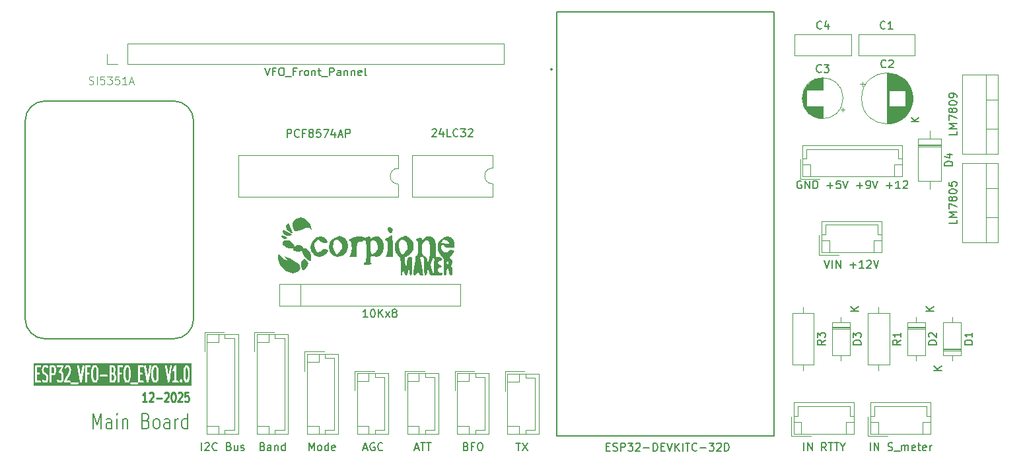
<source format=gbr>
%TF.GenerationSoftware,KiCad,Pcbnew,9.0.4*%
%TF.CreationDate,2025-12-09T22:45:37+01:00*%
%TF.ProjectId,VFO BFO Si5351,56464f20-4246-44f2-9053-69353335312e,rev?*%
%TF.SameCoordinates,Original*%
%TF.FileFunction,Legend,Top*%
%TF.FilePolarity,Positive*%
%FSLAX46Y46*%
G04 Gerber Fmt 4.6, Leading zero omitted, Abs format (unit mm)*
G04 Created by KiCad (PCBNEW 9.0.4) date 2025-12-09 22:45:37*
%MOMM*%
%LPD*%
G01*
G04 APERTURE LIST*
%ADD10C,0.225000*%
%ADD11C,0.200000*%
%ADD12C,0.250000*%
%ADD13C,0.150000*%
%ADD14C,0.100000*%
%ADD15C,0.120000*%
%ADD16C,0.000000*%
%ADD17C,0.127000*%
G04 APERTURE END LIST*
D10*
X99919142Y-110720617D02*
X99404856Y-110720617D01*
X99661999Y-110720617D02*
X99661999Y-109520617D01*
X99661999Y-109520617D02*
X99576285Y-109692046D01*
X99576285Y-109692046D02*
X99490570Y-109806332D01*
X99490570Y-109806332D02*
X99404856Y-109863475D01*
X100261999Y-109634903D02*
X100304856Y-109577760D01*
X100304856Y-109577760D02*
X100390571Y-109520617D01*
X100390571Y-109520617D02*
X100604856Y-109520617D01*
X100604856Y-109520617D02*
X100690571Y-109577760D01*
X100690571Y-109577760D02*
X100733428Y-109634903D01*
X100733428Y-109634903D02*
X100776285Y-109749189D01*
X100776285Y-109749189D02*
X100776285Y-109863475D01*
X100776285Y-109863475D02*
X100733428Y-110034903D01*
X100733428Y-110034903D02*
X100219142Y-110720617D01*
X100219142Y-110720617D02*
X100776285Y-110720617D01*
X101161999Y-110263475D02*
X101847714Y-110263475D01*
X102233428Y-109634903D02*
X102276285Y-109577760D01*
X102276285Y-109577760D02*
X102362000Y-109520617D01*
X102362000Y-109520617D02*
X102576285Y-109520617D01*
X102576285Y-109520617D02*
X102662000Y-109577760D01*
X102662000Y-109577760D02*
X102704857Y-109634903D01*
X102704857Y-109634903D02*
X102747714Y-109749189D01*
X102747714Y-109749189D02*
X102747714Y-109863475D01*
X102747714Y-109863475D02*
X102704857Y-110034903D01*
X102704857Y-110034903D02*
X102190571Y-110720617D01*
X102190571Y-110720617D02*
X102747714Y-110720617D01*
X103304857Y-109520617D02*
X103390571Y-109520617D01*
X103390571Y-109520617D02*
X103476285Y-109577760D01*
X103476285Y-109577760D02*
X103519143Y-109634903D01*
X103519143Y-109634903D02*
X103562000Y-109749189D01*
X103562000Y-109749189D02*
X103604857Y-109977760D01*
X103604857Y-109977760D02*
X103604857Y-110263475D01*
X103604857Y-110263475D02*
X103562000Y-110492046D01*
X103562000Y-110492046D02*
X103519143Y-110606332D01*
X103519143Y-110606332D02*
X103476285Y-110663475D01*
X103476285Y-110663475D02*
X103390571Y-110720617D01*
X103390571Y-110720617D02*
X103304857Y-110720617D01*
X103304857Y-110720617D02*
X103219143Y-110663475D01*
X103219143Y-110663475D02*
X103176285Y-110606332D01*
X103176285Y-110606332D02*
X103133428Y-110492046D01*
X103133428Y-110492046D02*
X103090571Y-110263475D01*
X103090571Y-110263475D02*
X103090571Y-109977760D01*
X103090571Y-109977760D02*
X103133428Y-109749189D01*
X103133428Y-109749189D02*
X103176285Y-109634903D01*
X103176285Y-109634903D02*
X103219143Y-109577760D01*
X103219143Y-109577760D02*
X103304857Y-109520617D01*
X103947714Y-109634903D02*
X103990571Y-109577760D01*
X103990571Y-109577760D02*
X104076286Y-109520617D01*
X104076286Y-109520617D02*
X104290571Y-109520617D01*
X104290571Y-109520617D02*
X104376286Y-109577760D01*
X104376286Y-109577760D02*
X104419143Y-109634903D01*
X104419143Y-109634903D02*
X104462000Y-109749189D01*
X104462000Y-109749189D02*
X104462000Y-109863475D01*
X104462000Y-109863475D02*
X104419143Y-110034903D01*
X104419143Y-110034903D02*
X103904857Y-110720617D01*
X103904857Y-110720617D02*
X104462000Y-110720617D01*
X105276286Y-109520617D02*
X104847714Y-109520617D01*
X104847714Y-109520617D02*
X104804857Y-110092046D01*
X104804857Y-110092046D02*
X104847714Y-110034903D01*
X104847714Y-110034903D02*
X104933429Y-109977760D01*
X104933429Y-109977760D02*
X105147714Y-109977760D01*
X105147714Y-109977760D02*
X105233429Y-110034903D01*
X105233429Y-110034903D02*
X105276286Y-110092046D01*
X105276286Y-110092046D02*
X105319143Y-110206332D01*
X105319143Y-110206332D02*
X105319143Y-110492046D01*
X105319143Y-110492046D02*
X105276286Y-110606332D01*
X105276286Y-110606332D02*
X105233429Y-110663475D01*
X105233429Y-110663475D02*
X105147714Y-110720617D01*
X105147714Y-110720617D02*
X104933429Y-110720617D01*
X104933429Y-110720617D02*
X104847714Y-110663475D01*
X104847714Y-110663475D02*
X104804857Y-110606332D01*
D11*
X93071720Y-114197238D02*
X93071720Y-112197238D01*
X93071720Y-112197238D02*
X93571720Y-113625809D01*
X93571720Y-113625809D02*
X94071720Y-112197238D01*
X94071720Y-112197238D02*
X94071720Y-114197238D01*
X95428864Y-114197238D02*
X95428864Y-113149619D01*
X95428864Y-113149619D02*
X95357435Y-112959142D01*
X95357435Y-112959142D02*
X95214578Y-112863904D01*
X95214578Y-112863904D02*
X94928864Y-112863904D01*
X94928864Y-112863904D02*
X94786006Y-112959142D01*
X95428864Y-114102000D02*
X95286006Y-114197238D01*
X95286006Y-114197238D02*
X94928864Y-114197238D01*
X94928864Y-114197238D02*
X94786006Y-114102000D01*
X94786006Y-114102000D02*
X94714578Y-113911523D01*
X94714578Y-113911523D02*
X94714578Y-113721047D01*
X94714578Y-113721047D02*
X94786006Y-113530571D01*
X94786006Y-113530571D02*
X94928864Y-113435333D01*
X94928864Y-113435333D02*
X95286006Y-113435333D01*
X95286006Y-113435333D02*
X95428864Y-113340095D01*
X96143149Y-114197238D02*
X96143149Y-112863904D01*
X96143149Y-112197238D02*
X96071721Y-112292476D01*
X96071721Y-112292476D02*
X96143149Y-112387714D01*
X96143149Y-112387714D02*
X96214578Y-112292476D01*
X96214578Y-112292476D02*
X96143149Y-112197238D01*
X96143149Y-112197238D02*
X96143149Y-112387714D01*
X96857435Y-112863904D02*
X96857435Y-114197238D01*
X96857435Y-113054380D02*
X96928864Y-112959142D01*
X96928864Y-112959142D02*
X97071721Y-112863904D01*
X97071721Y-112863904D02*
X97286007Y-112863904D01*
X97286007Y-112863904D02*
X97428864Y-112959142D01*
X97428864Y-112959142D02*
X97500293Y-113149619D01*
X97500293Y-113149619D02*
X97500293Y-114197238D01*
X99857435Y-113149619D02*
X100071721Y-113244857D01*
X100071721Y-113244857D02*
X100143150Y-113340095D01*
X100143150Y-113340095D02*
X100214578Y-113530571D01*
X100214578Y-113530571D02*
X100214578Y-113816285D01*
X100214578Y-113816285D02*
X100143150Y-114006761D01*
X100143150Y-114006761D02*
X100071721Y-114102000D01*
X100071721Y-114102000D02*
X99928864Y-114197238D01*
X99928864Y-114197238D02*
X99357435Y-114197238D01*
X99357435Y-114197238D02*
X99357435Y-112197238D01*
X99357435Y-112197238D02*
X99857435Y-112197238D01*
X99857435Y-112197238D02*
X100000293Y-112292476D01*
X100000293Y-112292476D02*
X100071721Y-112387714D01*
X100071721Y-112387714D02*
X100143150Y-112578190D01*
X100143150Y-112578190D02*
X100143150Y-112768666D01*
X100143150Y-112768666D02*
X100071721Y-112959142D01*
X100071721Y-112959142D02*
X100000293Y-113054380D01*
X100000293Y-113054380D02*
X99857435Y-113149619D01*
X99857435Y-113149619D02*
X99357435Y-113149619D01*
X101071721Y-114197238D02*
X100928864Y-114102000D01*
X100928864Y-114102000D02*
X100857435Y-114006761D01*
X100857435Y-114006761D02*
X100786007Y-113816285D01*
X100786007Y-113816285D02*
X100786007Y-113244857D01*
X100786007Y-113244857D02*
X100857435Y-113054380D01*
X100857435Y-113054380D02*
X100928864Y-112959142D01*
X100928864Y-112959142D02*
X101071721Y-112863904D01*
X101071721Y-112863904D02*
X101286007Y-112863904D01*
X101286007Y-112863904D02*
X101428864Y-112959142D01*
X101428864Y-112959142D02*
X101500293Y-113054380D01*
X101500293Y-113054380D02*
X101571721Y-113244857D01*
X101571721Y-113244857D02*
X101571721Y-113816285D01*
X101571721Y-113816285D02*
X101500293Y-114006761D01*
X101500293Y-114006761D02*
X101428864Y-114102000D01*
X101428864Y-114102000D02*
X101286007Y-114197238D01*
X101286007Y-114197238D02*
X101071721Y-114197238D01*
X102857436Y-114197238D02*
X102857436Y-113149619D01*
X102857436Y-113149619D02*
X102786007Y-112959142D01*
X102786007Y-112959142D02*
X102643150Y-112863904D01*
X102643150Y-112863904D02*
X102357436Y-112863904D01*
X102357436Y-112863904D02*
X102214578Y-112959142D01*
X102857436Y-114102000D02*
X102714578Y-114197238D01*
X102714578Y-114197238D02*
X102357436Y-114197238D01*
X102357436Y-114197238D02*
X102214578Y-114102000D01*
X102214578Y-114102000D02*
X102143150Y-113911523D01*
X102143150Y-113911523D02*
X102143150Y-113721047D01*
X102143150Y-113721047D02*
X102214578Y-113530571D01*
X102214578Y-113530571D02*
X102357436Y-113435333D01*
X102357436Y-113435333D02*
X102714578Y-113435333D01*
X102714578Y-113435333D02*
X102857436Y-113340095D01*
X103571721Y-114197238D02*
X103571721Y-112863904D01*
X103571721Y-113244857D02*
X103643150Y-113054380D01*
X103643150Y-113054380D02*
X103714579Y-112959142D01*
X103714579Y-112959142D02*
X103857436Y-112863904D01*
X103857436Y-112863904D02*
X104000293Y-112863904D01*
X105143150Y-114197238D02*
X105143150Y-112197238D01*
X105143150Y-114102000D02*
X105000292Y-114197238D01*
X105000292Y-114197238D02*
X104714578Y-114197238D01*
X104714578Y-114197238D02*
X104571721Y-114102000D01*
X104571721Y-114102000D02*
X104500292Y-114006761D01*
X104500292Y-114006761D02*
X104428864Y-113816285D01*
X104428864Y-113816285D02*
X104428864Y-113244857D01*
X104428864Y-113244857D02*
X104500292Y-113054380D01*
X104500292Y-113054380D02*
X104571721Y-112959142D01*
X104571721Y-112959142D02*
X104714578Y-112863904D01*
X104714578Y-112863904D02*
X105000292Y-112863904D01*
X105000292Y-112863904D02*
X105143150Y-112959142D01*
D12*
G36*
X93379049Y-106318720D02*
G01*
X93455639Y-106471901D01*
X93499638Y-106823888D01*
X93499638Y-107474986D01*
X93455639Y-107826973D01*
X93379048Y-107980157D01*
X93334767Y-108024438D01*
X93247843Y-108024438D01*
X93203562Y-107980157D01*
X93126970Y-107826972D01*
X93082972Y-107474987D01*
X93082972Y-106823888D01*
X93126970Y-106471901D01*
X93203561Y-106318719D01*
X93247843Y-106274438D01*
X93334767Y-106274438D01*
X93379049Y-106318720D01*
G37*
G36*
X95670536Y-107282649D02*
G01*
X95697173Y-107335923D01*
X95737733Y-107498160D01*
X95737733Y-107753096D01*
X95697173Y-107915332D01*
X95664761Y-107980157D01*
X95620481Y-108024438D01*
X95416305Y-108024438D01*
X95416305Y-107226819D01*
X95586791Y-107226819D01*
X95670536Y-107282649D01*
G37*
G36*
X95617143Y-106318719D02*
G01*
X95649554Y-106383542D01*
X95690114Y-106545779D01*
X95690114Y-106705477D01*
X95649554Y-106867713D01*
X95617144Y-106932534D01*
X95572861Y-106976819D01*
X95416305Y-106976819D01*
X95416305Y-106274438D01*
X95572862Y-106274438D01*
X95617143Y-106318719D01*
G37*
G36*
X97521906Y-106318720D02*
G01*
X97598496Y-106471901D01*
X97642495Y-106823888D01*
X97642495Y-107474986D01*
X97598496Y-107826973D01*
X97521905Y-107980157D01*
X97477624Y-108024438D01*
X97390700Y-108024438D01*
X97346419Y-107980157D01*
X97269827Y-107826972D01*
X97225829Y-107474987D01*
X97225829Y-106823888D01*
X97269827Y-106471901D01*
X97346418Y-106318719D01*
X97390700Y-106274438D01*
X97477624Y-106274438D01*
X97521906Y-106318720D01*
G37*
G36*
X101093335Y-106318720D02*
G01*
X101169925Y-106471901D01*
X101213924Y-106823888D01*
X101213924Y-107474986D01*
X101169925Y-107826973D01*
X101093334Y-107980157D01*
X101049053Y-108024438D01*
X100962129Y-108024438D01*
X100917848Y-107980157D01*
X100841256Y-107826972D01*
X100797258Y-107474987D01*
X100797258Y-106823888D01*
X100841256Y-106471901D01*
X100917847Y-106318719D01*
X100962129Y-106274438D01*
X101049053Y-106274438D01*
X101093335Y-106318720D01*
G37*
G36*
X105093334Y-106318719D02*
G01*
X105125745Y-106383542D01*
X105168206Y-106553383D01*
X105213924Y-106919126D01*
X105213924Y-107379748D01*
X105168206Y-107745491D01*
X105125745Y-107915332D01*
X105093333Y-107980157D01*
X105053210Y-108020281D01*
X105013086Y-107980157D01*
X104980674Y-107915332D01*
X104938213Y-107745491D01*
X104892496Y-107379749D01*
X104892496Y-106919126D01*
X104938213Y-106553384D01*
X104980674Y-106383541D01*
X105013085Y-106318720D01*
X105053210Y-106278595D01*
X105093334Y-106318719D01*
G37*
G36*
X87998095Y-106318719D02*
G01*
X88030506Y-106383542D01*
X88071066Y-106545779D01*
X88071066Y-106800715D01*
X88030506Y-106962951D01*
X87998094Y-107027776D01*
X87953814Y-107072057D01*
X87749638Y-107072057D01*
X87749638Y-106274438D01*
X87953814Y-106274438D01*
X87998095Y-106318719D01*
G37*
G36*
X105686146Y-108687136D02*
G01*
X85420273Y-108687136D01*
X85420273Y-108315528D01*
X90168707Y-108315528D01*
X90168707Y-108364300D01*
X90187371Y-108409360D01*
X90221859Y-108443848D01*
X90266919Y-108462512D01*
X90291305Y-108464914D01*
X91053209Y-108464914D01*
X91077595Y-108462512D01*
X91122655Y-108443848D01*
X91157143Y-108409360D01*
X91175807Y-108364300D01*
X91175807Y-108315528D01*
X97835374Y-108315528D01*
X97835374Y-108364300D01*
X97854038Y-108409360D01*
X97888526Y-108443848D01*
X97933586Y-108462512D01*
X97957972Y-108464914D01*
X98719876Y-108464914D01*
X98744262Y-108462512D01*
X98789322Y-108443848D01*
X98823810Y-108409360D01*
X98842474Y-108364300D01*
X98842474Y-108315528D01*
X98823810Y-108270468D01*
X98789322Y-108235980D01*
X98744262Y-108217316D01*
X98719876Y-108214914D01*
X97957972Y-108214914D01*
X97933586Y-108217316D01*
X97888526Y-108235980D01*
X97854038Y-108270468D01*
X97835374Y-108315528D01*
X91175807Y-108315528D01*
X91157143Y-108270468D01*
X91122655Y-108235980D01*
X91077595Y-108217316D01*
X91053209Y-108214914D01*
X90291305Y-108214914D01*
X90266919Y-108217316D01*
X90221859Y-108235980D01*
X90187371Y-108270468D01*
X90168707Y-108315528D01*
X85420273Y-108315528D01*
X85420273Y-106149438D01*
X85642495Y-106149438D01*
X85642495Y-108149438D01*
X85644897Y-108173824D01*
X85663561Y-108218884D01*
X85698049Y-108253372D01*
X85743109Y-108272036D01*
X85767495Y-108274438D01*
X86243685Y-108274438D01*
X86268071Y-108272036D01*
X86313131Y-108253372D01*
X86347619Y-108218884D01*
X86366283Y-108173824D01*
X86366283Y-108125052D01*
X86347619Y-108079992D01*
X86313131Y-108045504D01*
X86268071Y-108026840D01*
X86243685Y-108024438D01*
X85892495Y-108024438D01*
X85892495Y-107226819D01*
X86100828Y-107226819D01*
X86125214Y-107224417D01*
X86170274Y-107205753D01*
X86204762Y-107171265D01*
X86223426Y-107126205D01*
X86223426Y-107077433D01*
X86204762Y-107032373D01*
X86170274Y-106997885D01*
X86125214Y-106979221D01*
X86100828Y-106976819D01*
X85892495Y-106976819D01*
X85892495Y-106530390D01*
X86499638Y-106530390D01*
X86499638Y-106720866D01*
X86500057Y-106725120D01*
X86499786Y-106726942D01*
X86501135Y-106736070D01*
X86502040Y-106745252D01*
X86502744Y-106746953D01*
X86503370Y-106751183D01*
X86550989Y-106941659D01*
X86551632Y-106943458D01*
X86551696Y-106944358D01*
X86555578Y-106954504D01*
X86559234Y-106964734D01*
X86559770Y-106965458D01*
X86560454Y-106967244D01*
X86608072Y-107062481D01*
X86614678Y-107072975D01*
X86615942Y-107076026D01*
X86618762Y-107079462D01*
X86621127Y-107083219D01*
X86623618Y-107085379D01*
X86631487Y-107094968D01*
X86726725Y-107190207D01*
X86736313Y-107198076D01*
X86738475Y-107200568D01*
X86742232Y-107202933D01*
X86745667Y-107205752D01*
X86748717Y-107207015D01*
X86759212Y-107213622D01*
X86931546Y-107299789D01*
X86998095Y-107366338D01*
X87030506Y-107431161D01*
X87071066Y-107593398D01*
X87071066Y-107753096D01*
X87030506Y-107915332D01*
X86998094Y-107980157D01*
X86953814Y-108024438D01*
X86805342Y-108024438D01*
X86693976Y-107950194D01*
X86672353Y-107938665D01*
X86624508Y-107929200D01*
X86576681Y-107938765D01*
X86536157Y-107965904D01*
X86509103Y-108006485D01*
X86499638Y-108054330D01*
X86509203Y-108102157D01*
X86536342Y-108142681D01*
X86555300Y-108158206D01*
X86698047Y-108253370D01*
X86698049Y-108253372D01*
X86698051Y-108253373D01*
X86698158Y-108253444D01*
X86719780Y-108264973D01*
X86731795Y-108267349D01*
X86743109Y-108272036D01*
X86767495Y-108274438D01*
X86767626Y-108274438D01*
X87005590Y-108274438D01*
X87029976Y-108272036D01*
X87029977Y-108272036D01*
X87047269Y-108264873D01*
X87075036Y-108253372D01*
X87075041Y-108253366D01*
X87093978Y-108237826D01*
X87189216Y-108142588D01*
X87197079Y-108133005D01*
X87199578Y-108130839D01*
X87201948Y-108127072D01*
X87204761Y-108123646D01*
X87206021Y-108120601D01*
X87212632Y-108110101D01*
X87260251Y-108014862D01*
X87260934Y-108013075D01*
X87261470Y-108012353D01*
X87265121Y-108002134D01*
X87269008Y-107991977D01*
X87269071Y-107991077D01*
X87269715Y-107989278D01*
X87317334Y-107798802D01*
X87317959Y-107794572D01*
X87318664Y-107792871D01*
X87319568Y-107783691D01*
X87320918Y-107774562D01*
X87320646Y-107772739D01*
X87321066Y-107768485D01*
X87321066Y-107578009D01*
X87320646Y-107573754D01*
X87320918Y-107571932D01*
X87319568Y-107562802D01*
X87318664Y-107553623D01*
X87317959Y-107551921D01*
X87317334Y-107547692D01*
X87269715Y-107357216D01*
X87269071Y-107355416D01*
X87269008Y-107354517D01*
X87265125Y-107344370D01*
X87261470Y-107334141D01*
X87260933Y-107333416D01*
X87260250Y-107331631D01*
X87212631Y-107236393D01*
X87206023Y-107225896D01*
X87204761Y-107222849D01*
X87201944Y-107219417D01*
X87199577Y-107215656D01*
X87197082Y-107213492D01*
X87189216Y-107203907D01*
X87093978Y-107108669D01*
X87084392Y-107100802D01*
X87082229Y-107098308D01*
X87078467Y-107095940D01*
X87075036Y-107093124D01*
X87071988Y-107091861D01*
X87061492Y-107085254D01*
X86889160Y-106999088D01*
X86822607Y-106932534D01*
X86790197Y-106867715D01*
X86749638Y-106705477D01*
X86749638Y-106545779D01*
X86790197Y-106383541D01*
X86822608Y-106318720D01*
X86866890Y-106274438D01*
X87015362Y-106274438D01*
X87126729Y-106348682D01*
X87148351Y-106360211D01*
X87196197Y-106369676D01*
X87244023Y-106360111D01*
X87284547Y-106332972D01*
X87311601Y-106292391D01*
X87321066Y-106244546D01*
X87311501Y-106196720D01*
X87284362Y-106156195D01*
X87276111Y-106149438D01*
X87499638Y-106149438D01*
X87499638Y-108149438D01*
X87502040Y-108173824D01*
X87520704Y-108218884D01*
X87555192Y-108253372D01*
X87600252Y-108272036D01*
X87649024Y-108272036D01*
X87694084Y-108253372D01*
X87728572Y-108218884D01*
X87747236Y-108173824D01*
X87749638Y-108149438D01*
X87749638Y-107943327D01*
X88405381Y-107943327D01*
X88408839Y-107991976D01*
X88417596Y-108014862D01*
X88465215Y-108110101D01*
X88471824Y-108120600D01*
X88473086Y-108123646D01*
X88475900Y-108127075D01*
X88478269Y-108130838D01*
X88480764Y-108133002D01*
X88488631Y-108142588D01*
X88583869Y-108237826D01*
X88602805Y-108253366D01*
X88602811Y-108253372D01*
X88630578Y-108264873D01*
X88647870Y-108272036D01*
X88647871Y-108272036D01*
X88672257Y-108274438D01*
X88957971Y-108274438D01*
X88982357Y-108272036D01*
X88982358Y-108272036D01*
X88999650Y-108264873D01*
X89027417Y-108253372D01*
X89027422Y-108253366D01*
X89046359Y-108237826D01*
X89119113Y-108165072D01*
X89357762Y-108165072D01*
X89359183Y-108169334D01*
X89359183Y-108173824D01*
X89366848Y-108192331D01*
X89373186Y-108211342D01*
X89376128Y-108214734D01*
X89377847Y-108218884D01*
X89392017Y-108233054D01*
X89405142Y-108248187D01*
X89409158Y-108250195D01*
X89412335Y-108253372D01*
X89430846Y-108261039D01*
X89448765Y-108269999D01*
X89453246Y-108270317D01*
X89457395Y-108272036D01*
X89481781Y-108274438D01*
X90100828Y-108274438D01*
X90125214Y-108272036D01*
X90170274Y-108253372D01*
X90204762Y-108218884D01*
X90223426Y-108173824D01*
X90223426Y-108125052D01*
X90204762Y-108079992D01*
X90170274Y-108045504D01*
X90125214Y-108026840D01*
X90100828Y-108024438D01*
X89684035Y-108024438D01*
X90165013Y-107062481D01*
X90168467Y-107053453D01*
X90170130Y-107050789D01*
X90171663Y-107045102D01*
X90173770Y-107039596D01*
X90173992Y-107036459D01*
X90176508Y-107027130D01*
X90224127Y-106741416D01*
X90224816Y-106731131D01*
X90225828Y-106720866D01*
X90225828Y-106530390D01*
X90225408Y-106526135D01*
X90225680Y-106524313D01*
X90224330Y-106515183D01*
X90223426Y-106506004D01*
X90222721Y-106504302D01*
X90222096Y-106500073D01*
X90174477Y-106309597D01*
X90173833Y-106307797D01*
X90173770Y-106306898D01*
X90169887Y-106296751D01*
X90166232Y-106286522D01*
X90165695Y-106285797D01*
X90165012Y-106284012D01*
X90117393Y-106188774D01*
X90110785Y-106178277D01*
X90109523Y-106175230D01*
X90106706Y-106171798D01*
X90104339Y-106168037D01*
X90101844Y-106165873D01*
X90093978Y-106156288D01*
X90083229Y-106145539D01*
X91023509Y-106145539D01*
X91025149Y-106169988D01*
X91358482Y-108169987D01*
X91364860Y-108193647D01*
X91366952Y-108196999D01*
X91367844Y-108200852D01*
X91379797Y-108217587D01*
X91390678Y-108235025D01*
X91393893Y-108237321D01*
X91396193Y-108240541D01*
X91413642Y-108251428D01*
X91430366Y-108263374D01*
X91434217Y-108264265D01*
X91437572Y-108266359D01*
X91457855Y-108269739D01*
X91477882Y-108274377D01*
X91481780Y-108273727D01*
X91485680Y-108274377D01*
X91505720Y-108269736D01*
X91525990Y-108266358D01*
X91529340Y-108264267D01*
X91533195Y-108263375D01*
X91549930Y-108251420D01*
X91567369Y-108240541D01*
X91569666Y-108237323D01*
X91572884Y-108235026D01*
X91583767Y-108217583D01*
X91595718Y-108200852D01*
X91596609Y-108197000D01*
X91598702Y-108193647D01*
X91605080Y-108169988D01*
X91938413Y-106169988D01*
X91939791Y-106149438D01*
X92023448Y-106149438D01*
X92023448Y-108149438D01*
X92025850Y-108173824D01*
X92044514Y-108218884D01*
X92079002Y-108253372D01*
X92124062Y-108272036D01*
X92172834Y-108272036D01*
X92217894Y-108253372D01*
X92252382Y-108218884D01*
X92271046Y-108173824D01*
X92273448Y-108149438D01*
X92273448Y-107226819D01*
X92481781Y-107226819D01*
X92506167Y-107224417D01*
X92551227Y-107205753D01*
X92585715Y-107171265D01*
X92604379Y-107126205D01*
X92604379Y-107077433D01*
X92585715Y-107032373D01*
X92551227Y-106997885D01*
X92506167Y-106979221D01*
X92481781Y-106976819D01*
X92273448Y-106976819D01*
X92273448Y-106816104D01*
X92832972Y-106816104D01*
X92832972Y-107482771D01*
X92833733Y-107490503D01*
X92833937Y-107498275D01*
X92881556Y-107879228D01*
X92884806Y-107893591D01*
X92885030Y-107896739D01*
X92886225Y-107899862D01*
X92886964Y-107903127D01*
X92888524Y-107905871D01*
X92893787Y-107919624D01*
X92989026Y-108110102D01*
X92995633Y-108120598D01*
X92996896Y-108123646D01*
X92999712Y-108127077D01*
X93002080Y-108130839D01*
X93004574Y-108133002D01*
X93012441Y-108142588D01*
X93107679Y-108237826D01*
X93126615Y-108253366D01*
X93126621Y-108253372D01*
X93154388Y-108264873D01*
X93171680Y-108272036D01*
X93171681Y-108272036D01*
X93196067Y-108274438D01*
X93386543Y-108274438D01*
X93410929Y-108272036D01*
X93410930Y-108272036D01*
X93428222Y-108264873D01*
X93455989Y-108253372D01*
X93455994Y-108253366D01*
X93474931Y-108237826D01*
X93570169Y-108142588D01*
X93578035Y-108133002D01*
X93580530Y-108130839D01*
X93582898Y-108127077D01*
X93585714Y-108123646D01*
X93586975Y-108120599D01*
X93593585Y-108110101D01*
X93688823Y-107919624D01*
X93694084Y-107905872D01*
X93695646Y-107903127D01*
X93696385Y-107899861D01*
X93697580Y-107896738D01*
X93697803Y-107893591D01*
X93701054Y-107879227D01*
X93748673Y-107498275D01*
X93748876Y-107490503D01*
X93749638Y-107482771D01*
X93749638Y-107363147D01*
X93930612Y-107363147D01*
X93930612Y-107411919D01*
X93949276Y-107456979D01*
X93983764Y-107491467D01*
X94028824Y-107510131D01*
X94053210Y-107512533D01*
X94815115Y-107512533D01*
X94839501Y-107510131D01*
X94884561Y-107491467D01*
X94919049Y-107456979D01*
X94937713Y-107411919D01*
X94937713Y-107363147D01*
X94919049Y-107318087D01*
X94884561Y-107283599D01*
X94839501Y-107264935D01*
X94815115Y-107262533D01*
X94053210Y-107262533D01*
X94028824Y-107264935D01*
X93983764Y-107283599D01*
X93949276Y-107318087D01*
X93930612Y-107363147D01*
X93749638Y-107363147D01*
X93749638Y-106816104D01*
X93748876Y-106808371D01*
X93748673Y-106800600D01*
X93701054Y-106419648D01*
X93697803Y-106405283D01*
X93697580Y-106402136D01*
X93696384Y-106399011D01*
X93695646Y-106395748D01*
X93694085Y-106393003D01*
X93688823Y-106379251D01*
X93593584Y-106188774D01*
X93586976Y-106178277D01*
X93585714Y-106175230D01*
X93582897Y-106171798D01*
X93580530Y-106168037D01*
X93578035Y-106165873D01*
X93570169Y-106156288D01*
X93563319Y-106149438D01*
X95166305Y-106149438D01*
X95166305Y-108149438D01*
X95168707Y-108173824D01*
X95187371Y-108218884D01*
X95221859Y-108253372D01*
X95266919Y-108272036D01*
X95291305Y-108274438D01*
X95672257Y-108274438D01*
X95696643Y-108272036D01*
X95696644Y-108272036D01*
X95713936Y-108264873D01*
X95741703Y-108253372D01*
X95741708Y-108253366D01*
X95760645Y-108237826D01*
X95855883Y-108142588D01*
X95863746Y-108133005D01*
X95866245Y-108130839D01*
X95868615Y-108127072D01*
X95871428Y-108123646D01*
X95872688Y-108120601D01*
X95879299Y-108110101D01*
X95926918Y-108014862D01*
X95927601Y-108013075D01*
X95928137Y-108012353D01*
X95931788Y-108002134D01*
X95935675Y-107991977D01*
X95935738Y-107991077D01*
X95936382Y-107989278D01*
X95984001Y-107798802D01*
X95984626Y-107794572D01*
X95985331Y-107792871D01*
X95986235Y-107783691D01*
X95987585Y-107774562D01*
X95987313Y-107772739D01*
X95987733Y-107768485D01*
X95987733Y-107482771D01*
X95987313Y-107478516D01*
X95987585Y-107476694D01*
X95986235Y-107467564D01*
X95985331Y-107458385D01*
X95984626Y-107456683D01*
X95984001Y-107452454D01*
X95936382Y-107261978D01*
X95935738Y-107260178D01*
X95935675Y-107259279D01*
X95931792Y-107249132D01*
X95928137Y-107238903D01*
X95927600Y-107238178D01*
X95926917Y-107236393D01*
X95879298Y-107141155D01*
X95866244Y-107120418D01*
X95860226Y-107115198D01*
X95855791Y-107108576D01*
X95836833Y-107093051D01*
X95819647Y-107081594D01*
X95820989Y-107079462D01*
X95823810Y-107076026D01*
X95825074Y-107072974D01*
X95831679Y-107062482D01*
X95879298Y-106967244D01*
X95879981Y-106965458D01*
X95880518Y-106964734D01*
X95884173Y-106954504D01*
X95888056Y-106944358D01*
X95888119Y-106943458D01*
X95888763Y-106941659D01*
X95936382Y-106751183D01*
X95937007Y-106746953D01*
X95937712Y-106745252D01*
X95938616Y-106736072D01*
X95939966Y-106726943D01*
X95939694Y-106725120D01*
X95940114Y-106720866D01*
X95940114Y-106530390D01*
X95939694Y-106526135D01*
X95939966Y-106524313D01*
X95938616Y-106515183D01*
X95937712Y-106506004D01*
X95937007Y-106504302D01*
X95936382Y-106500073D01*
X95888763Y-106309597D01*
X95888119Y-106307797D01*
X95888056Y-106306898D01*
X95884173Y-106296751D01*
X95880518Y-106286522D01*
X95879981Y-106285797D01*
X95879298Y-106284012D01*
X95831679Y-106188774D01*
X95825071Y-106178277D01*
X95823809Y-106175230D01*
X95820992Y-106171798D01*
X95818625Y-106168037D01*
X95816130Y-106165873D01*
X95808264Y-106156288D01*
X95801414Y-106149438D01*
X96166305Y-106149438D01*
X96166305Y-108149438D01*
X96168707Y-108173824D01*
X96187371Y-108218884D01*
X96221859Y-108253372D01*
X96266919Y-108272036D01*
X96315691Y-108272036D01*
X96360751Y-108253372D01*
X96395239Y-108218884D01*
X96413903Y-108173824D01*
X96416305Y-108149438D01*
X96416305Y-107226819D01*
X96624638Y-107226819D01*
X96649024Y-107224417D01*
X96694084Y-107205753D01*
X96728572Y-107171265D01*
X96747236Y-107126205D01*
X96747236Y-107077433D01*
X96728572Y-107032373D01*
X96694084Y-106997885D01*
X96649024Y-106979221D01*
X96624638Y-106976819D01*
X96416305Y-106976819D01*
X96416305Y-106816104D01*
X96975829Y-106816104D01*
X96975829Y-107482771D01*
X96976590Y-107490503D01*
X96976794Y-107498275D01*
X97024413Y-107879228D01*
X97027663Y-107893591D01*
X97027887Y-107896739D01*
X97029082Y-107899862D01*
X97029821Y-107903127D01*
X97031381Y-107905871D01*
X97036644Y-107919624D01*
X97131883Y-108110102D01*
X97138490Y-108120598D01*
X97139753Y-108123646D01*
X97142569Y-108127077D01*
X97144937Y-108130839D01*
X97147431Y-108133002D01*
X97155298Y-108142588D01*
X97250536Y-108237826D01*
X97269472Y-108253366D01*
X97269478Y-108253372D01*
X97297245Y-108264873D01*
X97314537Y-108272036D01*
X97314538Y-108272036D01*
X97338924Y-108274438D01*
X97529400Y-108274438D01*
X97553786Y-108272036D01*
X97553787Y-108272036D01*
X97571079Y-108264873D01*
X97598846Y-108253372D01*
X97598851Y-108253366D01*
X97617788Y-108237826D01*
X97713026Y-108142588D01*
X97720892Y-108133002D01*
X97723387Y-108130839D01*
X97725755Y-108127077D01*
X97728571Y-108123646D01*
X97729832Y-108120599D01*
X97736442Y-108110101D01*
X97831680Y-107919624D01*
X97836941Y-107905872D01*
X97838503Y-107903127D01*
X97839242Y-107899861D01*
X97840437Y-107896738D01*
X97840660Y-107893591D01*
X97843911Y-107879227D01*
X97891530Y-107498275D01*
X97891733Y-107490503D01*
X97892495Y-107482771D01*
X97892495Y-106816104D01*
X97891733Y-106808371D01*
X97891530Y-106800600D01*
X97843911Y-106419648D01*
X97840660Y-106405283D01*
X97840437Y-106402136D01*
X97839241Y-106399011D01*
X97838503Y-106395748D01*
X97836942Y-106393003D01*
X97831680Y-106379251D01*
X97736441Y-106188774D01*
X97729833Y-106178277D01*
X97728571Y-106175230D01*
X97725754Y-106171798D01*
X97723387Y-106168037D01*
X97720892Y-106165873D01*
X97713026Y-106156288D01*
X97706176Y-106149438D01*
X98832972Y-106149438D01*
X98832972Y-108149438D01*
X98835374Y-108173824D01*
X98854038Y-108218884D01*
X98888526Y-108253372D01*
X98933586Y-108272036D01*
X98957972Y-108274438D01*
X99434162Y-108274438D01*
X99458548Y-108272036D01*
X99503608Y-108253372D01*
X99538096Y-108218884D01*
X99556760Y-108173824D01*
X99556760Y-108125052D01*
X99538096Y-108079992D01*
X99503608Y-108045504D01*
X99458548Y-108026840D01*
X99434162Y-108024438D01*
X99082972Y-108024438D01*
X99082972Y-107226819D01*
X99291305Y-107226819D01*
X99315691Y-107224417D01*
X99360751Y-107205753D01*
X99395239Y-107171265D01*
X99413903Y-107126205D01*
X99413903Y-107077433D01*
X99395239Y-107032373D01*
X99360751Y-106997885D01*
X99315691Y-106979221D01*
X99291305Y-106976819D01*
X99082972Y-106976819D01*
X99082972Y-106274438D01*
X99434162Y-106274438D01*
X99458548Y-106272036D01*
X99503608Y-106253372D01*
X99538096Y-106218884D01*
X99556760Y-106173824D01*
X99556760Y-106145539D01*
X99594938Y-106145539D01*
X99596578Y-106169988D01*
X99929911Y-108169987D01*
X99936289Y-108193647D01*
X99938381Y-108196999D01*
X99939273Y-108200852D01*
X99951226Y-108217587D01*
X99962107Y-108235025D01*
X99965322Y-108237321D01*
X99967622Y-108240541D01*
X99985071Y-108251428D01*
X100001795Y-108263374D01*
X100005646Y-108264265D01*
X100009001Y-108266359D01*
X100029284Y-108269739D01*
X100049311Y-108274377D01*
X100053209Y-108273727D01*
X100057109Y-108274377D01*
X100077149Y-108269736D01*
X100097419Y-108266358D01*
X100100769Y-108264267D01*
X100104624Y-108263375D01*
X100121359Y-108251420D01*
X100138798Y-108240541D01*
X100141095Y-108237323D01*
X100144313Y-108235026D01*
X100155196Y-108217583D01*
X100167147Y-108200852D01*
X100168038Y-108197000D01*
X100170131Y-108193647D01*
X100176509Y-108169988D01*
X100402156Y-106816104D01*
X100547258Y-106816104D01*
X100547258Y-107482771D01*
X100548019Y-107490503D01*
X100548223Y-107498275D01*
X100595842Y-107879228D01*
X100599092Y-107893591D01*
X100599316Y-107896739D01*
X100600511Y-107899862D01*
X100601250Y-107903127D01*
X100602810Y-107905871D01*
X100608073Y-107919624D01*
X100703312Y-108110102D01*
X100709919Y-108120598D01*
X100711182Y-108123646D01*
X100713998Y-108127077D01*
X100716366Y-108130839D01*
X100718860Y-108133002D01*
X100726727Y-108142588D01*
X100821965Y-108237826D01*
X100840901Y-108253366D01*
X100840907Y-108253372D01*
X100868674Y-108264873D01*
X100885966Y-108272036D01*
X100885967Y-108272036D01*
X100910353Y-108274438D01*
X101100829Y-108274438D01*
X101125215Y-108272036D01*
X101125216Y-108272036D01*
X101142508Y-108264873D01*
X101170275Y-108253372D01*
X101170280Y-108253366D01*
X101189217Y-108237826D01*
X101284455Y-108142588D01*
X101292321Y-108133002D01*
X101294816Y-108130839D01*
X101297184Y-108127077D01*
X101300000Y-108123646D01*
X101301261Y-108120599D01*
X101307871Y-108110101D01*
X101403109Y-107919624D01*
X101408370Y-107905872D01*
X101409932Y-107903127D01*
X101410671Y-107899861D01*
X101411866Y-107896738D01*
X101412089Y-107893591D01*
X101415340Y-107879227D01*
X101462959Y-107498275D01*
X101463162Y-107490503D01*
X101463924Y-107482771D01*
X101463924Y-106816104D01*
X101463162Y-106808371D01*
X101462959Y-106800600D01*
X101415340Y-106419648D01*
X101412089Y-106405283D01*
X101411866Y-106402136D01*
X101410670Y-106399011D01*
X101409932Y-106395748D01*
X101408371Y-106393003D01*
X101403109Y-106379251D01*
X101307870Y-106188774D01*
X101301262Y-106178277D01*
X101300000Y-106175230D01*
X101297183Y-106171798D01*
X101294816Y-106168037D01*
X101292321Y-106165873D01*
X101284455Y-106156288D01*
X101273706Y-106145539D01*
X102261605Y-106145539D01*
X102263245Y-106169988D01*
X102596578Y-108169987D01*
X102602956Y-108193647D01*
X102605048Y-108196999D01*
X102605940Y-108200852D01*
X102617893Y-108217587D01*
X102628774Y-108235025D01*
X102631989Y-108237321D01*
X102634289Y-108240541D01*
X102651738Y-108251428D01*
X102668462Y-108263374D01*
X102672313Y-108264265D01*
X102675668Y-108266359D01*
X102695951Y-108269739D01*
X102715978Y-108274377D01*
X102719876Y-108273727D01*
X102723776Y-108274377D01*
X102743816Y-108269736D01*
X102764086Y-108266358D01*
X102767436Y-108264267D01*
X102771291Y-108263375D01*
X102788026Y-108251420D01*
X102805465Y-108240541D01*
X102807762Y-108237323D01*
X102810980Y-108235026D01*
X102821863Y-108217583D01*
X102833814Y-108200852D01*
X102834705Y-108197000D01*
X102836798Y-108193647D01*
X102843176Y-108169988D01*
X103088761Y-106696479D01*
X103216327Y-106696479D01*
X103216327Y-106745253D01*
X103234992Y-106790312D01*
X103269479Y-106824799D01*
X103314538Y-106843464D01*
X103363312Y-106843464D01*
X103408371Y-106824799D01*
X103427313Y-106809254D01*
X103499639Y-106736928D01*
X103499639Y-108024438D01*
X103338925Y-108024438D01*
X103314539Y-108026840D01*
X103269479Y-108045504D01*
X103234991Y-108079992D01*
X103216327Y-108125052D01*
X103216327Y-108173824D01*
X103234991Y-108218884D01*
X103269479Y-108253372D01*
X103314539Y-108272036D01*
X103338925Y-108274438D01*
X103910353Y-108274438D01*
X103934739Y-108272036D01*
X103979799Y-108253372D01*
X104014287Y-108218884D01*
X104032951Y-108173824D01*
X104032951Y-108125052D01*
X104014287Y-108079992D01*
X103979799Y-108045504D01*
X103963049Y-108038566D01*
X104167287Y-108038566D01*
X104168398Y-108054200D01*
X104167287Y-108069834D01*
X104170111Y-108078308D01*
X104170745Y-108087216D01*
X104179503Y-108110102D01*
X104227121Y-108205339D01*
X104229688Y-108209417D01*
X104230330Y-108211342D01*
X104232409Y-108213739D01*
X104233727Y-108215833D01*
X104234991Y-108218884D01*
X104236763Y-108220656D01*
X104240176Y-108226077D01*
X104252016Y-108236346D01*
X104262286Y-108248187D01*
X104266302Y-108250195D01*
X104269479Y-108253372D01*
X104273628Y-108255090D01*
X104277021Y-108258033D01*
X104291889Y-108262989D01*
X104305909Y-108269999D01*
X104310390Y-108270317D01*
X104314539Y-108272036D01*
X104319031Y-108272036D01*
X104323291Y-108273456D01*
X104338917Y-108272345D01*
X104354559Y-108273457D01*
X104358822Y-108272036D01*
X104363311Y-108272036D01*
X104367462Y-108270316D01*
X104371941Y-108269998D01*
X104385954Y-108262991D01*
X104400829Y-108258033D01*
X104404221Y-108255090D01*
X104408371Y-108253372D01*
X104411548Y-108250194D01*
X104415564Y-108248187D01*
X104425833Y-108236346D01*
X104437674Y-108226077D01*
X104441085Y-108220657D01*
X104442859Y-108218884D01*
X104444122Y-108215832D01*
X104445440Y-108213740D01*
X104447520Y-108211342D01*
X104448161Y-108209416D01*
X104450728Y-108205340D01*
X104498347Y-108110102D01*
X104507105Y-108087216D01*
X104507738Y-108078305D01*
X104510562Y-108069834D01*
X104509451Y-108054200D01*
X104510562Y-108038567D01*
X104507738Y-108030095D01*
X104507105Y-108021184D01*
X104498348Y-107998299D01*
X104450729Y-107903060D01*
X104448161Y-107898980D01*
X104447520Y-107897057D01*
X104445442Y-107894661D01*
X104444121Y-107892563D01*
X104442859Y-107889515D01*
X104441087Y-107887743D01*
X104437675Y-107882322D01*
X104425827Y-107872046D01*
X104415563Y-107860212D01*
X104411548Y-107858204D01*
X104408371Y-107855027D01*
X104404223Y-107853308D01*
X104400830Y-107850366D01*
X104385954Y-107845407D01*
X104371940Y-107838400D01*
X104367460Y-107838081D01*
X104363311Y-107836363D01*
X104358822Y-107836363D01*
X104354559Y-107834942D01*
X104338920Y-107836053D01*
X104323291Y-107834943D01*
X104319031Y-107836363D01*
X104314539Y-107836363D01*
X104310389Y-107838081D01*
X104305910Y-107838400D01*
X104291890Y-107845409D01*
X104277020Y-107850366D01*
X104273626Y-107853308D01*
X104269479Y-107855027D01*
X104266303Y-107858202D01*
X104262286Y-107860211D01*
X104252013Y-107872054D01*
X104240175Y-107882323D01*
X104236763Y-107887742D01*
X104234991Y-107889515D01*
X104233727Y-107892564D01*
X104232410Y-107894656D01*
X104230330Y-107897056D01*
X104229687Y-107898982D01*
X104227121Y-107903060D01*
X104179502Y-107998299D01*
X104170745Y-108021185D01*
X104170111Y-108030091D01*
X104167287Y-108038566D01*
X103963049Y-108038566D01*
X103934739Y-108026840D01*
X103910353Y-108024438D01*
X103749639Y-108024438D01*
X103749639Y-106911342D01*
X104642496Y-106911342D01*
X104642496Y-107387533D01*
X104643257Y-107395265D01*
X104643461Y-107403037D01*
X104691080Y-107783990D01*
X104692744Y-107791347D01*
X104693847Y-107798802D01*
X104741466Y-107989278D01*
X104742109Y-107991078D01*
X104742173Y-107991976D01*
X104746056Y-108002126D01*
X104749711Y-108012353D01*
X104750246Y-108013075D01*
X104750930Y-108014862D01*
X104798549Y-108110101D01*
X104805158Y-108120600D01*
X104806420Y-108123646D01*
X104809234Y-108127075D01*
X104811603Y-108130838D01*
X104814098Y-108133002D01*
X104821965Y-108142588D01*
X104917203Y-108237826D01*
X104936139Y-108253366D01*
X104936145Y-108253372D01*
X104963912Y-108264873D01*
X104981204Y-108272036D01*
X104981205Y-108272036D01*
X105005591Y-108274438D01*
X105100829Y-108274438D01*
X105125215Y-108272036D01*
X105125216Y-108272036D01*
X105142508Y-108264873D01*
X105170275Y-108253372D01*
X105170280Y-108253366D01*
X105189217Y-108237826D01*
X105284455Y-108142588D01*
X105292318Y-108133005D01*
X105294817Y-108130839D01*
X105297187Y-108127072D01*
X105300000Y-108123646D01*
X105301260Y-108120601D01*
X105307871Y-108110101D01*
X105355490Y-108014862D01*
X105356173Y-108013075D01*
X105356709Y-108012353D01*
X105360360Y-108002134D01*
X105364247Y-107991977D01*
X105364310Y-107991077D01*
X105364954Y-107989278D01*
X105412573Y-107798802D01*
X105413675Y-107791344D01*
X105415340Y-107783989D01*
X105462959Y-107403037D01*
X105463162Y-107395265D01*
X105463924Y-107387533D01*
X105463924Y-106911342D01*
X105463162Y-106903609D01*
X105462959Y-106895838D01*
X105415340Y-106514886D01*
X105413675Y-106507530D01*
X105412573Y-106500073D01*
X105364954Y-106309597D01*
X105364310Y-106307797D01*
X105364247Y-106306898D01*
X105360364Y-106296751D01*
X105356709Y-106286522D01*
X105356172Y-106285797D01*
X105355489Y-106284012D01*
X105307870Y-106188774D01*
X105301262Y-106178277D01*
X105300000Y-106175230D01*
X105297183Y-106171798D01*
X105294816Y-106168037D01*
X105292321Y-106165873D01*
X105284455Y-106156288D01*
X105189217Y-106061050D01*
X105170280Y-106045509D01*
X105170275Y-106045504D01*
X105138413Y-106032306D01*
X105125216Y-106026840D01*
X105125215Y-106026840D01*
X105100829Y-106024438D01*
X105005591Y-106024438D01*
X104981205Y-106026840D01*
X104981204Y-106026840D01*
X104968006Y-106032306D01*
X104936145Y-106045504D01*
X104936139Y-106045509D01*
X104917203Y-106061050D01*
X104821965Y-106156288D01*
X104814098Y-106165873D01*
X104811604Y-106168037D01*
X104809235Y-106171798D01*
X104806420Y-106175230D01*
X104805158Y-106178276D01*
X104798549Y-106188775D01*
X104750931Y-106284012D01*
X104750247Y-106285797D01*
X104749711Y-106286522D01*
X104746055Y-106296751D01*
X104742173Y-106306898D01*
X104742109Y-106307797D01*
X104741466Y-106309597D01*
X104693847Y-106500073D01*
X104692744Y-106507527D01*
X104691080Y-106514885D01*
X104643461Y-106895838D01*
X104643257Y-106903609D01*
X104642496Y-106911342D01*
X103749639Y-106911342D01*
X103749639Y-106149438D01*
X103747237Y-106125052D01*
X103745518Y-106120902D01*
X103745200Y-106116423D01*
X103736240Y-106098504D01*
X103728573Y-106079992D01*
X103725396Y-106076815D01*
X103723388Y-106072798D01*
X103708253Y-106059672D01*
X103694085Y-106045504D01*
X103689933Y-106043784D01*
X103686542Y-106040843D01*
X103667540Y-106034509D01*
X103649025Y-106026840D01*
X103644533Y-106026840D01*
X103640273Y-106025420D01*
X103620290Y-106026840D01*
X103600253Y-106026840D01*
X103596103Y-106028558D01*
X103591624Y-106028877D01*
X103573705Y-106037836D01*
X103555193Y-106045504D01*
X103552016Y-106048680D01*
X103547999Y-106050689D01*
X103534873Y-106065823D01*
X103520705Y-106079992D01*
X103518985Y-106084143D01*
X103516044Y-106087535D01*
X103506054Y-106109910D01*
X103413626Y-106387194D01*
X103331431Y-106551584D01*
X103250537Y-106632478D01*
X103234992Y-106651420D01*
X103216327Y-106696479D01*
X103088761Y-106696479D01*
X103176509Y-106169988D01*
X103178149Y-106145539D01*
X103167147Y-106098024D01*
X103138798Y-106058335D01*
X103097419Y-106032518D01*
X103049311Y-106024499D01*
X103001795Y-106035502D01*
X102962107Y-106063851D01*
X102936289Y-106105229D01*
X102929911Y-106128889D01*
X102719877Y-107389093D01*
X102509843Y-106128888D01*
X102503465Y-106105229D01*
X102477647Y-106063850D01*
X102437958Y-106035501D01*
X102390443Y-106024499D01*
X102342335Y-106032517D01*
X102300956Y-106058335D01*
X102272607Y-106098024D01*
X102261605Y-106145539D01*
X101273706Y-106145539D01*
X101189217Y-106061050D01*
X101170280Y-106045509D01*
X101170275Y-106045504D01*
X101138413Y-106032306D01*
X101125216Y-106026840D01*
X101125215Y-106026840D01*
X101100829Y-106024438D01*
X100910353Y-106024438D01*
X100885967Y-106026840D01*
X100885966Y-106026840D01*
X100872768Y-106032306D01*
X100840907Y-106045504D01*
X100840901Y-106045509D01*
X100821965Y-106061050D01*
X100726727Y-106156288D01*
X100718860Y-106165873D01*
X100716366Y-106168037D01*
X100713998Y-106171798D01*
X100711182Y-106175230D01*
X100709919Y-106178277D01*
X100703312Y-106188774D01*
X100608074Y-106379250D01*
X100602811Y-106393002D01*
X100601250Y-106395748D01*
X100600511Y-106399012D01*
X100599316Y-106402136D01*
X100599092Y-106405283D01*
X100595842Y-106419647D01*
X100548223Y-106800600D01*
X100548019Y-106808371D01*
X100547258Y-106816104D01*
X100402156Y-106816104D01*
X100509842Y-106169988D01*
X100511482Y-106145539D01*
X100500480Y-106098024D01*
X100472131Y-106058335D01*
X100430752Y-106032518D01*
X100382644Y-106024499D01*
X100335128Y-106035502D01*
X100295440Y-106063851D01*
X100269622Y-106105229D01*
X100263244Y-106128889D01*
X100053210Y-107389093D01*
X99843176Y-106128888D01*
X99836798Y-106105229D01*
X99810980Y-106063850D01*
X99771291Y-106035501D01*
X99723776Y-106024499D01*
X99675668Y-106032517D01*
X99634289Y-106058335D01*
X99605940Y-106098024D01*
X99594938Y-106145539D01*
X99556760Y-106145539D01*
X99556760Y-106125052D01*
X99538096Y-106079992D01*
X99503608Y-106045504D01*
X99458548Y-106026840D01*
X99434162Y-106024438D01*
X98957972Y-106024438D01*
X98933586Y-106026840D01*
X98888526Y-106045504D01*
X98854038Y-106079992D01*
X98835374Y-106125052D01*
X98832972Y-106149438D01*
X97706176Y-106149438D01*
X97617788Y-106061050D01*
X97598851Y-106045509D01*
X97598846Y-106045504D01*
X97566984Y-106032306D01*
X97553787Y-106026840D01*
X97553786Y-106026840D01*
X97529400Y-106024438D01*
X97338924Y-106024438D01*
X97314538Y-106026840D01*
X97314537Y-106026840D01*
X97301339Y-106032306D01*
X97269478Y-106045504D01*
X97269472Y-106045509D01*
X97250536Y-106061050D01*
X97155298Y-106156288D01*
X97147431Y-106165873D01*
X97144937Y-106168037D01*
X97142569Y-106171798D01*
X97139753Y-106175230D01*
X97138490Y-106178277D01*
X97131883Y-106188774D01*
X97036645Y-106379250D01*
X97031382Y-106393002D01*
X97029821Y-106395748D01*
X97029082Y-106399012D01*
X97027887Y-106402136D01*
X97027663Y-106405283D01*
X97024413Y-106419647D01*
X96976794Y-106800600D01*
X96976590Y-106808371D01*
X96975829Y-106816104D01*
X96416305Y-106816104D01*
X96416305Y-106274438D01*
X96767495Y-106274438D01*
X96791881Y-106272036D01*
X96836941Y-106253372D01*
X96871429Y-106218884D01*
X96890093Y-106173824D01*
X96890093Y-106125052D01*
X96871429Y-106079992D01*
X96836941Y-106045504D01*
X96791881Y-106026840D01*
X96767495Y-106024438D01*
X96291305Y-106024438D01*
X96266919Y-106026840D01*
X96221859Y-106045504D01*
X96187371Y-106079992D01*
X96168707Y-106125052D01*
X96166305Y-106149438D01*
X95801414Y-106149438D01*
X95713026Y-106061050D01*
X95694089Y-106045509D01*
X95694084Y-106045504D01*
X95662222Y-106032306D01*
X95649025Y-106026840D01*
X95649024Y-106026840D01*
X95624638Y-106024438D01*
X95291305Y-106024438D01*
X95266919Y-106026840D01*
X95221859Y-106045504D01*
X95187371Y-106079992D01*
X95168707Y-106125052D01*
X95166305Y-106149438D01*
X93563319Y-106149438D01*
X93474931Y-106061050D01*
X93455994Y-106045509D01*
X93455989Y-106045504D01*
X93424127Y-106032306D01*
X93410930Y-106026840D01*
X93410929Y-106026840D01*
X93386543Y-106024438D01*
X93196067Y-106024438D01*
X93171681Y-106026840D01*
X93171680Y-106026840D01*
X93158482Y-106032306D01*
X93126621Y-106045504D01*
X93126615Y-106045509D01*
X93107679Y-106061050D01*
X93012441Y-106156288D01*
X93004574Y-106165873D01*
X93002080Y-106168037D01*
X92999712Y-106171798D01*
X92996896Y-106175230D01*
X92995633Y-106178277D01*
X92989026Y-106188774D01*
X92893788Y-106379250D01*
X92888525Y-106393002D01*
X92886964Y-106395748D01*
X92886225Y-106399012D01*
X92885030Y-106402136D01*
X92884806Y-106405283D01*
X92881556Y-106419647D01*
X92833937Y-106800600D01*
X92833733Y-106808371D01*
X92832972Y-106816104D01*
X92273448Y-106816104D01*
X92273448Y-106274438D01*
X92624638Y-106274438D01*
X92649024Y-106272036D01*
X92694084Y-106253372D01*
X92728572Y-106218884D01*
X92747236Y-106173824D01*
X92747236Y-106125052D01*
X92728572Y-106079992D01*
X92694084Y-106045504D01*
X92649024Y-106026840D01*
X92624638Y-106024438D01*
X92148448Y-106024438D01*
X92124062Y-106026840D01*
X92079002Y-106045504D01*
X92044514Y-106079992D01*
X92025850Y-106125052D01*
X92023448Y-106149438D01*
X91939791Y-106149438D01*
X91940053Y-106145539D01*
X91929051Y-106098024D01*
X91900702Y-106058335D01*
X91859323Y-106032518D01*
X91811215Y-106024499D01*
X91763699Y-106035502D01*
X91724011Y-106063851D01*
X91698193Y-106105229D01*
X91691815Y-106128889D01*
X91481781Y-107389093D01*
X91271747Y-106128888D01*
X91265369Y-106105229D01*
X91239551Y-106063850D01*
X91199862Y-106035501D01*
X91152347Y-106024499D01*
X91104239Y-106032517D01*
X91062860Y-106058335D01*
X91034511Y-106098024D01*
X91023509Y-106145539D01*
X90083229Y-106145539D01*
X89998740Y-106061050D01*
X89979803Y-106045509D01*
X89979798Y-106045504D01*
X89947936Y-106032306D01*
X89934739Y-106026840D01*
X89934738Y-106026840D01*
X89910352Y-106024438D01*
X89672257Y-106024438D01*
X89647871Y-106026840D01*
X89647870Y-106026840D01*
X89634672Y-106032306D01*
X89602811Y-106045504D01*
X89602805Y-106045509D01*
X89583869Y-106061050D01*
X89488631Y-106156288D01*
X89480764Y-106165873D01*
X89478270Y-106168037D01*
X89475901Y-106171798D01*
X89473086Y-106175230D01*
X89471824Y-106178276D01*
X89465215Y-106188775D01*
X89417597Y-106284012D01*
X89408839Y-106306898D01*
X89405381Y-106355548D01*
X89420805Y-106401818D01*
X89452761Y-106438663D01*
X89496384Y-106460475D01*
X89545034Y-106463933D01*
X89591304Y-106448509D01*
X89628149Y-106416553D01*
X89641203Y-106395816D01*
X89679751Y-106318720D01*
X89724033Y-106274438D01*
X89858576Y-106274438D01*
X89902857Y-106318719D01*
X89935268Y-106383542D01*
X89975828Y-106545779D01*
X89975828Y-106710522D01*
X89932999Y-106967490D01*
X89369978Y-108093536D01*
X89361220Y-108116422D01*
X89360901Y-108120903D01*
X89359183Y-108125052D01*
X89359183Y-108145080D01*
X89357762Y-108165072D01*
X89119113Y-108165072D01*
X89141597Y-108142588D01*
X89149460Y-108133005D01*
X89151959Y-108130839D01*
X89154329Y-108127072D01*
X89157142Y-108123646D01*
X89158402Y-108120601D01*
X89165013Y-108110101D01*
X89212632Y-108014862D01*
X89213315Y-108013075D01*
X89213851Y-108012353D01*
X89217502Y-108002134D01*
X89221389Y-107991977D01*
X89221452Y-107991077D01*
X89222096Y-107989278D01*
X89269715Y-107798802D01*
X89270340Y-107794572D01*
X89271045Y-107792871D01*
X89271949Y-107783691D01*
X89273299Y-107774562D01*
X89273027Y-107772739D01*
X89273447Y-107768485D01*
X89273447Y-107292295D01*
X89273027Y-107288040D01*
X89273299Y-107286218D01*
X89271949Y-107277088D01*
X89271045Y-107267909D01*
X89270340Y-107266207D01*
X89269715Y-107261978D01*
X89222096Y-107071502D01*
X89221452Y-107069702D01*
X89221389Y-107068803D01*
X89217502Y-107058645D01*
X89213851Y-107048427D01*
X89213315Y-107047704D01*
X89212632Y-107045918D01*
X89165013Y-106950679D01*
X89158402Y-106940178D01*
X89157142Y-106937134D01*
X89154329Y-106933707D01*
X89151959Y-106929941D01*
X89149460Y-106927774D01*
X89141597Y-106918192D01*
X89046359Y-106822954D01*
X89027422Y-106807413D01*
X89027417Y-106807408D01*
X89001687Y-106796750D01*
X89262967Y-106199540D01*
X89270540Y-106176236D01*
X89270564Y-106174983D01*
X89271045Y-106173824D01*
X89271045Y-106150637D01*
X89271502Y-106127473D01*
X89271045Y-106126305D01*
X89271045Y-106125052D01*
X89262175Y-106103639D01*
X89253729Y-106082053D01*
X89252860Y-106081149D01*
X89252381Y-106079992D01*
X89235995Y-106063606D01*
X89219928Y-106046893D01*
X89218779Y-106046390D01*
X89217893Y-106045504D01*
X89196468Y-106036630D01*
X89175245Y-106027345D01*
X89173992Y-106027320D01*
X89172833Y-106026840D01*
X89148447Y-106024438D01*
X88529400Y-106024438D01*
X88505014Y-106026840D01*
X88459954Y-106045504D01*
X88425466Y-106079992D01*
X88406802Y-106125052D01*
X88406802Y-106173824D01*
X88425466Y-106218884D01*
X88459954Y-106253372D01*
X88505014Y-106272036D01*
X88529400Y-106274438D01*
X88957320Y-106274438D01*
X88700594Y-106861240D01*
X88693021Y-106884544D01*
X88692996Y-106885796D01*
X88692516Y-106886956D01*
X88692516Y-106910142D01*
X88692059Y-106933307D01*
X88692516Y-106934474D01*
X88692516Y-106935728D01*
X88701385Y-106957140D01*
X88709832Y-106978727D01*
X88710700Y-106979630D01*
X88711180Y-106980788D01*
X88727565Y-106997173D01*
X88743633Y-107013887D01*
X88744781Y-107014389D01*
X88745668Y-107015276D01*
X88767092Y-107024149D01*
X88788316Y-107033435D01*
X88789568Y-107033459D01*
X88790728Y-107033940D01*
X88815114Y-107036342D01*
X88906195Y-107036342D01*
X88950475Y-107080622D01*
X88982887Y-107145447D01*
X89023447Y-107307684D01*
X89023447Y-107753096D01*
X88982887Y-107915332D01*
X88950475Y-107980157D01*
X88906195Y-108024438D01*
X88724033Y-108024438D01*
X88679752Y-107980157D01*
X88641204Y-107903060D01*
X88628150Y-107882322D01*
X88591305Y-107850366D01*
X88545034Y-107834942D01*
X88496385Y-107838400D01*
X88452761Y-107860211D01*
X88420805Y-107897056D01*
X88405381Y-107943327D01*
X87749638Y-107943327D01*
X87749638Y-107322057D01*
X88005590Y-107322057D01*
X88029976Y-107319655D01*
X88029977Y-107319655D01*
X88047269Y-107312492D01*
X88075036Y-107300991D01*
X88075041Y-107300985D01*
X88093978Y-107285445D01*
X88189216Y-107190207D01*
X88197079Y-107180624D01*
X88199578Y-107178458D01*
X88201948Y-107174691D01*
X88204761Y-107171265D01*
X88206021Y-107168220D01*
X88212632Y-107157720D01*
X88260251Y-107062481D01*
X88260934Y-107060694D01*
X88261470Y-107059972D01*
X88265121Y-107049753D01*
X88269008Y-107039596D01*
X88269071Y-107038696D01*
X88269715Y-107036897D01*
X88317334Y-106846421D01*
X88317959Y-106842191D01*
X88318664Y-106840490D01*
X88319568Y-106831310D01*
X88320918Y-106822181D01*
X88320646Y-106820358D01*
X88321066Y-106816104D01*
X88321066Y-106530390D01*
X88320646Y-106526135D01*
X88320918Y-106524313D01*
X88319568Y-106515183D01*
X88318664Y-106506004D01*
X88317959Y-106504302D01*
X88317334Y-106500073D01*
X88269715Y-106309597D01*
X88269071Y-106307797D01*
X88269008Y-106306898D01*
X88265125Y-106296751D01*
X88261470Y-106286522D01*
X88260933Y-106285797D01*
X88260250Y-106284012D01*
X88212631Y-106188774D01*
X88206023Y-106178277D01*
X88204761Y-106175230D01*
X88201944Y-106171798D01*
X88199577Y-106168037D01*
X88197082Y-106165873D01*
X88189216Y-106156288D01*
X88093978Y-106061050D01*
X88075041Y-106045509D01*
X88075036Y-106045504D01*
X88043174Y-106032306D01*
X88029977Y-106026840D01*
X88029976Y-106026840D01*
X88005590Y-106024438D01*
X87624638Y-106024438D01*
X87600252Y-106026840D01*
X87555192Y-106045504D01*
X87520704Y-106079992D01*
X87502040Y-106125052D01*
X87499638Y-106149438D01*
X87276111Y-106149438D01*
X87265404Y-106140670D01*
X87122547Y-106045432D01*
X87100924Y-106033903D01*
X87088908Y-106031525D01*
X87077595Y-106026840D01*
X87053209Y-106024438D01*
X86815114Y-106024438D01*
X86790728Y-106026840D01*
X86790727Y-106026840D01*
X86777529Y-106032306D01*
X86745668Y-106045504D01*
X86745662Y-106045509D01*
X86726726Y-106061050D01*
X86631488Y-106156288D01*
X86623621Y-106165873D01*
X86621127Y-106168037D01*
X86618758Y-106171798D01*
X86615943Y-106175230D01*
X86614681Y-106178276D01*
X86608072Y-106188775D01*
X86560454Y-106284012D01*
X86559770Y-106285797D01*
X86559234Y-106286522D01*
X86555578Y-106296751D01*
X86551696Y-106306898D01*
X86551632Y-106307797D01*
X86550989Y-106309597D01*
X86503370Y-106500073D01*
X86502744Y-106504302D01*
X86502040Y-106506004D01*
X86501135Y-106515185D01*
X86499786Y-106524314D01*
X86500057Y-106526135D01*
X86499638Y-106530390D01*
X85892495Y-106530390D01*
X85892495Y-106274438D01*
X86243685Y-106274438D01*
X86268071Y-106272036D01*
X86313131Y-106253372D01*
X86347619Y-106218884D01*
X86366283Y-106173824D01*
X86366283Y-106125052D01*
X86347619Y-106079992D01*
X86313131Y-106045504D01*
X86268071Y-106026840D01*
X86243685Y-106024438D01*
X85767495Y-106024438D01*
X85743109Y-106026840D01*
X85698049Y-106045504D01*
X85663561Y-106079992D01*
X85644897Y-106125052D01*
X85642495Y-106149438D01*
X85420273Y-106149438D01*
X85420273Y-105802216D01*
X105686146Y-105802216D01*
X105686146Y-108687136D01*
G37*
D13*
X184182332Y-116987819D02*
X184182332Y-115987819D01*
X184658522Y-116987819D02*
X184658522Y-115987819D01*
X184658522Y-115987819D02*
X185229950Y-116987819D01*
X185229950Y-116987819D02*
X185229950Y-115987819D01*
X187039474Y-116987819D02*
X186706141Y-116511628D01*
X186468046Y-116987819D02*
X186468046Y-115987819D01*
X186468046Y-115987819D02*
X186848998Y-115987819D01*
X186848998Y-115987819D02*
X186944236Y-116035438D01*
X186944236Y-116035438D02*
X186991855Y-116083057D01*
X186991855Y-116083057D02*
X187039474Y-116178295D01*
X187039474Y-116178295D02*
X187039474Y-116321152D01*
X187039474Y-116321152D02*
X186991855Y-116416390D01*
X186991855Y-116416390D02*
X186944236Y-116464009D01*
X186944236Y-116464009D02*
X186848998Y-116511628D01*
X186848998Y-116511628D02*
X186468046Y-116511628D01*
X187325189Y-115987819D02*
X187896617Y-115987819D01*
X187610903Y-116987819D02*
X187610903Y-115987819D01*
X188087094Y-115987819D02*
X188658522Y-115987819D01*
X188372808Y-116987819D02*
X188372808Y-115987819D01*
X189182332Y-116511628D02*
X189182332Y-116987819D01*
X188848999Y-115987819D02*
X189182332Y-116511628D01*
X189182332Y-116511628D02*
X189515665Y-115987819D01*
X192722647Y-116987819D02*
X192722647Y-115987819D01*
X193198837Y-116987819D02*
X193198837Y-115987819D01*
X193198837Y-115987819D02*
X193770265Y-116987819D01*
X193770265Y-116987819D02*
X193770265Y-115987819D01*
X194960742Y-116940200D02*
X195103599Y-116987819D01*
X195103599Y-116987819D02*
X195341694Y-116987819D01*
X195341694Y-116987819D02*
X195436932Y-116940200D01*
X195436932Y-116940200D02*
X195484551Y-116892580D01*
X195484551Y-116892580D02*
X195532170Y-116797342D01*
X195532170Y-116797342D02*
X195532170Y-116702104D01*
X195532170Y-116702104D02*
X195484551Y-116606866D01*
X195484551Y-116606866D02*
X195436932Y-116559247D01*
X195436932Y-116559247D02*
X195341694Y-116511628D01*
X195341694Y-116511628D02*
X195151218Y-116464009D01*
X195151218Y-116464009D02*
X195055980Y-116416390D01*
X195055980Y-116416390D02*
X195008361Y-116368771D01*
X195008361Y-116368771D02*
X194960742Y-116273533D01*
X194960742Y-116273533D02*
X194960742Y-116178295D01*
X194960742Y-116178295D02*
X195008361Y-116083057D01*
X195008361Y-116083057D02*
X195055980Y-116035438D01*
X195055980Y-116035438D02*
X195151218Y-115987819D01*
X195151218Y-115987819D02*
X195389313Y-115987819D01*
X195389313Y-115987819D02*
X195532170Y-116035438D01*
X195722647Y-117083057D02*
X196484551Y-117083057D01*
X196722647Y-116987819D02*
X196722647Y-116321152D01*
X196722647Y-116416390D02*
X196770266Y-116368771D01*
X196770266Y-116368771D02*
X196865504Y-116321152D01*
X196865504Y-116321152D02*
X197008361Y-116321152D01*
X197008361Y-116321152D02*
X197103599Y-116368771D01*
X197103599Y-116368771D02*
X197151218Y-116464009D01*
X197151218Y-116464009D02*
X197151218Y-116987819D01*
X197151218Y-116464009D02*
X197198837Y-116368771D01*
X197198837Y-116368771D02*
X197294075Y-116321152D01*
X197294075Y-116321152D02*
X197436932Y-116321152D01*
X197436932Y-116321152D02*
X197532171Y-116368771D01*
X197532171Y-116368771D02*
X197579790Y-116464009D01*
X197579790Y-116464009D02*
X197579790Y-116987819D01*
X198436932Y-116940200D02*
X198341694Y-116987819D01*
X198341694Y-116987819D02*
X198151218Y-116987819D01*
X198151218Y-116987819D02*
X198055980Y-116940200D01*
X198055980Y-116940200D02*
X198008361Y-116844961D01*
X198008361Y-116844961D02*
X198008361Y-116464009D01*
X198008361Y-116464009D02*
X198055980Y-116368771D01*
X198055980Y-116368771D02*
X198151218Y-116321152D01*
X198151218Y-116321152D02*
X198341694Y-116321152D01*
X198341694Y-116321152D02*
X198436932Y-116368771D01*
X198436932Y-116368771D02*
X198484551Y-116464009D01*
X198484551Y-116464009D02*
X198484551Y-116559247D01*
X198484551Y-116559247D02*
X198008361Y-116654485D01*
X198770266Y-116321152D02*
X199151218Y-116321152D01*
X198913123Y-115987819D02*
X198913123Y-116844961D01*
X198913123Y-116844961D02*
X198960742Y-116940200D01*
X198960742Y-116940200D02*
X199055980Y-116987819D01*
X199055980Y-116987819D02*
X199151218Y-116987819D01*
X199865504Y-116940200D02*
X199770266Y-116987819D01*
X199770266Y-116987819D02*
X199579790Y-116987819D01*
X199579790Y-116987819D02*
X199484552Y-116940200D01*
X199484552Y-116940200D02*
X199436933Y-116844961D01*
X199436933Y-116844961D02*
X199436933Y-116464009D01*
X199436933Y-116464009D02*
X199484552Y-116368771D01*
X199484552Y-116368771D02*
X199579790Y-116321152D01*
X199579790Y-116321152D02*
X199770266Y-116321152D01*
X199770266Y-116321152D02*
X199865504Y-116368771D01*
X199865504Y-116368771D02*
X199913123Y-116464009D01*
X199913123Y-116464009D02*
X199913123Y-116559247D01*
X199913123Y-116559247D02*
X199436933Y-116654485D01*
X200341695Y-116987819D02*
X200341695Y-116321152D01*
X200341695Y-116511628D02*
X200389314Y-116416390D01*
X200389314Y-116416390D02*
X200436933Y-116368771D01*
X200436933Y-116368771D02*
X200532171Y-116321152D01*
X200532171Y-116321152D02*
X200627409Y-116321152D01*
X186817210Y-92574619D02*
X187150543Y-93574619D01*
X187150543Y-93574619D02*
X187483876Y-92574619D01*
X187817210Y-93574619D02*
X187817210Y-92574619D01*
X188293400Y-93574619D02*
X188293400Y-92574619D01*
X188293400Y-92574619D02*
X188864828Y-93574619D01*
X188864828Y-93574619D02*
X188864828Y-92574619D01*
X190102924Y-93193666D02*
X190864829Y-93193666D01*
X190483876Y-93574619D02*
X190483876Y-92812714D01*
X191864828Y-93574619D02*
X191293400Y-93574619D01*
X191579114Y-93574619D02*
X191579114Y-92574619D01*
X191579114Y-92574619D02*
X191483876Y-92717476D01*
X191483876Y-92717476D02*
X191388638Y-92812714D01*
X191388638Y-92812714D02*
X191293400Y-92860333D01*
X192245781Y-92669857D02*
X192293400Y-92622238D01*
X192293400Y-92622238D02*
X192388638Y-92574619D01*
X192388638Y-92574619D02*
X192626733Y-92574619D01*
X192626733Y-92574619D02*
X192721971Y-92622238D01*
X192721971Y-92622238D02*
X192769590Y-92669857D01*
X192769590Y-92669857D02*
X192817209Y-92765095D01*
X192817209Y-92765095D02*
X192817209Y-92860333D01*
X192817209Y-92860333D02*
X192769590Y-93003190D01*
X192769590Y-93003190D02*
X192198162Y-93574619D01*
X192198162Y-93574619D02*
X192817209Y-93574619D01*
X193102924Y-92574619D02*
X193436257Y-93574619D01*
X193436257Y-93574619D02*
X193769590Y-92574619D01*
D14*
X92530649Y-69981200D02*
X92673506Y-70028819D01*
X92673506Y-70028819D02*
X92911601Y-70028819D01*
X92911601Y-70028819D02*
X93006839Y-69981200D01*
X93006839Y-69981200D02*
X93054458Y-69933580D01*
X93054458Y-69933580D02*
X93102077Y-69838342D01*
X93102077Y-69838342D02*
X93102077Y-69743104D01*
X93102077Y-69743104D02*
X93054458Y-69647866D01*
X93054458Y-69647866D02*
X93006839Y-69600247D01*
X93006839Y-69600247D02*
X92911601Y-69552628D01*
X92911601Y-69552628D02*
X92721125Y-69505009D01*
X92721125Y-69505009D02*
X92625887Y-69457390D01*
X92625887Y-69457390D02*
X92578268Y-69409771D01*
X92578268Y-69409771D02*
X92530649Y-69314533D01*
X92530649Y-69314533D02*
X92530649Y-69219295D01*
X92530649Y-69219295D02*
X92578268Y-69124057D01*
X92578268Y-69124057D02*
X92625887Y-69076438D01*
X92625887Y-69076438D02*
X92721125Y-69028819D01*
X92721125Y-69028819D02*
X92959220Y-69028819D01*
X92959220Y-69028819D02*
X93102077Y-69076438D01*
X93530649Y-70028819D02*
X93530649Y-69028819D01*
X94483029Y-69028819D02*
X94006839Y-69028819D01*
X94006839Y-69028819D02*
X93959220Y-69505009D01*
X93959220Y-69505009D02*
X94006839Y-69457390D01*
X94006839Y-69457390D02*
X94102077Y-69409771D01*
X94102077Y-69409771D02*
X94340172Y-69409771D01*
X94340172Y-69409771D02*
X94435410Y-69457390D01*
X94435410Y-69457390D02*
X94483029Y-69505009D01*
X94483029Y-69505009D02*
X94530648Y-69600247D01*
X94530648Y-69600247D02*
X94530648Y-69838342D01*
X94530648Y-69838342D02*
X94483029Y-69933580D01*
X94483029Y-69933580D02*
X94435410Y-69981200D01*
X94435410Y-69981200D02*
X94340172Y-70028819D01*
X94340172Y-70028819D02*
X94102077Y-70028819D01*
X94102077Y-70028819D02*
X94006839Y-69981200D01*
X94006839Y-69981200D02*
X93959220Y-69933580D01*
X94863982Y-69028819D02*
X95483029Y-69028819D01*
X95483029Y-69028819D02*
X95149696Y-69409771D01*
X95149696Y-69409771D02*
X95292553Y-69409771D01*
X95292553Y-69409771D02*
X95387791Y-69457390D01*
X95387791Y-69457390D02*
X95435410Y-69505009D01*
X95435410Y-69505009D02*
X95483029Y-69600247D01*
X95483029Y-69600247D02*
X95483029Y-69838342D01*
X95483029Y-69838342D02*
X95435410Y-69933580D01*
X95435410Y-69933580D02*
X95387791Y-69981200D01*
X95387791Y-69981200D02*
X95292553Y-70028819D01*
X95292553Y-70028819D02*
X95006839Y-70028819D01*
X95006839Y-70028819D02*
X94911601Y-69981200D01*
X94911601Y-69981200D02*
X94863982Y-69933580D01*
X96387791Y-69028819D02*
X95911601Y-69028819D01*
X95911601Y-69028819D02*
X95863982Y-69505009D01*
X95863982Y-69505009D02*
X95911601Y-69457390D01*
X95911601Y-69457390D02*
X96006839Y-69409771D01*
X96006839Y-69409771D02*
X96244934Y-69409771D01*
X96244934Y-69409771D02*
X96340172Y-69457390D01*
X96340172Y-69457390D02*
X96387791Y-69505009D01*
X96387791Y-69505009D02*
X96435410Y-69600247D01*
X96435410Y-69600247D02*
X96435410Y-69838342D01*
X96435410Y-69838342D02*
X96387791Y-69933580D01*
X96387791Y-69933580D02*
X96340172Y-69981200D01*
X96340172Y-69981200D02*
X96244934Y-70028819D01*
X96244934Y-70028819D02*
X96006839Y-70028819D01*
X96006839Y-70028819D02*
X95911601Y-69981200D01*
X95911601Y-69981200D02*
X95863982Y-69933580D01*
X97387791Y-70028819D02*
X96816363Y-70028819D01*
X97102077Y-70028819D02*
X97102077Y-69028819D01*
X97102077Y-69028819D02*
X97006839Y-69171676D01*
X97006839Y-69171676D02*
X96911601Y-69266914D01*
X96911601Y-69266914D02*
X96816363Y-69314533D01*
X97768744Y-69743104D02*
X98244934Y-69743104D01*
X97673506Y-70028819D02*
X98006839Y-69028819D01*
X98006839Y-69028819D02*
X98340172Y-70028819D01*
D13*
X196586789Y-102817666D02*
X196110598Y-103150999D01*
X196586789Y-103389094D02*
X195586789Y-103389094D01*
X195586789Y-103389094D02*
X195586789Y-103008142D01*
X195586789Y-103008142D02*
X195634408Y-102912904D01*
X195634408Y-102912904D02*
X195682027Y-102865285D01*
X195682027Y-102865285D02*
X195777265Y-102817666D01*
X195777265Y-102817666D02*
X195920122Y-102817666D01*
X195920122Y-102817666D02*
X196015360Y-102865285D01*
X196015360Y-102865285D02*
X196062979Y-102912904D01*
X196062979Y-102912904D02*
X196110598Y-103008142D01*
X196110598Y-103008142D02*
X196110598Y-103389094D01*
X196586789Y-101865285D02*
X196586789Y-102436713D01*
X196586789Y-102150999D02*
X195586789Y-102150999D01*
X195586789Y-102150999D02*
X195729646Y-102246237D01*
X195729646Y-102246237D02*
X195824884Y-102341475D01*
X195824884Y-102341475D02*
X195872503Y-102436713D01*
X186927789Y-102817666D02*
X186451598Y-103150999D01*
X186927789Y-103389094D02*
X185927789Y-103389094D01*
X185927789Y-103389094D02*
X185927789Y-103008142D01*
X185927789Y-103008142D02*
X185975408Y-102912904D01*
X185975408Y-102912904D02*
X186023027Y-102865285D01*
X186023027Y-102865285D02*
X186118265Y-102817666D01*
X186118265Y-102817666D02*
X186261122Y-102817666D01*
X186261122Y-102817666D02*
X186356360Y-102865285D01*
X186356360Y-102865285D02*
X186403979Y-102912904D01*
X186403979Y-102912904D02*
X186451598Y-103008142D01*
X186451598Y-103008142D02*
X186451598Y-103389094D01*
X185927789Y-102484332D02*
X185927789Y-101865285D01*
X185927789Y-101865285D02*
X186308741Y-102198618D01*
X186308741Y-102198618D02*
X186308741Y-102055761D01*
X186308741Y-102055761D02*
X186356360Y-101960523D01*
X186356360Y-101960523D02*
X186403979Y-101912904D01*
X186403979Y-101912904D02*
X186499217Y-101865285D01*
X186499217Y-101865285D02*
X186737312Y-101865285D01*
X186737312Y-101865285D02*
X186832550Y-101912904D01*
X186832550Y-101912904D02*
X186880170Y-101960523D01*
X186880170Y-101960523D02*
X186927789Y-102055761D01*
X186927789Y-102055761D02*
X186927789Y-102341475D01*
X186927789Y-102341475D02*
X186880170Y-102436713D01*
X186880170Y-102436713D02*
X186832550Y-102484332D01*
X140871172Y-116444628D02*
X141014029Y-116492247D01*
X141014029Y-116492247D02*
X141061648Y-116539866D01*
X141061648Y-116539866D02*
X141109267Y-116635104D01*
X141109267Y-116635104D02*
X141109267Y-116777961D01*
X141109267Y-116777961D02*
X141061648Y-116873199D01*
X141061648Y-116873199D02*
X141014029Y-116920819D01*
X141014029Y-116920819D02*
X140918791Y-116968438D01*
X140918791Y-116968438D02*
X140537839Y-116968438D01*
X140537839Y-116968438D02*
X140537839Y-115968438D01*
X140537839Y-115968438D02*
X140871172Y-115968438D01*
X140871172Y-115968438D02*
X140966410Y-116016057D01*
X140966410Y-116016057D02*
X141014029Y-116063676D01*
X141014029Y-116063676D02*
X141061648Y-116158914D01*
X141061648Y-116158914D02*
X141061648Y-116254152D01*
X141061648Y-116254152D02*
X141014029Y-116349390D01*
X141014029Y-116349390D02*
X140966410Y-116397009D01*
X140966410Y-116397009D02*
X140871172Y-116444628D01*
X140871172Y-116444628D02*
X140537839Y-116444628D01*
X141871172Y-116444628D02*
X141537839Y-116444628D01*
X141537839Y-116968438D02*
X141537839Y-115968438D01*
X141537839Y-115968438D02*
X142014029Y-115968438D01*
X142585458Y-115968438D02*
X142775934Y-115968438D01*
X142775934Y-115968438D02*
X142871172Y-116016057D01*
X142871172Y-116016057D02*
X142966410Y-116111295D01*
X142966410Y-116111295D02*
X143014029Y-116301771D01*
X143014029Y-116301771D02*
X143014029Y-116635104D01*
X143014029Y-116635104D02*
X142966410Y-116825580D01*
X142966410Y-116825580D02*
X142871172Y-116920819D01*
X142871172Y-116920819D02*
X142775934Y-116968438D01*
X142775934Y-116968438D02*
X142585458Y-116968438D01*
X142585458Y-116968438D02*
X142490220Y-116920819D01*
X142490220Y-116920819D02*
X142394982Y-116825580D01*
X142394982Y-116825580D02*
X142347363Y-116635104D01*
X142347363Y-116635104D02*
X142347363Y-116301771D01*
X142347363Y-116301771D02*
X142394982Y-116111295D01*
X142394982Y-116111295D02*
X142490220Y-116016057D01*
X142490220Y-116016057D02*
X142585458Y-115968438D01*
X186460419Y-62832953D02*
X186412800Y-62880573D01*
X186412800Y-62880573D02*
X186269943Y-62928192D01*
X186269943Y-62928192D02*
X186174705Y-62928192D01*
X186174705Y-62928192D02*
X186031848Y-62880573D01*
X186031848Y-62880573D02*
X185936610Y-62785334D01*
X185936610Y-62785334D02*
X185888991Y-62690096D01*
X185888991Y-62690096D02*
X185841372Y-62499620D01*
X185841372Y-62499620D02*
X185841372Y-62356763D01*
X185841372Y-62356763D02*
X185888991Y-62166287D01*
X185888991Y-62166287D02*
X185936610Y-62071049D01*
X185936610Y-62071049D02*
X186031848Y-61975811D01*
X186031848Y-61975811D02*
X186174705Y-61928192D01*
X186174705Y-61928192D02*
X186269943Y-61928192D01*
X186269943Y-61928192D02*
X186412800Y-61975811D01*
X186412800Y-61975811D02*
X186460419Y-62023430D01*
X187317562Y-62261525D02*
X187317562Y-62928192D01*
X187079467Y-61880573D02*
X186841372Y-62594858D01*
X186841372Y-62594858D02*
X187460419Y-62594858D01*
X114781552Y-116444628D02*
X114924409Y-116492247D01*
X114924409Y-116492247D02*
X114972028Y-116539866D01*
X114972028Y-116539866D02*
X115019647Y-116635104D01*
X115019647Y-116635104D02*
X115019647Y-116777961D01*
X115019647Y-116777961D02*
X114972028Y-116873199D01*
X114972028Y-116873199D02*
X114924409Y-116920819D01*
X114924409Y-116920819D02*
X114829171Y-116968438D01*
X114829171Y-116968438D02*
X114448219Y-116968438D01*
X114448219Y-116968438D02*
X114448219Y-115968438D01*
X114448219Y-115968438D02*
X114781552Y-115968438D01*
X114781552Y-115968438D02*
X114876790Y-116016057D01*
X114876790Y-116016057D02*
X114924409Y-116063676D01*
X114924409Y-116063676D02*
X114972028Y-116158914D01*
X114972028Y-116158914D02*
X114972028Y-116254152D01*
X114972028Y-116254152D02*
X114924409Y-116349390D01*
X114924409Y-116349390D02*
X114876790Y-116397009D01*
X114876790Y-116397009D02*
X114781552Y-116444628D01*
X114781552Y-116444628D02*
X114448219Y-116444628D01*
X115876790Y-116968438D02*
X115876790Y-116444628D01*
X115876790Y-116444628D02*
X115829171Y-116349390D01*
X115829171Y-116349390D02*
X115733933Y-116301771D01*
X115733933Y-116301771D02*
X115543457Y-116301771D01*
X115543457Y-116301771D02*
X115448219Y-116349390D01*
X115876790Y-116920819D02*
X115781552Y-116968438D01*
X115781552Y-116968438D02*
X115543457Y-116968438D01*
X115543457Y-116968438D02*
X115448219Y-116920819D01*
X115448219Y-116920819D02*
X115400600Y-116825580D01*
X115400600Y-116825580D02*
X115400600Y-116730342D01*
X115400600Y-116730342D02*
X115448219Y-116635104D01*
X115448219Y-116635104D02*
X115543457Y-116587485D01*
X115543457Y-116587485D02*
X115781552Y-116587485D01*
X115781552Y-116587485D02*
X115876790Y-116539866D01*
X116352981Y-116301771D02*
X116352981Y-116968438D01*
X116352981Y-116397009D02*
X116400600Y-116349390D01*
X116400600Y-116349390D02*
X116495838Y-116301771D01*
X116495838Y-116301771D02*
X116638695Y-116301771D01*
X116638695Y-116301771D02*
X116733933Y-116349390D01*
X116733933Y-116349390D02*
X116781552Y-116444628D01*
X116781552Y-116444628D02*
X116781552Y-116968438D01*
X117686314Y-116968438D02*
X117686314Y-115968438D01*
X117686314Y-116920819D02*
X117591076Y-116968438D01*
X117591076Y-116968438D02*
X117400600Y-116968438D01*
X117400600Y-116968438D02*
X117305362Y-116920819D01*
X117305362Y-116920819D02*
X117257743Y-116873199D01*
X117257743Y-116873199D02*
X117210124Y-116777961D01*
X117210124Y-116777961D02*
X117210124Y-116492247D01*
X117210124Y-116492247D02*
X117257743Y-116397009D01*
X117257743Y-116397009D02*
X117305362Y-116349390D01*
X117305362Y-116349390D02*
X117400600Y-116301771D01*
X117400600Y-116301771D02*
X117591076Y-116301771D01*
X117591076Y-116301771D02*
X117686314Y-116349390D01*
X203767648Y-76032130D02*
X203767648Y-76508320D01*
X203767648Y-76508320D02*
X202767648Y-76508320D01*
X203767648Y-75698796D02*
X202767648Y-75698796D01*
X202767648Y-75698796D02*
X203481933Y-75365463D01*
X203481933Y-75365463D02*
X202767648Y-75032130D01*
X202767648Y-75032130D02*
X203767648Y-75032130D01*
X202767648Y-74651177D02*
X202767648Y-73984511D01*
X202767648Y-73984511D02*
X203767648Y-74413082D01*
X203196219Y-73460701D02*
X203148600Y-73555939D01*
X203148600Y-73555939D02*
X203100981Y-73603558D01*
X203100981Y-73603558D02*
X203005743Y-73651177D01*
X203005743Y-73651177D02*
X202958124Y-73651177D01*
X202958124Y-73651177D02*
X202862886Y-73603558D01*
X202862886Y-73603558D02*
X202815267Y-73555939D01*
X202815267Y-73555939D02*
X202767648Y-73460701D01*
X202767648Y-73460701D02*
X202767648Y-73270225D01*
X202767648Y-73270225D02*
X202815267Y-73174987D01*
X202815267Y-73174987D02*
X202862886Y-73127368D01*
X202862886Y-73127368D02*
X202958124Y-73079749D01*
X202958124Y-73079749D02*
X203005743Y-73079749D01*
X203005743Y-73079749D02*
X203100981Y-73127368D01*
X203100981Y-73127368D02*
X203148600Y-73174987D01*
X203148600Y-73174987D02*
X203196219Y-73270225D01*
X203196219Y-73270225D02*
X203196219Y-73460701D01*
X203196219Y-73460701D02*
X203243838Y-73555939D01*
X203243838Y-73555939D02*
X203291457Y-73603558D01*
X203291457Y-73603558D02*
X203386695Y-73651177D01*
X203386695Y-73651177D02*
X203577171Y-73651177D01*
X203577171Y-73651177D02*
X203672409Y-73603558D01*
X203672409Y-73603558D02*
X203720029Y-73555939D01*
X203720029Y-73555939D02*
X203767648Y-73460701D01*
X203767648Y-73460701D02*
X203767648Y-73270225D01*
X203767648Y-73270225D02*
X203720029Y-73174987D01*
X203720029Y-73174987D02*
X203672409Y-73127368D01*
X203672409Y-73127368D02*
X203577171Y-73079749D01*
X203577171Y-73079749D02*
X203386695Y-73079749D01*
X203386695Y-73079749D02*
X203291457Y-73127368D01*
X203291457Y-73127368D02*
X203243838Y-73174987D01*
X203243838Y-73174987D02*
X203196219Y-73270225D01*
X202767648Y-72460701D02*
X202767648Y-72365463D01*
X202767648Y-72365463D02*
X202815267Y-72270225D01*
X202815267Y-72270225D02*
X202862886Y-72222606D01*
X202862886Y-72222606D02*
X202958124Y-72174987D01*
X202958124Y-72174987D02*
X203148600Y-72127368D01*
X203148600Y-72127368D02*
X203386695Y-72127368D01*
X203386695Y-72127368D02*
X203577171Y-72174987D01*
X203577171Y-72174987D02*
X203672409Y-72222606D01*
X203672409Y-72222606D02*
X203720029Y-72270225D01*
X203720029Y-72270225D02*
X203767648Y-72365463D01*
X203767648Y-72365463D02*
X203767648Y-72460701D01*
X203767648Y-72460701D02*
X203720029Y-72555939D01*
X203720029Y-72555939D02*
X203672409Y-72603558D01*
X203672409Y-72603558D02*
X203577171Y-72651177D01*
X203577171Y-72651177D02*
X203386695Y-72698796D01*
X203386695Y-72698796D02*
X203148600Y-72698796D01*
X203148600Y-72698796D02*
X202958124Y-72651177D01*
X202958124Y-72651177D02*
X202862886Y-72603558D01*
X202862886Y-72603558D02*
X202815267Y-72555939D01*
X202815267Y-72555939D02*
X202767648Y-72460701D01*
X203767648Y-71651177D02*
X203767648Y-71460701D01*
X203767648Y-71460701D02*
X203720029Y-71365463D01*
X203720029Y-71365463D02*
X203672409Y-71317844D01*
X203672409Y-71317844D02*
X203529552Y-71222606D01*
X203529552Y-71222606D02*
X203339076Y-71174987D01*
X203339076Y-71174987D02*
X202958124Y-71174987D01*
X202958124Y-71174987D02*
X202862886Y-71222606D01*
X202862886Y-71222606D02*
X202815267Y-71270225D01*
X202815267Y-71270225D02*
X202767648Y-71365463D01*
X202767648Y-71365463D02*
X202767648Y-71555939D01*
X202767648Y-71555939D02*
X202815267Y-71651177D01*
X202815267Y-71651177D02*
X202862886Y-71698796D01*
X202862886Y-71698796D02*
X202958124Y-71746415D01*
X202958124Y-71746415D02*
X203196219Y-71746415D01*
X203196219Y-71746415D02*
X203291457Y-71698796D01*
X203291457Y-71698796D02*
X203339076Y-71651177D01*
X203339076Y-71651177D02*
X203386695Y-71555939D01*
X203386695Y-71555939D02*
X203386695Y-71365463D01*
X203386695Y-71365463D02*
X203339076Y-71270225D01*
X203339076Y-71270225D02*
X203291457Y-71222606D01*
X203291457Y-71222606D02*
X203196219Y-71174987D01*
X120738114Y-116968438D02*
X120738114Y-115968438D01*
X120738114Y-115968438D02*
X121071447Y-116682723D01*
X121071447Y-116682723D02*
X121404780Y-115968438D01*
X121404780Y-115968438D02*
X121404780Y-116968438D01*
X122023828Y-116968438D02*
X121928590Y-116920819D01*
X121928590Y-116920819D02*
X121880971Y-116873199D01*
X121880971Y-116873199D02*
X121833352Y-116777961D01*
X121833352Y-116777961D02*
X121833352Y-116492247D01*
X121833352Y-116492247D02*
X121880971Y-116397009D01*
X121880971Y-116397009D02*
X121928590Y-116349390D01*
X121928590Y-116349390D02*
X122023828Y-116301771D01*
X122023828Y-116301771D02*
X122166685Y-116301771D01*
X122166685Y-116301771D02*
X122261923Y-116349390D01*
X122261923Y-116349390D02*
X122309542Y-116397009D01*
X122309542Y-116397009D02*
X122357161Y-116492247D01*
X122357161Y-116492247D02*
X122357161Y-116777961D01*
X122357161Y-116777961D02*
X122309542Y-116873199D01*
X122309542Y-116873199D02*
X122261923Y-116920819D01*
X122261923Y-116920819D02*
X122166685Y-116968438D01*
X122166685Y-116968438D02*
X122023828Y-116968438D01*
X123214304Y-116968438D02*
X123214304Y-115968438D01*
X123214304Y-116920819D02*
X123119066Y-116968438D01*
X123119066Y-116968438D02*
X122928590Y-116968438D01*
X122928590Y-116968438D02*
X122833352Y-116920819D01*
X122833352Y-116920819D02*
X122785733Y-116873199D01*
X122785733Y-116873199D02*
X122738114Y-116777961D01*
X122738114Y-116777961D02*
X122738114Y-116492247D01*
X122738114Y-116492247D02*
X122785733Y-116397009D01*
X122785733Y-116397009D02*
X122833352Y-116349390D01*
X122833352Y-116349390D02*
X122928590Y-116301771D01*
X122928590Y-116301771D02*
X123119066Y-116301771D01*
X123119066Y-116301771D02*
X123214304Y-116349390D01*
X124071447Y-116920819D02*
X123976209Y-116968438D01*
X123976209Y-116968438D02*
X123785733Y-116968438D01*
X123785733Y-116968438D02*
X123690495Y-116920819D01*
X123690495Y-116920819D02*
X123642876Y-116825580D01*
X123642876Y-116825580D02*
X123642876Y-116444628D01*
X123642876Y-116444628D02*
X123690495Y-116349390D01*
X123690495Y-116349390D02*
X123785733Y-116301771D01*
X123785733Y-116301771D02*
X123976209Y-116301771D01*
X123976209Y-116301771D02*
X124071447Y-116349390D01*
X124071447Y-116349390D02*
X124119066Y-116444628D01*
X124119066Y-116444628D02*
X124119066Y-116539866D01*
X124119066Y-116539866D02*
X123642876Y-116635104D01*
X106954266Y-116968438D02*
X106954266Y-115968438D01*
X107382837Y-116063676D02*
X107430456Y-116016057D01*
X107430456Y-116016057D02*
X107525694Y-115968438D01*
X107525694Y-115968438D02*
X107763789Y-115968438D01*
X107763789Y-115968438D02*
X107859027Y-116016057D01*
X107859027Y-116016057D02*
X107906646Y-116063676D01*
X107906646Y-116063676D02*
X107954265Y-116158914D01*
X107954265Y-116158914D02*
X107954265Y-116254152D01*
X107954265Y-116254152D02*
X107906646Y-116397009D01*
X107906646Y-116397009D02*
X107335218Y-116968438D01*
X107335218Y-116968438D02*
X107954265Y-116968438D01*
X108954265Y-116873199D02*
X108906646Y-116920819D01*
X108906646Y-116920819D02*
X108763789Y-116968438D01*
X108763789Y-116968438D02*
X108668551Y-116968438D01*
X108668551Y-116968438D02*
X108525694Y-116920819D01*
X108525694Y-116920819D02*
X108430456Y-116825580D01*
X108430456Y-116825580D02*
X108382837Y-116730342D01*
X108382837Y-116730342D02*
X108335218Y-116539866D01*
X108335218Y-116539866D02*
X108335218Y-116397009D01*
X108335218Y-116397009D02*
X108382837Y-116206533D01*
X108382837Y-116206533D02*
X108430456Y-116111295D01*
X108430456Y-116111295D02*
X108525694Y-116016057D01*
X108525694Y-116016057D02*
X108668551Y-115968438D01*
X108668551Y-115968438D02*
X108763789Y-115968438D01*
X108763789Y-115968438D02*
X108906646Y-116016057D01*
X108906646Y-116016057D02*
X108954265Y-116063676D01*
X110478075Y-116444628D02*
X110620932Y-116492247D01*
X110620932Y-116492247D02*
X110668551Y-116539866D01*
X110668551Y-116539866D02*
X110716170Y-116635104D01*
X110716170Y-116635104D02*
X110716170Y-116777961D01*
X110716170Y-116777961D02*
X110668551Y-116873199D01*
X110668551Y-116873199D02*
X110620932Y-116920819D01*
X110620932Y-116920819D02*
X110525694Y-116968438D01*
X110525694Y-116968438D02*
X110144742Y-116968438D01*
X110144742Y-116968438D02*
X110144742Y-115968438D01*
X110144742Y-115968438D02*
X110478075Y-115968438D01*
X110478075Y-115968438D02*
X110573313Y-116016057D01*
X110573313Y-116016057D02*
X110620932Y-116063676D01*
X110620932Y-116063676D02*
X110668551Y-116158914D01*
X110668551Y-116158914D02*
X110668551Y-116254152D01*
X110668551Y-116254152D02*
X110620932Y-116349390D01*
X110620932Y-116349390D02*
X110573313Y-116397009D01*
X110573313Y-116397009D02*
X110478075Y-116444628D01*
X110478075Y-116444628D02*
X110144742Y-116444628D01*
X111573313Y-116301771D02*
X111573313Y-116968438D01*
X111144742Y-116301771D02*
X111144742Y-116825580D01*
X111144742Y-116825580D02*
X111192361Y-116920819D01*
X111192361Y-116920819D02*
X111287599Y-116968438D01*
X111287599Y-116968438D02*
X111430456Y-116968438D01*
X111430456Y-116968438D02*
X111525694Y-116920819D01*
X111525694Y-116920819D02*
X111573313Y-116873199D01*
X112001885Y-116920819D02*
X112097123Y-116968438D01*
X112097123Y-116968438D02*
X112287599Y-116968438D01*
X112287599Y-116968438D02*
X112382837Y-116920819D01*
X112382837Y-116920819D02*
X112430456Y-116825580D01*
X112430456Y-116825580D02*
X112430456Y-116777961D01*
X112430456Y-116777961D02*
X112382837Y-116682723D01*
X112382837Y-116682723D02*
X112287599Y-116635104D01*
X112287599Y-116635104D02*
X112144742Y-116635104D01*
X112144742Y-116635104D02*
X112049504Y-116587485D01*
X112049504Y-116587485D02*
X112001885Y-116492247D01*
X112001885Y-116492247D02*
X112001885Y-116444628D01*
X112001885Y-116444628D02*
X112049504Y-116349390D01*
X112049504Y-116349390D02*
X112144742Y-116301771D01*
X112144742Y-116301771D02*
X112287599Y-116301771D01*
X112287599Y-116301771D02*
X112382837Y-116349390D01*
X194684619Y-67790607D02*
X194637000Y-67838227D01*
X194637000Y-67838227D02*
X194494143Y-67885846D01*
X194494143Y-67885846D02*
X194398905Y-67885846D01*
X194398905Y-67885846D02*
X194256048Y-67838227D01*
X194256048Y-67838227D02*
X194160810Y-67742988D01*
X194160810Y-67742988D02*
X194113191Y-67647750D01*
X194113191Y-67647750D02*
X194065572Y-67457274D01*
X194065572Y-67457274D02*
X194065572Y-67314417D01*
X194065572Y-67314417D02*
X194113191Y-67123941D01*
X194113191Y-67123941D02*
X194160810Y-67028703D01*
X194160810Y-67028703D02*
X194256048Y-66933465D01*
X194256048Y-66933465D02*
X194398905Y-66885846D01*
X194398905Y-66885846D02*
X194494143Y-66885846D01*
X194494143Y-66885846D02*
X194637000Y-66933465D01*
X194637000Y-66933465D02*
X194684619Y-66981084D01*
X195065572Y-66981084D02*
X195113191Y-66933465D01*
X195113191Y-66933465D02*
X195208429Y-66885846D01*
X195208429Y-66885846D02*
X195446524Y-66885846D01*
X195446524Y-66885846D02*
X195541762Y-66933465D01*
X195541762Y-66933465D02*
X195589381Y-66981084D01*
X195589381Y-66981084D02*
X195637000Y-67076322D01*
X195637000Y-67076322D02*
X195637000Y-67171560D01*
X195637000Y-67171560D02*
X195589381Y-67314417D01*
X195589381Y-67314417D02*
X195017953Y-67885846D01*
X195017953Y-67885846D02*
X195637000Y-67885846D01*
X134294691Y-116682723D02*
X134770881Y-116682723D01*
X134199453Y-116968438D02*
X134532786Y-115968438D01*
X134532786Y-115968438D02*
X134866119Y-116968438D01*
X135056596Y-115968438D02*
X135628024Y-115968438D01*
X135342310Y-116968438D02*
X135342310Y-115968438D01*
X135818501Y-115968438D02*
X136389929Y-115968438D01*
X136104215Y-116968438D02*
X136104215Y-115968438D01*
X158863065Y-116494345D02*
X159196747Y-116494345D01*
X159339754Y-117018703D02*
X158863065Y-117018703D01*
X158863065Y-117018703D02*
X158863065Y-116017656D01*
X158863065Y-116017656D02*
X159339754Y-116017656D01*
X159721105Y-116971035D02*
X159864112Y-117018703D01*
X159864112Y-117018703D02*
X160102456Y-117018703D01*
X160102456Y-117018703D02*
X160197794Y-116971035D01*
X160197794Y-116971035D02*
X160245463Y-116923366D01*
X160245463Y-116923366D02*
X160293132Y-116828028D01*
X160293132Y-116828028D02*
X160293132Y-116732690D01*
X160293132Y-116732690D02*
X160245463Y-116637352D01*
X160245463Y-116637352D02*
X160197794Y-116589683D01*
X160197794Y-116589683D02*
X160102456Y-116542014D01*
X160102456Y-116542014D02*
X159911781Y-116494345D01*
X159911781Y-116494345D02*
X159816443Y-116446677D01*
X159816443Y-116446677D02*
X159768774Y-116399008D01*
X159768774Y-116399008D02*
X159721105Y-116303670D01*
X159721105Y-116303670D02*
X159721105Y-116208332D01*
X159721105Y-116208332D02*
X159768774Y-116112994D01*
X159768774Y-116112994D02*
X159816443Y-116065325D01*
X159816443Y-116065325D02*
X159911781Y-116017656D01*
X159911781Y-116017656D02*
X160150125Y-116017656D01*
X160150125Y-116017656D02*
X160293132Y-116065325D01*
X160722152Y-117018703D02*
X160722152Y-116017656D01*
X160722152Y-116017656D02*
X161103503Y-116017656D01*
X161103503Y-116017656D02*
X161198841Y-116065325D01*
X161198841Y-116065325D02*
X161246510Y-116112994D01*
X161246510Y-116112994D02*
X161294179Y-116208332D01*
X161294179Y-116208332D02*
X161294179Y-116351339D01*
X161294179Y-116351339D02*
X161246510Y-116446677D01*
X161246510Y-116446677D02*
X161198841Y-116494345D01*
X161198841Y-116494345D02*
X161103503Y-116542014D01*
X161103503Y-116542014D02*
X160722152Y-116542014D01*
X161627861Y-116017656D02*
X162247557Y-116017656D01*
X162247557Y-116017656D02*
X161913875Y-116399008D01*
X161913875Y-116399008D02*
X162056881Y-116399008D01*
X162056881Y-116399008D02*
X162152219Y-116446677D01*
X162152219Y-116446677D02*
X162199888Y-116494345D01*
X162199888Y-116494345D02*
X162247557Y-116589683D01*
X162247557Y-116589683D02*
X162247557Y-116828028D01*
X162247557Y-116828028D02*
X162199888Y-116923366D01*
X162199888Y-116923366D02*
X162152219Y-116971035D01*
X162152219Y-116971035D02*
X162056881Y-117018703D01*
X162056881Y-117018703D02*
X161770868Y-117018703D01*
X161770868Y-117018703D02*
X161675530Y-116971035D01*
X161675530Y-116971035D02*
X161627861Y-116923366D01*
X162628908Y-116112994D02*
X162676577Y-116065325D01*
X162676577Y-116065325D02*
X162771915Y-116017656D01*
X162771915Y-116017656D02*
X163010259Y-116017656D01*
X163010259Y-116017656D02*
X163105597Y-116065325D01*
X163105597Y-116065325D02*
X163153266Y-116112994D01*
X163153266Y-116112994D02*
X163200935Y-116208332D01*
X163200935Y-116208332D02*
X163200935Y-116303670D01*
X163200935Y-116303670D02*
X163153266Y-116446677D01*
X163153266Y-116446677D02*
X162581239Y-117018703D01*
X162581239Y-117018703D02*
X163200935Y-117018703D01*
X163629955Y-116637352D02*
X164392658Y-116637352D01*
X164869347Y-117018703D02*
X164869347Y-116017656D01*
X164869347Y-116017656D02*
X165107692Y-116017656D01*
X165107692Y-116017656D02*
X165250698Y-116065325D01*
X165250698Y-116065325D02*
X165346036Y-116160663D01*
X165346036Y-116160663D02*
X165393705Y-116256001D01*
X165393705Y-116256001D02*
X165441374Y-116446677D01*
X165441374Y-116446677D02*
X165441374Y-116589683D01*
X165441374Y-116589683D02*
X165393705Y-116780359D01*
X165393705Y-116780359D02*
X165346036Y-116875697D01*
X165346036Y-116875697D02*
X165250698Y-116971035D01*
X165250698Y-116971035D02*
X165107692Y-117018703D01*
X165107692Y-117018703D02*
X164869347Y-117018703D01*
X165870394Y-116494345D02*
X166204076Y-116494345D01*
X166347083Y-117018703D02*
X165870394Y-117018703D01*
X165870394Y-117018703D02*
X165870394Y-116017656D01*
X165870394Y-116017656D02*
X166347083Y-116017656D01*
X166633096Y-116017656D02*
X166966779Y-117018703D01*
X166966779Y-117018703D02*
X167300461Y-116017656D01*
X167634143Y-117018703D02*
X167634143Y-116017656D01*
X168206170Y-117018703D02*
X167777150Y-116446677D01*
X168206170Y-116017656D02*
X167634143Y-116589683D01*
X168635190Y-117018703D02*
X168635190Y-116017656D01*
X168968872Y-116017656D02*
X169540899Y-116017656D01*
X169254886Y-117018703D02*
X169254886Y-116017656D01*
X170446608Y-116923366D02*
X170398939Y-116971035D01*
X170398939Y-116971035D02*
X170255932Y-117018703D01*
X170255932Y-117018703D02*
X170160594Y-117018703D01*
X170160594Y-117018703D02*
X170017588Y-116971035D01*
X170017588Y-116971035D02*
X169922250Y-116875697D01*
X169922250Y-116875697D02*
X169874581Y-116780359D01*
X169874581Y-116780359D02*
X169826912Y-116589683D01*
X169826912Y-116589683D02*
X169826912Y-116446677D01*
X169826912Y-116446677D02*
X169874581Y-116256001D01*
X169874581Y-116256001D02*
X169922250Y-116160663D01*
X169922250Y-116160663D02*
X170017588Y-116065325D01*
X170017588Y-116065325D02*
X170160594Y-116017656D01*
X170160594Y-116017656D02*
X170255932Y-116017656D01*
X170255932Y-116017656D02*
X170398939Y-116065325D01*
X170398939Y-116065325D02*
X170446608Y-116112994D01*
X170875628Y-116637352D02*
X171638331Y-116637352D01*
X172019682Y-116017656D02*
X172639378Y-116017656D01*
X172639378Y-116017656D02*
X172305696Y-116399008D01*
X172305696Y-116399008D02*
X172448702Y-116399008D01*
X172448702Y-116399008D02*
X172544040Y-116446677D01*
X172544040Y-116446677D02*
X172591709Y-116494345D01*
X172591709Y-116494345D02*
X172639378Y-116589683D01*
X172639378Y-116589683D02*
X172639378Y-116828028D01*
X172639378Y-116828028D02*
X172591709Y-116923366D01*
X172591709Y-116923366D02*
X172544040Y-116971035D01*
X172544040Y-116971035D02*
X172448702Y-117018703D01*
X172448702Y-117018703D02*
X172162689Y-117018703D01*
X172162689Y-117018703D02*
X172067351Y-116971035D01*
X172067351Y-116971035D02*
X172019682Y-116923366D01*
X173020729Y-116112994D02*
X173068398Y-116065325D01*
X173068398Y-116065325D02*
X173163736Y-116017656D01*
X173163736Y-116017656D02*
X173402080Y-116017656D01*
X173402080Y-116017656D02*
X173497418Y-116065325D01*
X173497418Y-116065325D02*
X173545087Y-116112994D01*
X173545087Y-116112994D02*
X173592756Y-116208332D01*
X173592756Y-116208332D02*
X173592756Y-116303670D01*
X173592756Y-116303670D02*
X173545087Y-116446677D01*
X173545087Y-116446677D02*
X172973060Y-117018703D01*
X172973060Y-117018703D02*
X173592756Y-117018703D01*
X174021776Y-117018703D02*
X174021776Y-116017656D01*
X174021776Y-116017656D02*
X174260121Y-116017656D01*
X174260121Y-116017656D02*
X174403127Y-116065325D01*
X174403127Y-116065325D02*
X174498465Y-116160663D01*
X174498465Y-116160663D02*
X174546134Y-116256001D01*
X174546134Y-116256001D02*
X174593803Y-116446677D01*
X174593803Y-116446677D02*
X174593803Y-116589683D01*
X174593803Y-116589683D02*
X174546134Y-116780359D01*
X174546134Y-116780359D02*
X174498465Y-116875697D01*
X174498465Y-116875697D02*
X174403127Y-116971035D01*
X174403127Y-116971035D02*
X174260121Y-117018703D01*
X174260121Y-117018703D02*
X174021776Y-117018703D01*
X186415532Y-68415207D02*
X186367913Y-68462827D01*
X186367913Y-68462827D02*
X186225056Y-68510446D01*
X186225056Y-68510446D02*
X186129818Y-68510446D01*
X186129818Y-68510446D02*
X185986961Y-68462827D01*
X185986961Y-68462827D02*
X185891723Y-68367588D01*
X185891723Y-68367588D02*
X185844104Y-68272350D01*
X185844104Y-68272350D02*
X185796485Y-68081874D01*
X185796485Y-68081874D02*
X185796485Y-67939017D01*
X185796485Y-67939017D02*
X185844104Y-67748541D01*
X185844104Y-67748541D02*
X185891723Y-67653303D01*
X185891723Y-67653303D02*
X185986961Y-67558065D01*
X185986961Y-67558065D02*
X186129818Y-67510446D01*
X186129818Y-67510446D02*
X186225056Y-67510446D01*
X186225056Y-67510446D02*
X186367913Y-67558065D01*
X186367913Y-67558065D02*
X186415532Y-67605684D01*
X186748866Y-67510446D02*
X187367913Y-67510446D01*
X187367913Y-67510446D02*
X187034580Y-67891398D01*
X187034580Y-67891398D02*
X187177437Y-67891398D01*
X187177437Y-67891398D02*
X187272675Y-67939017D01*
X187272675Y-67939017D02*
X187320294Y-67986636D01*
X187320294Y-67986636D02*
X187367913Y-68081874D01*
X187367913Y-68081874D02*
X187367913Y-68319969D01*
X187367913Y-68319969D02*
X187320294Y-68415207D01*
X187320294Y-68415207D02*
X187272675Y-68462827D01*
X187272675Y-68462827D02*
X187177437Y-68510446D01*
X187177437Y-68510446D02*
X186891723Y-68510446D01*
X186891723Y-68510446D02*
X186796485Y-68462827D01*
X186796485Y-68462827D02*
X186748866Y-68415207D01*
X136501152Y-75826257D02*
X136548771Y-75778638D01*
X136548771Y-75778638D02*
X136644009Y-75731019D01*
X136644009Y-75731019D02*
X136882104Y-75731019D01*
X136882104Y-75731019D02*
X136977342Y-75778638D01*
X136977342Y-75778638D02*
X137024961Y-75826257D01*
X137024961Y-75826257D02*
X137072580Y-75921495D01*
X137072580Y-75921495D02*
X137072580Y-76016733D01*
X137072580Y-76016733D02*
X137024961Y-76159590D01*
X137024961Y-76159590D02*
X136453533Y-76731019D01*
X136453533Y-76731019D02*
X137072580Y-76731019D01*
X137929723Y-76064352D02*
X137929723Y-76731019D01*
X137691628Y-75683400D02*
X137453533Y-76397685D01*
X137453533Y-76397685D02*
X138072580Y-76397685D01*
X138929723Y-76731019D02*
X138453533Y-76731019D01*
X138453533Y-76731019D02*
X138453533Y-75731019D01*
X139834485Y-76635780D02*
X139786866Y-76683400D01*
X139786866Y-76683400D02*
X139644009Y-76731019D01*
X139644009Y-76731019D02*
X139548771Y-76731019D01*
X139548771Y-76731019D02*
X139405914Y-76683400D01*
X139405914Y-76683400D02*
X139310676Y-76588161D01*
X139310676Y-76588161D02*
X139263057Y-76492923D01*
X139263057Y-76492923D02*
X139215438Y-76302447D01*
X139215438Y-76302447D02*
X139215438Y-76159590D01*
X139215438Y-76159590D02*
X139263057Y-75969114D01*
X139263057Y-75969114D02*
X139310676Y-75873876D01*
X139310676Y-75873876D02*
X139405914Y-75778638D01*
X139405914Y-75778638D02*
X139548771Y-75731019D01*
X139548771Y-75731019D02*
X139644009Y-75731019D01*
X139644009Y-75731019D02*
X139786866Y-75778638D01*
X139786866Y-75778638D02*
X139834485Y-75826257D01*
X140167819Y-75731019D02*
X140786866Y-75731019D01*
X140786866Y-75731019D02*
X140453533Y-76111971D01*
X140453533Y-76111971D02*
X140596390Y-76111971D01*
X140596390Y-76111971D02*
X140691628Y-76159590D01*
X140691628Y-76159590D02*
X140739247Y-76207209D01*
X140739247Y-76207209D02*
X140786866Y-76302447D01*
X140786866Y-76302447D02*
X140786866Y-76540542D01*
X140786866Y-76540542D02*
X140739247Y-76635780D01*
X140739247Y-76635780D02*
X140691628Y-76683400D01*
X140691628Y-76683400D02*
X140596390Y-76731019D01*
X140596390Y-76731019D02*
X140310676Y-76731019D01*
X140310676Y-76731019D02*
X140215438Y-76683400D01*
X140215438Y-76683400D02*
X140167819Y-76635780D01*
X141167819Y-75826257D02*
X141215438Y-75778638D01*
X141215438Y-75778638D02*
X141310676Y-75731019D01*
X141310676Y-75731019D02*
X141548771Y-75731019D01*
X141548771Y-75731019D02*
X141644009Y-75778638D01*
X141644009Y-75778638D02*
X141691628Y-75826257D01*
X141691628Y-75826257D02*
X141739247Y-75921495D01*
X141739247Y-75921495D02*
X141739247Y-76016733D01*
X141739247Y-76016733D02*
X141691628Y-76159590D01*
X141691628Y-76159590D02*
X141120200Y-76731019D01*
X141120200Y-76731019D02*
X141739247Y-76731019D01*
X191507289Y-103389094D02*
X190507289Y-103389094D01*
X190507289Y-103389094D02*
X190507289Y-103150999D01*
X190507289Y-103150999D02*
X190554908Y-103008142D01*
X190554908Y-103008142D02*
X190650146Y-102912904D01*
X190650146Y-102912904D02*
X190745384Y-102865285D01*
X190745384Y-102865285D02*
X190935860Y-102817666D01*
X190935860Y-102817666D02*
X191078717Y-102817666D01*
X191078717Y-102817666D02*
X191269193Y-102865285D01*
X191269193Y-102865285D02*
X191364431Y-102912904D01*
X191364431Y-102912904D02*
X191459670Y-103008142D01*
X191459670Y-103008142D02*
X191507289Y-103150999D01*
X191507289Y-103150999D02*
X191507289Y-103389094D01*
X190507289Y-102484332D02*
X190507289Y-101865285D01*
X190507289Y-101865285D02*
X190888241Y-102198618D01*
X190888241Y-102198618D02*
X190888241Y-102055761D01*
X190888241Y-102055761D02*
X190935860Y-101960523D01*
X190935860Y-101960523D02*
X190983479Y-101912904D01*
X190983479Y-101912904D02*
X191078717Y-101865285D01*
X191078717Y-101865285D02*
X191316812Y-101865285D01*
X191316812Y-101865285D02*
X191412050Y-101912904D01*
X191412050Y-101912904D02*
X191459670Y-101960523D01*
X191459670Y-101960523D02*
X191507289Y-102055761D01*
X191507289Y-102055761D02*
X191507289Y-102341475D01*
X191507289Y-102341475D02*
X191459670Y-102436713D01*
X191459670Y-102436713D02*
X191412050Y-102484332D01*
X191187289Y-99102904D02*
X190187289Y-99102904D01*
X191187289Y-98531476D02*
X190615860Y-98960047D01*
X190187289Y-98531476D02*
X190758717Y-99102904D01*
X194616998Y-62847207D02*
X194569379Y-62894827D01*
X194569379Y-62894827D02*
X194426522Y-62942446D01*
X194426522Y-62942446D02*
X194331284Y-62942446D01*
X194331284Y-62942446D02*
X194188427Y-62894827D01*
X194188427Y-62894827D02*
X194093189Y-62799588D01*
X194093189Y-62799588D02*
X194045570Y-62704350D01*
X194045570Y-62704350D02*
X193997951Y-62513874D01*
X193997951Y-62513874D02*
X193997951Y-62371017D01*
X193997951Y-62371017D02*
X194045570Y-62180541D01*
X194045570Y-62180541D02*
X194093189Y-62085303D01*
X194093189Y-62085303D02*
X194188427Y-61990065D01*
X194188427Y-61990065D02*
X194331284Y-61942446D01*
X194331284Y-61942446D02*
X194426522Y-61942446D01*
X194426522Y-61942446D02*
X194569379Y-61990065D01*
X194569379Y-61990065D02*
X194616998Y-62037684D01*
X195569379Y-62942446D02*
X194997951Y-62942446D01*
X195283665Y-62942446D02*
X195283665Y-61942446D01*
X195283665Y-61942446D02*
X195188427Y-62085303D01*
X195188427Y-62085303D02*
X195093189Y-62180541D01*
X195093189Y-62180541D02*
X194997951Y-62228160D01*
X203767648Y-87378130D02*
X203767648Y-87854320D01*
X203767648Y-87854320D02*
X202767648Y-87854320D01*
X203767648Y-87044796D02*
X202767648Y-87044796D01*
X202767648Y-87044796D02*
X203481933Y-86711463D01*
X203481933Y-86711463D02*
X202767648Y-86378130D01*
X202767648Y-86378130D02*
X203767648Y-86378130D01*
X202767648Y-85997177D02*
X202767648Y-85330511D01*
X202767648Y-85330511D02*
X203767648Y-85759082D01*
X203196219Y-84806701D02*
X203148600Y-84901939D01*
X203148600Y-84901939D02*
X203100981Y-84949558D01*
X203100981Y-84949558D02*
X203005743Y-84997177D01*
X203005743Y-84997177D02*
X202958124Y-84997177D01*
X202958124Y-84997177D02*
X202862886Y-84949558D01*
X202862886Y-84949558D02*
X202815267Y-84901939D01*
X202815267Y-84901939D02*
X202767648Y-84806701D01*
X202767648Y-84806701D02*
X202767648Y-84616225D01*
X202767648Y-84616225D02*
X202815267Y-84520987D01*
X202815267Y-84520987D02*
X202862886Y-84473368D01*
X202862886Y-84473368D02*
X202958124Y-84425749D01*
X202958124Y-84425749D02*
X203005743Y-84425749D01*
X203005743Y-84425749D02*
X203100981Y-84473368D01*
X203100981Y-84473368D02*
X203148600Y-84520987D01*
X203148600Y-84520987D02*
X203196219Y-84616225D01*
X203196219Y-84616225D02*
X203196219Y-84806701D01*
X203196219Y-84806701D02*
X203243838Y-84901939D01*
X203243838Y-84901939D02*
X203291457Y-84949558D01*
X203291457Y-84949558D02*
X203386695Y-84997177D01*
X203386695Y-84997177D02*
X203577171Y-84997177D01*
X203577171Y-84997177D02*
X203672409Y-84949558D01*
X203672409Y-84949558D02*
X203720029Y-84901939D01*
X203720029Y-84901939D02*
X203767648Y-84806701D01*
X203767648Y-84806701D02*
X203767648Y-84616225D01*
X203767648Y-84616225D02*
X203720029Y-84520987D01*
X203720029Y-84520987D02*
X203672409Y-84473368D01*
X203672409Y-84473368D02*
X203577171Y-84425749D01*
X203577171Y-84425749D02*
X203386695Y-84425749D01*
X203386695Y-84425749D02*
X203291457Y-84473368D01*
X203291457Y-84473368D02*
X203243838Y-84520987D01*
X203243838Y-84520987D02*
X203196219Y-84616225D01*
X202767648Y-83806701D02*
X202767648Y-83711463D01*
X202767648Y-83711463D02*
X202815267Y-83616225D01*
X202815267Y-83616225D02*
X202862886Y-83568606D01*
X202862886Y-83568606D02*
X202958124Y-83520987D01*
X202958124Y-83520987D02*
X203148600Y-83473368D01*
X203148600Y-83473368D02*
X203386695Y-83473368D01*
X203386695Y-83473368D02*
X203577171Y-83520987D01*
X203577171Y-83520987D02*
X203672409Y-83568606D01*
X203672409Y-83568606D02*
X203720029Y-83616225D01*
X203720029Y-83616225D02*
X203767648Y-83711463D01*
X203767648Y-83711463D02*
X203767648Y-83806701D01*
X203767648Y-83806701D02*
X203720029Y-83901939D01*
X203720029Y-83901939D02*
X203672409Y-83949558D01*
X203672409Y-83949558D02*
X203577171Y-83997177D01*
X203577171Y-83997177D02*
X203386695Y-84044796D01*
X203386695Y-84044796D02*
X203148600Y-84044796D01*
X203148600Y-84044796D02*
X202958124Y-83997177D01*
X202958124Y-83997177D02*
X202862886Y-83949558D01*
X202862886Y-83949558D02*
X202815267Y-83901939D01*
X202815267Y-83901939D02*
X202767648Y-83806701D01*
X202767648Y-82568606D02*
X202767648Y-83044796D01*
X202767648Y-83044796D02*
X203243838Y-83092415D01*
X203243838Y-83092415D02*
X203196219Y-83044796D01*
X203196219Y-83044796D02*
X203148600Y-82949558D01*
X203148600Y-82949558D02*
X203148600Y-82711463D01*
X203148600Y-82711463D02*
X203196219Y-82616225D01*
X203196219Y-82616225D02*
X203243838Y-82568606D01*
X203243838Y-82568606D02*
X203339076Y-82520987D01*
X203339076Y-82520987D02*
X203577171Y-82520987D01*
X203577171Y-82520987D02*
X203672409Y-82568606D01*
X203672409Y-82568606D02*
X203720029Y-82616225D01*
X203720029Y-82616225D02*
X203767648Y-82711463D01*
X203767648Y-82711463D02*
X203767648Y-82949558D01*
X203767648Y-82949558D02*
X203720029Y-83044796D01*
X203720029Y-83044796D02*
X203672409Y-83092415D01*
X203239048Y-80445558D02*
X202239048Y-80445558D01*
X202239048Y-80445558D02*
X202239048Y-80207463D01*
X202239048Y-80207463D02*
X202286667Y-80064606D01*
X202286667Y-80064606D02*
X202381905Y-79969368D01*
X202381905Y-79969368D02*
X202477143Y-79921749D01*
X202477143Y-79921749D02*
X202667619Y-79874130D01*
X202667619Y-79874130D02*
X202810476Y-79874130D01*
X202810476Y-79874130D02*
X203000952Y-79921749D01*
X203000952Y-79921749D02*
X203096190Y-79969368D01*
X203096190Y-79969368D02*
X203191429Y-80064606D01*
X203191429Y-80064606D02*
X203239048Y-80207463D01*
X203239048Y-80207463D02*
X203239048Y-80445558D01*
X202572381Y-79016987D02*
X203239048Y-79016987D01*
X202191429Y-79255082D02*
X202905714Y-79493177D01*
X202905714Y-79493177D02*
X202905714Y-78874130D01*
X198934092Y-74838568D02*
X197934092Y-74838568D01*
X198934092Y-74267140D02*
X198362663Y-74695711D01*
X197934092Y-74267140D02*
X198505520Y-74838568D01*
X127706961Y-116682723D02*
X128183151Y-116682723D01*
X127611723Y-116968438D02*
X127945056Y-115968438D01*
X127945056Y-115968438D02*
X128278389Y-116968438D01*
X129135532Y-116016057D02*
X129040294Y-115968438D01*
X129040294Y-115968438D02*
X128897437Y-115968438D01*
X128897437Y-115968438D02*
X128754580Y-116016057D01*
X128754580Y-116016057D02*
X128659342Y-116111295D01*
X128659342Y-116111295D02*
X128611723Y-116206533D01*
X128611723Y-116206533D02*
X128564104Y-116397009D01*
X128564104Y-116397009D02*
X128564104Y-116539866D01*
X128564104Y-116539866D02*
X128611723Y-116730342D01*
X128611723Y-116730342D02*
X128659342Y-116825580D01*
X128659342Y-116825580D02*
X128754580Y-116920819D01*
X128754580Y-116920819D02*
X128897437Y-116968438D01*
X128897437Y-116968438D02*
X128992675Y-116968438D01*
X128992675Y-116968438D02*
X129135532Y-116920819D01*
X129135532Y-116920819D02*
X129183151Y-116873199D01*
X129183151Y-116873199D02*
X129183151Y-116539866D01*
X129183151Y-116539866D02*
X128992675Y-116539866D01*
X130183151Y-116873199D02*
X130135532Y-116920819D01*
X130135532Y-116920819D02*
X129992675Y-116968438D01*
X129992675Y-116968438D02*
X129897437Y-116968438D01*
X129897437Y-116968438D02*
X129754580Y-116920819D01*
X129754580Y-116920819D02*
X129659342Y-116825580D01*
X129659342Y-116825580D02*
X129611723Y-116730342D01*
X129611723Y-116730342D02*
X129564104Y-116539866D01*
X129564104Y-116539866D02*
X129564104Y-116397009D01*
X129564104Y-116397009D02*
X129611723Y-116206533D01*
X129611723Y-116206533D02*
X129659342Y-116111295D01*
X129659342Y-116111295D02*
X129754580Y-116016057D01*
X129754580Y-116016057D02*
X129897437Y-115968438D01*
X129897437Y-115968438D02*
X129992675Y-115968438D01*
X129992675Y-115968438D02*
X130135532Y-116016057D01*
X130135532Y-116016057D02*
X130183151Y-116063676D01*
X117914390Y-76807219D02*
X117914390Y-75807219D01*
X117914390Y-75807219D02*
X118295342Y-75807219D01*
X118295342Y-75807219D02*
X118390580Y-75854838D01*
X118390580Y-75854838D02*
X118438199Y-75902457D01*
X118438199Y-75902457D02*
X118485818Y-75997695D01*
X118485818Y-75997695D02*
X118485818Y-76140552D01*
X118485818Y-76140552D02*
X118438199Y-76235790D01*
X118438199Y-76235790D02*
X118390580Y-76283409D01*
X118390580Y-76283409D02*
X118295342Y-76331028D01*
X118295342Y-76331028D02*
X117914390Y-76331028D01*
X119485818Y-76711980D02*
X119438199Y-76759600D01*
X119438199Y-76759600D02*
X119295342Y-76807219D01*
X119295342Y-76807219D02*
X119200104Y-76807219D01*
X119200104Y-76807219D02*
X119057247Y-76759600D01*
X119057247Y-76759600D02*
X118962009Y-76664361D01*
X118962009Y-76664361D02*
X118914390Y-76569123D01*
X118914390Y-76569123D02*
X118866771Y-76378647D01*
X118866771Y-76378647D02*
X118866771Y-76235790D01*
X118866771Y-76235790D02*
X118914390Y-76045314D01*
X118914390Y-76045314D02*
X118962009Y-75950076D01*
X118962009Y-75950076D02*
X119057247Y-75854838D01*
X119057247Y-75854838D02*
X119200104Y-75807219D01*
X119200104Y-75807219D02*
X119295342Y-75807219D01*
X119295342Y-75807219D02*
X119438199Y-75854838D01*
X119438199Y-75854838D02*
X119485818Y-75902457D01*
X120247723Y-76283409D02*
X119914390Y-76283409D01*
X119914390Y-76807219D02*
X119914390Y-75807219D01*
X119914390Y-75807219D02*
X120390580Y-75807219D01*
X120914390Y-76235790D02*
X120819152Y-76188171D01*
X120819152Y-76188171D02*
X120771533Y-76140552D01*
X120771533Y-76140552D02*
X120723914Y-76045314D01*
X120723914Y-76045314D02*
X120723914Y-75997695D01*
X120723914Y-75997695D02*
X120771533Y-75902457D01*
X120771533Y-75902457D02*
X120819152Y-75854838D01*
X120819152Y-75854838D02*
X120914390Y-75807219D01*
X120914390Y-75807219D02*
X121104866Y-75807219D01*
X121104866Y-75807219D02*
X121200104Y-75854838D01*
X121200104Y-75854838D02*
X121247723Y-75902457D01*
X121247723Y-75902457D02*
X121295342Y-75997695D01*
X121295342Y-75997695D02*
X121295342Y-76045314D01*
X121295342Y-76045314D02*
X121247723Y-76140552D01*
X121247723Y-76140552D02*
X121200104Y-76188171D01*
X121200104Y-76188171D02*
X121104866Y-76235790D01*
X121104866Y-76235790D02*
X120914390Y-76235790D01*
X120914390Y-76235790D02*
X120819152Y-76283409D01*
X120819152Y-76283409D02*
X120771533Y-76331028D01*
X120771533Y-76331028D02*
X120723914Y-76426266D01*
X120723914Y-76426266D02*
X120723914Y-76616742D01*
X120723914Y-76616742D02*
X120771533Y-76711980D01*
X120771533Y-76711980D02*
X120819152Y-76759600D01*
X120819152Y-76759600D02*
X120914390Y-76807219D01*
X120914390Y-76807219D02*
X121104866Y-76807219D01*
X121104866Y-76807219D02*
X121200104Y-76759600D01*
X121200104Y-76759600D02*
X121247723Y-76711980D01*
X121247723Y-76711980D02*
X121295342Y-76616742D01*
X121295342Y-76616742D02*
X121295342Y-76426266D01*
X121295342Y-76426266D02*
X121247723Y-76331028D01*
X121247723Y-76331028D02*
X121200104Y-76283409D01*
X121200104Y-76283409D02*
X121104866Y-76235790D01*
X122200104Y-75807219D02*
X121723914Y-75807219D01*
X121723914Y-75807219D02*
X121676295Y-76283409D01*
X121676295Y-76283409D02*
X121723914Y-76235790D01*
X121723914Y-76235790D02*
X121819152Y-76188171D01*
X121819152Y-76188171D02*
X122057247Y-76188171D01*
X122057247Y-76188171D02*
X122152485Y-76235790D01*
X122152485Y-76235790D02*
X122200104Y-76283409D01*
X122200104Y-76283409D02*
X122247723Y-76378647D01*
X122247723Y-76378647D02*
X122247723Y-76616742D01*
X122247723Y-76616742D02*
X122200104Y-76711980D01*
X122200104Y-76711980D02*
X122152485Y-76759600D01*
X122152485Y-76759600D02*
X122057247Y-76807219D01*
X122057247Y-76807219D02*
X121819152Y-76807219D01*
X121819152Y-76807219D02*
X121723914Y-76759600D01*
X121723914Y-76759600D02*
X121676295Y-76711980D01*
X122581057Y-75807219D02*
X123247723Y-75807219D01*
X123247723Y-75807219D02*
X122819152Y-76807219D01*
X124057247Y-76140552D02*
X124057247Y-76807219D01*
X123819152Y-75759600D02*
X123581057Y-76473885D01*
X123581057Y-76473885D02*
X124200104Y-76473885D01*
X124533438Y-76521504D02*
X125009628Y-76521504D01*
X124438200Y-76807219D02*
X124771533Y-75807219D01*
X124771533Y-75807219D02*
X125104866Y-76807219D01*
X125438200Y-76807219D02*
X125438200Y-75807219D01*
X125438200Y-75807219D02*
X125819152Y-75807219D01*
X125819152Y-75807219D02*
X125914390Y-75854838D01*
X125914390Y-75854838D02*
X125962009Y-75902457D01*
X125962009Y-75902457D02*
X126009628Y-75997695D01*
X126009628Y-75997695D02*
X126009628Y-76140552D01*
X126009628Y-76140552D02*
X125962009Y-76235790D01*
X125962009Y-76235790D02*
X125914390Y-76283409D01*
X125914390Y-76283409D02*
X125819152Y-76331028D01*
X125819152Y-76331028D02*
X125438200Y-76331028D01*
X128266171Y-99867019D02*
X127694743Y-99867019D01*
X127980457Y-99867019D02*
X127980457Y-98867019D01*
X127980457Y-98867019D02*
X127885219Y-99009876D01*
X127885219Y-99009876D02*
X127789981Y-99105114D01*
X127789981Y-99105114D02*
X127694743Y-99152733D01*
X128885219Y-98867019D02*
X128980457Y-98867019D01*
X128980457Y-98867019D02*
X129075695Y-98914638D01*
X129075695Y-98914638D02*
X129123314Y-98962257D01*
X129123314Y-98962257D02*
X129170933Y-99057495D01*
X129170933Y-99057495D02*
X129218552Y-99247971D01*
X129218552Y-99247971D02*
X129218552Y-99486066D01*
X129218552Y-99486066D02*
X129170933Y-99676542D01*
X129170933Y-99676542D02*
X129123314Y-99771780D01*
X129123314Y-99771780D02*
X129075695Y-99819400D01*
X129075695Y-99819400D02*
X128980457Y-99867019D01*
X128980457Y-99867019D02*
X128885219Y-99867019D01*
X128885219Y-99867019D02*
X128789981Y-99819400D01*
X128789981Y-99819400D02*
X128742362Y-99771780D01*
X128742362Y-99771780D02*
X128694743Y-99676542D01*
X128694743Y-99676542D02*
X128647124Y-99486066D01*
X128647124Y-99486066D02*
X128647124Y-99247971D01*
X128647124Y-99247971D02*
X128694743Y-99057495D01*
X128694743Y-99057495D02*
X128742362Y-98962257D01*
X128742362Y-98962257D02*
X128789981Y-98914638D01*
X128789981Y-98914638D02*
X128885219Y-98867019D01*
X129647124Y-99867019D02*
X129647124Y-98867019D01*
X130218552Y-99867019D02*
X129789981Y-99295590D01*
X130218552Y-98867019D02*
X129647124Y-99438447D01*
X130551886Y-99867019D02*
X131075695Y-99200352D01*
X130551886Y-99200352D02*
X131075695Y-99867019D01*
X131599505Y-99295590D02*
X131504267Y-99247971D01*
X131504267Y-99247971D02*
X131456648Y-99200352D01*
X131456648Y-99200352D02*
X131409029Y-99105114D01*
X131409029Y-99105114D02*
X131409029Y-99057495D01*
X131409029Y-99057495D02*
X131456648Y-98962257D01*
X131456648Y-98962257D02*
X131504267Y-98914638D01*
X131504267Y-98914638D02*
X131599505Y-98867019D01*
X131599505Y-98867019D02*
X131789981Y-98867019D01*
X131789981Y-98867019D02*
X131885219Y-98914638D01*
X131885219Y-98914638D02*
X131932838Y-98962257D01*
X131932838Y-98962257D02*
X131980457Y-99057495D01*
X131980457Y-99057495D02*
X131980457Y-99105114D01*
X131980457Y-99105114D02*
X131932838Y-99200352D01*
X131932838Y-99200352D02*
X131885219Y-99247971D01*
X131885219Y-99247971D02*
X131789981Y-99295590D01*
X131789981Y-99295590D02*
X131599505Y-99295590D01*
X131599505Y-99295590D02*
X131504267Y-99343209D01*
X131504267Y-99343209D02*
X131456648Y-99390828D01*
X131456648Y-99390828D02*
X131409029Y-99486066D01*
X131409029Y-99486066D02*
X131409029Y-99676542D01*
X131409029Y-99676542D02*
X131456648Y-99771780D01*
X131456648Y-99771780D02*
X131504267Y-99819400D01*
X131504267Y-99819400D02*
X131599505Y-99867019D01*
X131599505Y-99867019D02*
X131789981Y-99867019D01*
X131789981Y-99867019D02*
X131885219Y-99819400D01*
X131885219Y-99819400D02*
X131932838Y-99771780D01*
X131932838Y-99771780D02*
X131980457Y-99676542D01*
X131980457Y-99676542D02*
X131980457Y-99486066D01*
X131980457Y-99486066D02*
X131932838Y-99390828D01*
X131932838Y-99390828D02*
X131885219Y-99343209D01*
X131885219Y-99343209D02*
X131789981Y-99295590D01*
X205784789Y-103389094D02*
X204784789Y-103389094D01*
X204784789Y-103389094D02*
X204784789Y-103150999D01*
X204784789Y-103150999D02*
X204832408Y-103008142D01*
X204832408Y-103008142D02*
X204927646Y-102912904D01*
X204927646Y-102912904D02*
X205022884Y-102865285D01*
X205022884Y-102865285D02*
X205213360Y-102817666D01*
X205213360Y-102817666D02*
X205356217Y-102817666D01*
X205356217Y-102817666D02*
X205546693Y-102865285D01*
X205546693Y-102865285D02*
X205641931Y-102912904D01*
X205641931Y-102912904D02*
X205737170Y-103008142D01*
X205737170Y-103008142D02*
X205784789Y-103150999D01*
X205784789Y-103150999D02*
X205784789Y-103389094D01*
X205784789Y-101865285D02*
X205784789Y-102436713D01*
X205784789Y-102150999D02*
X204784789Y-102150999D01*
X204784789Y-102150999D02*
X204927646Y-102246237D01*
X204927646Y-102246237D02*
X205022884Y-102341475D01*
X205022884Y-102341475D02*
X205070503Y-102436713D01*
X201825789Y-106722904D02*
X200825789Y-106722904D01*
X201825789Y-106151476D02*
X201254360Y-106580047D01*
X200825789Y-106151476D02*
X201397217Y-106722904D01*
X201166289Y-103389094D02*
X200166289Y-103389094D01*
X200166289Y-103389094D02*
X200166289Y-103150999D01*
X200166289Y-103150999D02*
X200213908Y-103008142D01*
X200213908Y-103008142D02*
X200309146Y-102912904D01*
X200309146Y-102912904D02*
X200404384Y-102865285D01*
X200404384Y-102865285D02*
X200594860Y-102817666D01*
X200594860Y-102817666D02*
X200737717Y-102817666D01*
X200737717Y-102817666D02*
X200928193Y-102865285D01*
X200928193Y-102865285D02*
X201023431Y-102912904D01*
X201023431Y-102912904D02*
X201118670Y-103008142D01*
X201118670Y-103008142D02*
X201166289Y-103150999D01*
X201166289Y-103150999D02*
X201166289Y-103389094D01*
X200261527Y-102436713D02*
X200213908Y-102389094D01*
X200213908Y-102389094D02*
X200166289Y-102293856D01*
X200166289Y-102293856D02*
X200166289Y-102055761D01*
X200166289Y-102055761D02*
X200213908Y-101960523D01*
X200213908Y-101960523D02*
X200261527Y-101912904D01*
X200261527Y-101912904D02*
X200356765Y-101865285D01*
X200356765Y-101865285D02*
X200452003Y-101865285D01*
X200452003Y-101865285D02*
X200594860Y-101912904D01*
X200594860Y-101912904D02*
X201166289Y-102484332D01*
X201166289Y-102484332D02*
X201166289Y-101865285D01*
X200846289Y-99102904D02*
X199846289Y-99102904D01*
X200846289Y-98531476D02*
X200274860Y-98960047D01*
X199846289Y-98531476D02*
X200417717Y-99102904D01*
X147269295Y-115990019D02*
X147840723Y-115990019D01*
X147555009Y-116990019D02*
X147555009Y-115990019D01*
X148078819Y-115990019D02*
X148745485Y-116990019D01*
X148745485Y-115990019D02*
X148078819Y-116990019D01*
X115074989Y-67907819D02*
X115408322Y-68907819D01*
X115408322Y-68907819D02*
X115741655Y-67907819D01*
X116408322Y-68384009D02*
X116074989Y-68384009D01*
X116074989Y-68907819D02*
X116074989Y-67907819D01*
X116074989Y-67907819D02*
X116551179Y-67907819D01*
X117122608Y-67907819D02*
X117313084Y-67907819D01*
X117313084Y-67907819D02*
X117408322Y-67955438D01*
X117408322Y-67955438D02*
X117503560Y-68050676D01*
X117503560Y-68050676D02*
X117551179Y-68241152D01*
X117551179Y-68241152D02*
X117551179Y-68574485D01*
X117551179Y-68574485D02*
X117503560Y-68764961D01*
X117503560Y-68764961D02*
X117408322Y-68860200D01*
X117408322Y-68860200D02*
X117313084Y-68907819D01*
X117313084Y-68907819D02*
X117122608Y-68907819D01*
X117122608Y-68907819D02*
X117027370Y-68860200D01*
X117027370Y-68860200D02*
X116932132Y-68764961D01*
X116932132Y-68764961D02*
X116884513Y-68574485D01*
X116884513Y-68574485D02*
X116884513Y-68241152D01*
X116884513Y-68241152D02*
X116932132Y-68050676D01*
X116932132Y-68050676D02*
X117027370Y-67955438D01*
X117027370Y-67955438D02*
X117122608Y-67907819D01*
X117741656Y-69003057D02*
X118503560Y-69003057D01*
X119074989Y-68384009D02*
X118741656Y-68384009D01*
X118741656Y-68907819D02*
X118741656Y-67907819D01*
X118741656Y-67907819D02*
X119217846Y-67907819D01*
X119598799Y-68907819D02*
X119598799Y-68241152D01*
X119598799Y-68431628D02*
X119646418Y-68336390D01*
X119646418Y-68336390D02*
X119694037Y-68288771D01*
X119694037Y-68288771D02*
X119789275Y-68241152D01*
X119789275Y-68241152D02*
X119884513Y-68241152D01*
X120360704Y-68907819D02*
X120265466Y-68860200D01*
X120265466Y-68860200D02*
X120217847Y-68812580D01*
X120217847Y-68812580D02*
X120170228Y-68717342D01*
X120170228Y-68717342D02*
X120170228Y-68431628D01*
X120170228Y-68431628D02*
X120217847Y-68336390D01*
X120217847Y-68336390D02*
X120265466Y-68288771D01*
X120265466Y-68288771D02*
X120360704Y-68241152D01*
X120360704Y-68241152D02*
X120503561Y-68241152D01*
X120503561Y-68241152D02*
X120598799Y-68288771D01*
X120598799Y-68288771D02*
X120646418Y-68336390D01*
X120646418Y-68336390D02*
X120694037Y-68431628D01*
X120694037Y-68431628D02*
X120694037Y-68717342D01*
X120694037Y-68717342D02*
X120646418Y-68812580D01*
X120646418Y-68812580D02*
X120598799Y-68860200D01*
X120598799Y-68860200D02*
X120503561Y-68907819D01*
X120503561Y-68907819D02*
X120360704Y-68907819D01*
X121122609Y-68241152D02*
X121122609Y-68907819D01*
X121122609Y-68336390D02*
X121170228Y-68288771D01*
X121170228Y-68288771D02*
X121265466Y-68241152D01*
X121265466Y-68241152D02*
X121408323Y-68241152D01*
X121408323Y-68241152D02*
X121503561Y-68288771D01*
X121503561Y-68288771D02*
X121551180Y-68384009D01*
X121551180Y-68384009D02*
X121551180Y-68907819D01*
X121884514Y-68241152D02*
X122265466Y-68241152D01*
X122027371Y-67907819D02*
X122027371Y-68764961D01*
X122027371Y-68764961D02*
X122074990Y-68860200D01*
X122074990Y-68860200D02*
X122170228Y-68907819D01*
X122170228Y-68907819D02*
X122265466Y-68907819D01*
X122360705Y-69003057D02*
X123122609Y-69003057D01*
X123360705Y-68907819D02*
X123360705Y-67907819D01*
X123360705Y-67907819D02*
X123741657Y-67907819D01*
X123741657Y-67907819D02*
X123836895Y-67955438D01*
X123836895Y-67955438D02*
X123884514Y-68003057D01*
X123884514Y-68003057D02*
X123932133Y-68098295D01*
X123932133Y-68098295D02*
X123932133Y-68241152D01*
X123932133Y-68241152D02*
X123884514Y-68336390D01*
X123884514Y-68336390D02*
X123836895Y-68384009D01*
X123836895Y-68384009D02*
X123741657Y-68431628D01*
X123741657Y-68431628D02*
X123360705Y-68431628D01*
X124789276Y-68907819D02*
X124789276Y-68384009D01*
X124789276Y-68384009D02*
X124741657Y-68288771D01*
X124741657Y-68288771D02*
X124646419Y-68241152D01*
X124646419Y-68241152D02*
X124455943Y-68241152D01*
X124455943Y-68241152D02*
X124360705Y-68288771D01*
X124789276Y-68860200D02*
X124694038Y-68907819D01*
X124694038Y-68907819D02*
X124455943Y-68907819D01*
X124455943Y-68907819D02*
X124360705Y-68860200D01*
X124360705Y-68860200D02*
X124313086Y-68764961D01*
X124313086Y-68764961D02*
X124313086Y-68669723D01*
X124313086Y-68669723D02*
X124360705Y-68574485D01*
X124360705Y-68574485D02*
X124455943Y-68526866D01*
X124455943Y-68526866D02*
X124694038Y-68526866D01*
X124694038Y-68526866D02*
X124789276Y-68479247D01*
X125265467Y-68241152D02*
X125265467Y-68907819D01*
X125265467Y-68336390D02*
X125313086Y-68288771D01*
X125313086Y-68288771D02*
X125408324Y-68241152D01*
X125408324Y-68241152D02*
X125551181Y-68241152D01*
X125551181Y-68241152D02*
X125646419Y-68288771D01*
X125646419Y-68288771D02*
X125694038Y-68384009D01*
X125694038Y-68384009D02*
X125694038Y-68907819D01*
X126170229Y-68241152D02*
X126170229Y-68907819D01*
X126170229Y-68336390D02*
X126217848Y-68288771D01*
X126217848Y-68288771D02*
X126313086Y-68241152D01*
X126313086Y-68241152D02*
X126455943Y-68241152D01*
X126455943Y-68241152D02*
X126551181Y-68288771D01*
X126551181Y-68288771D02*
X126598800Y-68384009D01*
X126598800Y-68384009D02*
X126598800Y-68907819D01*
X127455943Y-68860200D02*
X127360705Y-68907819D01*
X127360705Y-68907819D02*
X127170229Y-68907819D01*
X127170229Y-68907819D02*
X127074991Y-68860200D01*
X127074991Y-68860200D02*
X127027372Y-68764961D01*
X127027372Y-68764961D02*
X127027372Y-68384009D01*
X127027372Y-68384009D02*
X127074991Y-68288771D01*
X127074991Y-68288771D02*
X127170229Y-68241152D01*
X127170229Y-68241152D02*
X127360705Y-68241152D01*
X127360705Y-68241152D02*
X127455943Y-68288771D01*
X127455943Y-68288771D02*
X127503562Y-68384009D01*
X127503562Y-68384009D02*
X127503562Y-68479247D01*
X127503562Y-68479247D02*
X127027372Y-68574485D01*
X128074991Y-68907819D02*
X127979753Y-68860200D01*
X127979753Y-68860200D02*
X127932134Y-68764961D01*
X127932134Y-68764961D02*
X127932134Y-67907819D01*
X183865390Y-82429838D02*
X183770152Y-82382219D01*
X183770152Y-82382219D02*
X183627295Y-82382219D01*
X183627295Y-82382219D02*
X183484438Y-82429838D01*
X183484438Y-82429838D02*
X183389200Y-82525076D01*
X183389200Y-82525076D02*
X183341581Y-82620314D01*
X183341581Y-82620314D02*
X183293962Y-82810790D01*
X183293962Y-82810790D02*
X183293962Y-82953647D01*
X183293962Y-82953647D02*
X183341581Y-83144123D01*
X183341581Y-83144123D02*
X183389200Y-83239361D01*
X183389200Y-83239361D02*
X183484438Y-83334600D01*
X183484438Y-83334600D02*
X183627295Y-83382219D01*
X183627295Y-83382219D02*
X183722533Y-83382219D01*
X183722533Y-83382219D02*
X183865390Y-83334600D01*
X183865390Y-83334600D02*
X183913009Y-83286980D01*
X183913009Y-83286980D02*
X183913009Y-82953647D01*
X183913009Y-82953647D02*
X183722533Y-82953647D01*
X184341581Y-83382219D02*
X184341581Y-82382219D01*
X184341581Y-82382219D02*
X184913009Y-83382219D01*
X184913009Y-83382219D02*
X184913009Y-82382219D01*
X185389200Y-83382219D02*
X185389200Y-82382219D01*
X185389200Y-82382219D02*
X185627295Y-82382219D01*
X185627295Y-82382219D02*
X185770152Y-82429838D01*
X185770152Y-82429838D02*
X185865390Y-82525076D01*
X185865390Y-82525076D02*
X185913009Y-82620314D01*
X185913009Y-82620314D02*
X185960628Y-82810790D01*
X185960628Y-82810790D02*
X185960628Y-82953647D01*
X185960628Y-82953647D02*
X185913009Y-83144123D01*
X185913009Y-83144123D02*
X185865390Y-83239361D01*
X185865390Y-83239361D02*
X185770152Y-83334600D01*
X185770152Y-83334600D02*
X185627295Y-83382219D01*
X185627295Y-83382219D02*
X185389200Y-83382219D01*
X187151105Y-83001266D02*
X187913010Y-83001266D01*
X187532057Y-83382219D02*
X187532057Y-82620314D01*
X188865390Y-82382219D02*
X188389200Y-82382219D01*
X188389200Y-82382219D02*
X188341581Y-82858409D01*
X188341581Y-82858409D02*
X188389200Y-82810790D01*
X188389200Y-82810790D02*
X188484438Y-82763171D01*
X188484438Y-82763171D02*
X188722533Y-82763171D01*
X188722533Y-82763171D02*
X188817771Y-82810790D01*
X188817771Y-82810790D02*
X188865390Y-82858409D01*
X188865390Y-82858409D02*
X188913009Y-82953647D01*
X188913009Y-82953647D02*
X188913009Y-83191742D01*
X188913009Y-83191742D02*
X188865390Y-83286980D01*
X188865390Y-83286980D02*
X188817771Y-83334600D01*
X188817771Y-83334600D02*
X188722533Y-83382219D01*
X188722533Y-83382219D02*
X188484438Y-83382219D01*
X188484438Y-83382219D02*
X188389200Y-83334600D01*
X188389200Y-83334600D02*
X188341581Y-83286980D01*
X189198724Y-82382219D02*
X189532057Y-83382219D01*
X189532057Y-83382219D02*
X189865390Y-82382219D01*
X190960629Y-83001266D02*
X191722534Y-83001266D01*
X191341581Y-83382219D02*
X191341581Y-82620314D01*
X192246343Y-83382219D02*
X192436819Y-83382219D01*
X192436819Y-83382219D02*
X192532057Y-83334600D01*
X192532057Y-83334600D02*
X192579676Y-83286980D01*
X192579676Y-83286980D02*
X192674914Y-83144123D01*
X192674914Y-83144123D02*
X192722533Y-82953647D01*
X192722533Y-82953647D02*
X192722533Y-82572695D01*
X192722533Y-82572695D02*
X192674914Y-82477457D01*
X192674914Y-82477457D02*
X192627295Y-82429838D01*
X192627295Y-82429838D02*
X192532057Y-82382219D01*
X192532057Y-82382219D02*
X192341581Y-82382219D01*
X192341581Y-82382219D02*
X192246343Y-82429838D01*
X192246343Y-82429838D02*
X192198724Y-82477457D01*
X192198724Y-82477457D02*
X192151105Y-82572695D01*
X192151105Y-82572695D02*
X192151105Y-82810790D01*
X192151105Y-82810790D02*
X192198724Y-82906028D01*
X192198724Y-82906028D02*
X192246343Y-82953647D01*
X192246343Y-82953647D02*
X192341581Y-83001266D01*
X192341581Y-83001266D02*
X192532057Y-83001266D01*
X192532057Y-83001266D02*
X192627295Y-82953647D01*
X192627295Y-82953647D02*
X192674914Y-82906028D01*
X192674914Y-82906028D02*
X192722533Y-82810790D01*
X193008248Y-82382219D02*
X193341581Y-83382219D01*
X193341581Y-83382219D02*
X193674914Y-82382219D01*
X194770153Y-83001266D02*
X195532058Y-83001266D01*
X195151105Y-83382219D02*
X195151105Y-82620314D01*
X196532057Y-83382219D02*
X195960629Y-83382219D01*
X196246343Y-83382219D02*
X196246343Y-82382219D01*
X196246343Y-82382219D02*
X196151105Y-82525076D01*
X196151105Y-82525076D02*
X196055867Y-82620314D01*
X196055867Y-82620314D02*
X195960629Y-82667933D01*
X196913010Y-82477457D02*
X196960629Y-82429838D01*
X196960629Y-82429838D02*
X197055867Y-82382219D01*
X197055867Y-82382219D02*
X197293962Y-82382219D01*
X197293962Y-82382219D02*
X197389200Y-82429838D01*
X197389200Y-82429838D02*
X197436819Y-82477457D01*
X197436819Y-82477457D02*
X197484438Y-82572695D01*
X197484438Y-82572695D02*
X197484438Y-82667933D01*
X197484438Y-82667933D02*
X197436819Y-82810790D01*
X197436819Y-82810790D02*
X196865391Y-83382219D01*
X196865391Y-83382219D02*
X197484438Y-83382219D01*
D15*
%TO.C,J8*%
X190584570Y-114832000D02*
X190584570Y-110812000D01*
X190584570Y-113332000D02*
X189584570Y-113332000D01*
X190584570Y-110812000D02*
X182864570Y-110812000D01*
X190084570Y-112522000D02*
X190584570Y-112522000D01*
X190084570Y-111312000D02*
X190084570Y-112522000D01*
X189584570Y-113332000D02*
X189584570Y-114832000D01*
X183864570Y-113332000D02*
X183864570Y-114832000D01*
X183364570Y-112522000D02*
X183364570Y-111312000D01*
X183364570Y-111312000D02*
X190084570Y-111312000D01*
X182864570Y-114832000D02*
X190584570Y-114832000D01*
X182864570Y-113332000D02*
X183864570Y-113332000D01*
X182864570Y-112522000D02*
X183364570Y-112522000D01*
X182864570Y-110812000D02*
X182864570Y-114832000D01*
X182564570Y-115132000D02*
X185064570Y-115132000D01*
X182564570Y-112632000D02*
X182564570Y-115132000D01*
%TO.C,J9*%
X200410600Y-114832000D02*
X200410600Y-110812000D01*
X200410600Y-113332000D02*
X199410600Y-113332000D01*
X200410600Y-110812000D02*
X192690600Y-110812000D01*
X199910600Y-112522000D02*
X200410600Y-112522000D01*
X199910600Y-111312000D02*
X199910600Y-112522000D01*
X199410600Y-113332000D02*
X199410600Y-114832000D01*
X193690600Y-113332000D02*
X193690600Y-114832000D01*
X193190600Y-112522000D02*
X193190600Y-111312000D01*
X193190600Y-111312000D02*
X199910600Y-111312000D01*
X192690600Y-114832000D02*
X200410600Y-114832000D01*
X192690600Y-113332000D02*
X193690600Y-113332000D01*
X192690600Y-112522000D02*
X193190600Y-112522000D01*
X192690600Y-110812000D02*
X192690600Y-114832000D01*
X192390600Y-115132000D02*
X194890600Y-115132000D01*
X192390600Y-112632000D02*
X192390600Y-115132000D01*
%TO.C,J10*%
X194162200Y-91565600D02*
X194162200Y-87545600D01*
X194162200Y-90065600D02*
X193162200Y-90065600D01*
X194162200Y-87545600D02*
X186442200Y-87545600D01*
X193662200Y-89255600D02*
X194162200Y-89255600D01*
X193662200Y-88045600D02*
X193662200Y-89255600D01*
X193162200Y-90065600D02*
X193162200Y-91565600D01*
X187442200Y-90065600D02*
X187442200Y-91565600D01*
X186942200Y-89255600D02*
X186942200Y-88045600D01*
X186942200Y-88045600D02*
X193662200Y-88045600D01*
X186442200Y-91565600D02*
X194162200Y-91565600D01*
X186442200Y-90065600D02*
X187442200Y-90065600D01*
X186442200Y-89255600D02*
X186942200Y-89255600D01*
X186442200Y-87545600D02*
X186442200Y-91565600D01*
X186142200Y-91865600D02*
X188642200Y-91865600D01*
X186142200Y-89365600D02*
X186142200Y-91865600D01*
D11*
%TO.C,M1*%
X105937000Y-100109600D02*
G75*
G02*
X103397000Y-102649600I-2540000J0D01*
G01*
X103397000Y-72169600D02*
G75*
G02*
X105937000Y-74709600I0J-2540000D01*
G01*
X86886600Y-102649600D02*
G75*
G02*
X84346600Y-100109600I0J2540000D01*
G01*
X84346600Y-74709600D02*
G75*
G02*
X86886600Y-72169600I2540000J0D01*
G01*
X105937000Y-74709600D02*
X105937000Y-100109600D01*
X103397000Y-102649600D02*
X86886600Y-102649600D01*
X86886600Y-72169600D02*
X103397000Y-72169600D01*
X84346600Y-100109600D02*
X84346600Y-74709600D01*
D15*
%TO.C,R1*%
X195131970Y-105921000D02*
X195131970Y-99381000D01*
X195131970Y-99381000D02*
X192391970Y-99381000D01*
X193761970Y-106691000D02*
X193761970Y-105921000D01*
X193761970Y-98611000D02*
X193761970Y-99381000D01*
X192391970Y-105921000D02*
X195131970Y-105921000D01*
X192391970Y-99381000D02*
X192391970Y-105921000D01*
%TO.C,R3*%
X185472970Y-105921000D02*
X185472970Y-99381000D01*
X185472970Y-99381000D02*
X182732970Y-99381000D01*
X184102970Y-106691000D02*
X184102970Y-105921000D01*
X184102970Y-98611000D02*
X184102970Y-99381000D01*
X182732970Y-105921000D02*
X185472970Y-105921000D01*
X182732970Y-99381000D02*
X182732970Y-105921000D01*
%TO.C,J6*%
X143773725Y-114812619D02*
X143773725Y-107092619D01*
X143773725Y-107092619D02*
X139753725Y-107092619D01*
X143273725Y-114312619D02*
X142063725Y-114312619D01*
X143273725Y-107592619D02*
X143273725Y-114312619D01*
X142063725Y-114312619D02*
X142063725Y-114812619D01*
X142063725Y-107592619D02*
X143273725Y-107592619D01*
X142063725Y-107092619D02*
X142063725Y-107592619D01*
X141953725Y-106792619D02*
X139453725Y-106792619D01*
X141253725Y-114812619D02*
X141253725Y-113812619D01*
X141253725Y-113812619D02*
X139753725Y-113812619D01*
X141253725Y-108092619D02*
X139753725Y-108092619D01*
X141253725Y-107092619D02*
X141253725Y-108092619D01*
X139753725Y-114812619D02*
X143773725Y-114812619D01*
X139753725Y-107092619D02*
X139753725Y-114812619D01*
X139453725Y-106792619D02*
X139453725Y-109292619D01*
%TO.C,C4*%
X183007086Y-66343027D02*
X183007086Y-63603027D01*
X190247086Y-63603027D02*
X183007086Y-63603027D01*
X190247086Y-66343027D02*
X183007086Y-66343027D01*
X190247086Y-66343027D02*
X190247086Y-63603027D01*
%TO.C,J2*%
X113755027Y-101792619D02*
X113755027Y-104292619D01*
X114055027Y-102092619D02*
X114055027Y-114812619D01*
X114055027Y-114812619D02*
X118075027Y-114812619D01*
X115555027Y-102092619D02*
X115555027Y-103092619D01*
X115555027Y-103092619D02*
X114055027Y-103092619D01*
X115555027Y-113812619D02*
X114055027Y-113812619D01*
X115555027Y-114812619D02*
X115555027Y-113812619D01*
X116255027Y-101792619D02*
X113755027Y-101792619D01*
X116365027Y-102092619D02*
X116365027Y-102592619D01*
X116365027Y-102592619D02*
X117575027Y-102592619D01*
X116365027Y-114312619D02*
X116365027Y-114812619D01*
X117575027Y-102592619D02*
X117575027Y-114312619D01*
X117575027Y-114312619D02*
X116365027Y-114312619D01*
X118075027Y-102092619D02*
X114055027Y-102092619D01*
X118075027Y-114812619D02*
X118075027Y-102092619D01*
%TO.C,U3*%
X204441829Y-68745464D02*
X204441829Y-78985464D01*
X207572829Y-68745464D02*
X207572829Y-78985464D01*
X209082829Y-68745464D02*
X204441829Y-68745464D01*
X209082829Y-68745464D02*
X209082829Y-78985464D01*
X209082829Y-72015464D02*
X207572829Y-72015464D01*
X209082829Y-75716464D02*
X207572829Y-75716464D01*
X209082829Y-78985464D02*
X204441829Y-78985464D01*
%TO.C,J3*%
X120179701Y-104292619D02*
X120179701Y-106792619D01*
X120479701Y-104592619D02*
X120479701Y-114812619D01*
X120479701Y-114812619D02*
X124499701Y-114812619D01*
X121979701Y-104592619D02*
X121979701Y-105592619D01*
X121979701Y-105592619D02*
X120479701Y-105592619D01*
X121979701Y-113812619D02*
X120479701Y-113812619D01*
X121979701Y-114812619D02*
X121979701Y-113812619D01*
X122679701Y-104292619D02*
X120179701Y-104292619D01*
X122789701Y-104592619D02*
X122789701Y-105092619D01*
X122789701Y-105092619D02*
X123999701Y-105092619D01*
X122789701Y-114312619D02*
X122789701Y-114812619D01*
X123999701Y-105092619D02*
X123999701Y-114312619D01*
X123999701Y-114312619D02*
X122789701Y-114312619D01*
X124499701Y-104592619D02*
X120479701Y-104592619D01*
X124499701Y-114812619D02*
X124499701Y-104592619D01*
%TO.C,J1*%
X107330352Y-101792619D02*
X107330352Y-104292619D01*
X107630352Y-102092619D02*
X107630352Y-114812619D01*
X107630352Y-114812619D02*
X111650352Y-114812619D01*
X109130352Y-102092619D02*
X109130352Y-103092619D01*
X109130352Y-103092619D02*
X107630352Y-103092619D01*
X109130352Y-113812619D02*
X107630352Y-113812619D01*
X109130352Y-114812619D02*
X109130352Y-113812619D01*
X109830352Y-101792619D02*
X107330352Y-101792619D01*
X109940352Y-102092619D02*
X109940352Y-102592619D01*
X109940352Y-102592619D02*
X111150352Y-102592619D01*
X109940352Y-114312619D02*
X109940352Y-114812619D01*
X111150352Y-102592619D02*
X111150352Y-114312619D01*
X111150352Y-114312619D02*
X109940352Y-114312619D01*
X111650352Y-102092619D02*
X107630352Y-102092619D01*
X111650352Y-114812619D02*
X111650352Y-102092619D01*
D16*
%TO.C,G\u002A\u002A\u002A*%
G36*
X117502756Y-89411441D02*
G01*
X117739341Y-89509741D01*
X117989000Y-89660389D01*
X118024746Y-89755591D01*
X117949106Y-89800376D01*
X117579137Y-89870490D01*
X117308421Y-89736368D01*
X117260586Y-89683831D01*
X117163611Y-89481947D01*
X117258582Y-89385970D01*
X117502756Y-89411441D01*
G37*
G36*
X131227058Y-88333638D02*
G01*
X131406963Y-88476072D01*
X131484843Y-88718182D01*
X131457537Y-88962516D01*
X131321882Y-89111621D01*
X131252682Y-89123319D01*
X131018874Y-89025149D01*
X130868235Y-88861980D01*
X130788434Y-88573631D01*
X130903937Y-88370946D01*
X131168842Y-88321516D01*
X131227058Y-88333638D01*
G37*
G36*
X118201226Y-87923627D02*
G01*
X118270904Y-88146355D01*
X118270950Y-88154072D01*
X118347923Y-88468970D01*
X118531561Y-88792005D01*
X118670821Y-89029360D01*
X118629341Y-89127506D01*
X118438885Y-89081726D01*
X118131214Y-88887302D01*
X118092349Y-88857245D01*
X117837431Y-88568846D01*
X117792471Y-88261043D01*
X117888150Y-87997483D01*
X118049022Y-87879507D01*
X118201226Y-87923627D01*
G37*
G36*
X117601910Y-88733756D02*
G01*
X117862955Y-88867459D01*
X117984367Y-88945435D01*
X118292564Y-89135890D01*
X118525377Y-89247076D01*
X118571417Y-89257899D01*
X118589454Y-89297859D01*
X118455291Y-89375438D01*
X118255912Y-89450567D01*
X118082336Y-89483198D01*
X117879883Y-89432859D01*
X117673672Y-89347078D01*
X117454336Y-89146912D01*
X117386488Y-88889908D01*
X117463850Y-88714907D01*
X117601910Y-88733756D01*
G37*
G36*
X120246188Y-92447735D02*
G01*
X120408573Y-92581239D01*
X120597839Y-92812103D01*
X120660059Y-92982380D01*
X120590491Y-93245408D01*
X120419187Y-93515629D01*
X120202247Y-93735786D01*
X119995770Y-93848626D01*
X119858174Y-93800780D01*
X119799677Y-93626610D01*
X119729125Y-93317599D01*
X119719567Y-93267917D01*
X119694366Y-92919753D01*
X119805408Y-92681760D01*
X119896766Y-92589237D01*
X120098161Y-92431837D01*
X120246188Y-92447735D01*
G37*
G36*
X120197430Y-87235854D02*
G01*
X120600682Y-87562380D01*
X120916678Y-88047349D01*
X121038263Y-88372268D01*
X121107923Y-88638256D01*
X121081807Y-88696075D01*
X120935165Y-88578803D01*
X120904472Y-88551077D01*
X120748846Y-88428604D01*
X120594671Y-88394143D01*
X120363629Y-88451763D01*
X119994714Y-88598357D01*
X119483874Y-88789718D01*
X119141391Y-88860124D01*
X118917857Y-88814404D01*
X118804706Y-88714655D01*
X118593794Y-88288776D01*
X118602449Y-87868251D01*
X118802345Y-87500814D01*
X119165162Y-87234198D01*
X119662575Y-87116136D01*
X119754341Y-87114233D01*
X120197430Y-87235854D01*
G37*
G36*
X131404621Y-89493255D02*
G01*
X131443995Y-89819677D01*
X131468112Y-90310674D01*
X131473920Y-90757972D01*
X131473920Y-92141140D01*
X130961968Y-92141140D01*
X130648506Y-92131708D01*
X130545599Y-92086349D01*
X130612528Y-91979469D01*
X130647612Y-91943545D01*
X130773647Y-91704727D01*
X130835599Y-91283162D01*
X130845207Y-90925832D01*
X130835422Y-90474913D01*
X130794874Y-90215296D01*
X130706771Y-90087187D01*
X130596655Y-90040718D01*
X130466223Y-89983725D01*
X130501058Y-89891486D01*
X130724044Y-89720942D01*
X130790853Y-89675262D01*
X131092179Y-89488549D01*
X131312770Y-89383343D01*
X131353761Y-89374804D01*
X131404621Y-89493255D01*
G37*
G36*
X116969833Y-91828624D02*
G01*
X117107615Y-92011442D01*
X117324309Y-92237311D01*
X117643401Y-92453571D01*
X117672268Y-92468743D01*
X118082336Y-92678515D01*
X117842100Y-92409057D01*
X117686190Y-92200397D01*
X117654438Y-92087025D01*
X117781975Y-92116549D01*
X118073557Y-92241799D01*
X118472567Y-92437868D01*
X118585183Y-92496459D01*
X119096184Y-92790754D01*
X119411764Y-93041611D01*
X119575276Y-93284533D01*
X119587613Y-93317348D01*
X119645740Y-93582206D01*
X119563208Y-93782123D01*
X119361626Y-93977496D01*
X119009036Y-94206196D01*
X118643672Y-94259227D01*
X118199202Y-94137419D01*
X117896291Y-93995843D01*
X117331695Y-93617453D01*
X116980064Y-93146390D01*
X116806455Y-92532252D01*
X116791354Y-92401992D01*
X116778283Y-91979662D01*
X116839168Y-91786820D01*
X116969833Y-91828624D01*
G37*
G36*
X122595210Y-89580662D02*
G01*
X122855294Y-89774280D01*
X123053148Y-90011307D01*
X123119459Y-90221651D01*
X123102905Y-90269781D01*
X122906277Y-90375118D01*
X122596276Y-90336967D01*
X122256265Y-90168493D01*
X122200832Y-90127333D01*
X121966121Y-89964315D01*
X121811107Y-89958764D01*
X121646593Y-90083950D01*
X121458669Y-90376463D01*
X121410985Y-90730921D01*
X121481440Y-91083280D01*
X121647936Y-91369494D01*
X121888371Y-91525518D01*
X122137534Y-91506702D01*
X122355511Y-91373193D01*
X122420455Y-91264994D01*
X122529703Y-91173868D01*
X122792934Y-91135210D01*
X122797682Y-91135200D01*
X123091178Y-91197733D01*
X123167949Y-91375402D01*
X123026531Y-91653309D01*
X122866269Y-91832500D01*
X122458955Y-92085125D01*
X121988029Y-92149133D01*
X121539890Y-92023841D01*
X121305711Y-91844815D01*
X121023570Y-91385379D01*
X120949044Y-90881650D01*
X121058261Y-90387616D01*
X121327352Y-89957266D01*
X121732445Y-89644589D01*
X122249670Y-89503572D01*
X122342212Y-89500546D01*
X122595210Y-89580662D01*
G37*
G36*
X124865710Y-89525044D02*
G01*
X124935306Y-89546232D01*
X125364048Y-89807817D01*
X125654557Y-90232231D01*
X125769068Y-90751758D01*
X125751360Y-91009457D01*
X125567032Y-91496434D01*
X125230558Y-91862521D01*
X124799410Y-92086285D01*
X124331061Y-92146293D01*
X123882982Y-92021111D01*
X123609005Y-91808423D01*
X123364696Y-91385311D01*
X123298390Y-90893551D01*
X123305973Y-90854763D01*
X123819064Y-90854763D01*
X123937232Y-91344504D01*
X124095795Y-91648557D01*
X124263628Y-91807526D01*
X124394300Y-91784099D01*
X124420403Y-91732811D01*
X124551270Y-91544146D01*
X124724281Y-91379207D01*
X124938779Y-91061625D01*
X124974656Y-90666946D01*
X124835785Y-90291109D01*
X124673342Y-90116968D01*
X124402145Y-89930271D01*
X124224529Y-89903908D01*
X124045358Y-90031991D01*
X124001218Y-90075370D01*
X123839198Y-90399099D01*
X123819064Y-90854763D01*
X123305973Y-90854763D01*
X123394212Y-90403428D01*
X123636287Y-89985229D01*
X124008739Y-89709241D01*
X124089824Y-89679645D01*
X124335489Y-89573787D01*
X124432336Y-89497849D01*
X124580327Y-89470978D01*
X124865710Y-89525044D01*
G37*
G36*
X118179195Y-90071769D02*
G01*
X118499819Y-90241069D01*
X118747842Y-90458226D01*
X118850966Y-90670052D01*
X118841898Y-90727135D01*
X118816565Y-90850880D01*
X118933018Y-90782327D01*
X118951441Y-90767178D01*
X119205092Y-90658555D01*
X119516191Y-90646387D01*
X119793125Y-90717238D01*
X119944282Y-90857675D01*
X119951236Y-90913797D01*
X119986823Y-91064305D01*
X120046668Y-91062859D01*
X120308577Y-91027385D01*
X120580946Y-91186633D01*
X120821234Y-91489489D01*
X120986905Y-91884837D01*
X121037286Y-92253218D01*
X121000654Y-92575371D01*
X120880835Y-92679553D01*
X120662945Y-92566032D01*
X120359393Y-92265480D01*
X120103219Y-91947081D01*
X119938675Y-91675651D01*
X119905603Y-91564946D01*
X119849161Y-91433665D01*
X119640117Y-91427535D01*
X119535750Y-91447936D01*
X119213858Y-91462793D01*
X118921948Y-91390778D01*
X118734910Y-91262541D01*
X118723273Y-91115420D01*
X118703857Y-91037392D01*
X118524947Y-91071531D01*
X118218776Y-91069053D01*
X117845591Y-90943687D01*
X117512399Y-90744190D01*
X117328837Y-90526510D01*
X117343751Y-90273382D01*
X117546229Y-90078067D01*
X117858272Y-90003517D01*
X118179195Y-90071769D01*
G37*
G36*
X133175528Y-89475230D02*
G01*
X133463737Y-89601895D01*
X133740304Y-89793171D01*
X133797081Y-89846120D01*
X134005076Y-90115917D01*
X134098071Y-90442385D01*
X134114514Y-90784791D01*
X134086107Y-91210883D01*
X133971482Y-91507692D01*
X133746959Y-91773585D01*
X133467767Y-92006571D01*
X133225915Y-92133385D01*
X133176786Y-92141140D01*
X133062136Y-92178339D01*
X133019958Y-92328284D01*
X133039937Y-92648502D01*
X133058405Y-92801289D01*
X133111776Y-93178697D01*
X133158102Y-93436909D01*
X133178108Y-93503460D01*
X133211215Y-93414351D01*
X133260230Y-93140375D01*
X133301305Y-92843311D01*
X133362508Y-92441505D01*
X133438894Y-92230685D01*
X133563508Y-92150988D01*
X133688903Y-92141140D01*
X133827843Y-92151119D01*
X133915472Y-92212447D01*
X133963613Y-92372211D01*
X133984084Y-92677498D01*
X133988707Y-93175394D01*
X133988771Y-93335695D01*
X133982021Y-93905128D01*
X133957332Y-94265488D01*
X133908049Y-94458933D01*
X133827513Y-94527622D01*
X133800158Y-94530249D01*
X133669102Y-94445965D01*
X133606863Y-94167858D01*
X133598078Y-93995843D01*
X133584612Y-93461437D01*
X133464935Y-93995843D01*
X133336958Y-94378760D01*
X133191199Y-94514333D01*
X133044171Y-94404355D01*
X132912389Y-94050618D01*
X132885556Y-93932972D01*
X132761075Y-93335695D01*
X132746210Y-93932972D01*
X132713785Y-94281296D01*
X132647996Y-94496534D01*
X132605603Y-94530249D01*
X132545500Y-94411475D01*
X132502580Y-94082387D01*
X132481343Y-93583837D01*
X132479860Y-93388894D01*
X132475538Y-92842946D01*
X132451772Y-92483246D01*
X132392360Y-92244579D01*
X132281105Y-92061730D01*
X132102633Y-91870310D01*
X131847259Y-91556761D01*
X131740567Y-91221619D01*
X131725405Y-90927241D01*
X131735490Y-90818587D01*
X132236275Y-90818587D01*
X132317953Y-91267302D01*
X132500355Y-91640820D01*
X132655863Y-91791319D01*
X132810503Y-91784941D01*
X132845524Y-91728448D01*
X132983075Y-91536364D01*
X133128445Y-91410991D01*
X133322847Y-91136222D01*
X133373747Y-90758678D01*
X133287005Y-90377907D01*
X133068482Y-90093457D01*
X133050126Y-90080850D01*
X132791303Y-89922676D01*
X132637911Y-89901582D01*
X132485141Y-90016646D01*
X132425971Y-90075370D01*
X132268040Y-90389626D01*
X132236275Y-90818587D01*
X131735490Y-90818587D01*
X131764754Y-90503317D01*
X131917626Y-90190644D01*
X132092960Y-89993844D01*
X132370986Y-89760982D01*
X132610314Y-89634112D01*
X132658802Y-89626289D01*
X132832380Y-89570179D01*
X132857088Y-89517983D01*
X132948903Y-89438739D01*
X133175528Y-89475230D01*
G37*
G36*
X138863662Y-89613712D02*
G01*
X139164174Y-89903791D01*
X139357046Y-90296653D01*
X139395702Y-90563643D01*
X139395702Y-91009457D01*
X138766989Y-91009457D01*
X138371615Y-90989265D01*
X138178508Y-90919356D01*
X138138276Y-90820843D01*
X138033445Y-90667237D01*
X137886791Y-90632230D01*
X137684590Y-90719974D01*
X137643922Y-90945774D01*
X137766541Y-91253483D01*
X137863161Y-91388728D01*
X138109032Y-91589838D01*
X138366131Y-91582799D01*
X138581517Y-91469918D01*
X138641247Y-91378212D01*
X138742004Y-91284826D01*
X138969465Y-91265043D01*
X139211417Y-91313965D01*
X139346623Y-91409001D01*
X139316184Y-91581164D01*
X139104240Y-91831506D01*
X139013002Y-91911972D01*
X138769753Y-92140052D01*
X138732543Y-92250832D01*
X138800779Y-92266883D01*
X138987546Y-92374211D01*
X139100845Y-92631624D01*
X139114800Y-92942268D01*
X139039444Y-93160230D01*
X138968896Y-93385916D01*
X139021049Y-93463029D01*
X139099148Y-93626491D01*
X139141632Y-93939517D01*
X139144217Y-94043920D01*
X139124482Y-94369339D01*
X139047285Y-94501919D01*
X138924167Y-94506959D01*
X138736319Y-94351319D01*
X138663007Y-94089075D01*
X138593199Y-93737002D01*
X138503670Y-93594651D01*
X138425526Y-93671922D01*
X138389872Y-93978710D01*
X138389761Y-94002131D01*
X138361504Y-94361254D01*
X138266770Y-94516071D01*
X138201148Y-94530249D01*
X138108791Y-94485925D01*
X138051413Y-94324215D01*
X138021765Y-94002015D01*
X138012602Y-93476220D01*
X138012534Y-93408239D01*
X138008219Y-92895596D01*
X138389761Y-92895596D01*
X138442419Y-93099923D01*
X138515504Y-93147081D01*
X138617668Y-93041766D01*
X138641247Y-92895596D01*
X138588589Y-92691268D01*
X138515504Y-92644111D01*
X138413340Y-92749426D01*
X138389761Y-92895596D01*
X138008219Y-92895596D01*
X138007981Y-92867290D01*
X137983225Y-92511646D01*
X137921620Y-92275152D01*
X137806522Y-92091655D01*
X137635306Y-91909000D01*
X137392985Y-91619364D01*
X137282718Y-91316855D01*
X137258078Y-90917420D01*
X137288955Y-90515503D01*
X137351756Y-90262800D01*
X137673719Y-90262800D01*
X137744429Y-90348092D01*
X137898644Y-90396775D01*
X138333175Y-90486129D01*
X138612896Y-90476189D01*
X138702202Y-90369729D01*
X138693254Y-90334905D01*
X138536199Y-90155624D01*
X138324291Y-90025212D01*
X138053944Y-89954762D01*
X137840622Y-90068743D01*
X137808655Y-90099616D01*
X137673719Y-90262800D01*
X137351756Y-90262800D01*
X137367172Y-90200766D01*
X137415257Y-90113059D01*
X137724524Y-89837362D01*
X138112892Y-89613142D01*
X138467209Y-89503316D01*
X138516796Y-89500546D01*
X138863662Y-89613712D01*
G37*
G36*
X129601755Y-89527116D02*
G01*
X129966803Y-89749390D01*
X130158273Y-90012510D01*
X130309074Y-90489502D01*
X130322665Y-91005306D01*
X130214447Y-91489792D01*
X129999819Y-91872834D01*
X129703971Y-92081301D01*
X129397033Y-92116750D01*
X129021285Y-92086405D01*
X129011008Y-92084515D01*
X128723828Y-92045708D01*
X128605962Y-92120291D01*
X128582001Y-92371352D01*
X128581841Y-92443551D01*
X128652805Y-92837813D01*
X128801890Y-93011267D01*
X128868559Y-93083469D01*
X128743049Y-93124889D01*
X128399352Y-93141994D01*
X128270941Y-93143257D01*
X127862929Y-93141172D01*
X127670284Y-93119754D01*
X127656932Y-93064320D01*
X127786801Y-92960188D01*
X127799407Y-92951337D01*
X127922661Y-92847243D01*
X128003232Y-92708029D01*
X128050101Y-92483172D01*
X128072252Y-92122144D01*
X128078670Y-91574421D01*
X128078870Y-91379555D01*
X128073357Y-90801239D01*
X128606685Y-90801239D01*
X128610769Y-91286304D01*
X128672850Y-91625840D01*
X128720445Y-91716539D01*
X128903832Y-91781917D01*
X129133699Y-91669071D01*
X129358570Y-91431397D01*
X129526969Y-91122296D01*
X129587781Y-90816807D01*
X129500552Y-90435976D01*
X129279362Y-90147731D01*
X128984958Y-90019457D01*
X128874117Y-90025153D01*
X128737798Y-90099707D01*
X128657736Y-90296474D01*
X128614168Y-90672805D01*
X128606685Y-90801239D01*
X128073357Y-90801239D01*
X128072943Y-90757849D01*
X128051775Y-90348831D01*
X128010282Y-90113906D01*
X127943385Y-90014482D01*
X127897677Y-90003517D01*
X127688603Y-90072525D01*
X127646067Y-90117455D01*
X127483328Y-90182811D01*
X127326531Y-90166246D01*
X127093326Y-90216255D01*
X126929471Y-90498800D01*
X126838998Y-91003565D01*
X126821445Y-91457742D01*
X126821445Y-92141140D01*
X126287039Y-92137317D01*
X125973625Y-92123764D01*
X125882589Y-92081330D01*
X125972682Y-92005326D01*
X126093082Y-91824944D01*
X126172725Y-91495906D01*
X126210389Y-91091100D01*
X126204853Y-90683411D01*
X126154896Y-90345728D01*
X126059296Y-90150937D01*
X126004118Y-90129259D01*
X125831436Y-90075184D01*
X125849766Y-89955467D01*
X126034483Y-89833870D01*
X126129860Y-89803667D01*
X126365078Y-89712292D01*
X126444217Y-89629197D01*
X126557993Y-89574218D01*
X126851466Y-89532738D01*
X127135801Y-89517681D01*
X127514353Y-89528995D01*
X127765553Y-89574904D01*
X127827385Y-89623772D01*
X127927449Y-89682067D01*
X128149927Y-89623177D01*
X128434083Y-89523592D01*
X128554528Y-89530213D01*
X128581481Y-89656938D01*
X128581841Y-89708649D01*
X128599812Y-89846726D01*
X128696594Y-89808964D01*
X128811791Y-89708649D01*
X129194329Y-89508476D01*
X129601755Y-89527116D01*
G37*
G36*
X136212914Y-89524100D02*
G01*
X136553271Y-89602546D01*
X136784971Y-89795457D01*
X136925513Y-90138957D01*
X136992396Y-90669168D01*
X137004739Y-91158669D01*
X137006593Y-92125207D01*
X137415257Y-92164609D01*
X137707341Y-92252219D01*
X137826027Y-92400927D01*
X137753891Y-92547439D01*
X137540999Y-92621421D01*
X137323283Y-92732491D01*
X137250066Y-92920267D01*
X137327054Y-93089330D01*
X137509563Y-93147081D01*
X137714372Y-93225704D01*
X137761049Y-93335695D01*
X137656218Y-93489301D01*
X137509563Y-93524309D01*
X137312358Y-93597985D01*
X137258078Y-93838665D01*
X137310013Y-94077955D01*
X137514504Y-94151694D01*
X137572435Y-94153022D01*
X137825264Y-94218607D01*
X137886791Y-94341636D01*
X137832378Y-94447257D01*
X137637882Y-94506055D01*
X137256416Y-94528807D01*
X137066321Y-94530249D01*
X136625037Y-94525207D01*
X136373080Y-94492632D01*
X136248296Y-94406355D01*
X136188530Y-94240206D01*
X136170405Y-94153022D01*
X136085878Y-93888804D01*
X135986882Y-93775852D01*
X135984935Y-93775794D01*
X135907664Y-93885125D01*
X135874918Y-94148526D01*
X135874910Y-94153022D01*
X135818676Y-94452505D01*
X135686296Y-94530249D01*
X135596386Y-94487497D01*
X135539487Y-94331135D01*
X135508943Y-94019005D01*
X135498097Y-93508947D01*
X135497682Y-93335695D01*
X135496595Y-93176689D01*
X136368552Y-93176689D01*
X136426447Y-93508011D01*
X136498074Y-93775794D01*
X136585807Y-94080131D01*
X136647463Y-94244018D01*
X136690210Y-94246094D01*
X136721216Y-94065000D01*
X136747648Y-93679377D01*
X136776673Y-93067865D01*
X136782964Y-92926802D01*
X136791949Y-92520002D01*
X136780760Y-92236277D01*
X136755108Y-92141552D01*
X136672705Y-92246484D01*
X136543274Y-92507574D01*
X136498074Y-92613316D01*
X136392428Y-92914051D01*
X136368552Y-93176689D01*
X135496595Y-93176689D01*
X135493885Y-92780492D01*
X135475945Y-92430087D01*
X135434042Y-92237831D01*
X135358354Y-92157074D01*
X135246197Y-92141140D01*
X135117837Y-92142317D01*
X135041136Y-92175728D01*
X135013853Y-92286196D01*
X135033746Y-92518544D01*
X135098574Y-92917595D01*
X135183326Y-93398566D01*
X135268090Y-93883052D01*
X135333091Y-94260829D01*
X135368286Y-94473245D01*
X135371768Y-94498814D01*
X135266056Y-94524403D01*
X135120455Y-94530249D01*
X134915646Y-94451626D01*
X134868969Y-94341636D01*
X134768317Y-94174930D01*
X134680356Y-94153022D01*
X134513650Y-94253674D01*
X134491742Y-94341636D01*
X134391089Y-94508341D01*
X134303128Y-94530249D01*
X134152016Y-94423486D01*
X134121129Y-94247329D01*
X134146143Y-93985335D01*
X134205605Y-93565089D01*
X134233246Y-93398566D01*
X134646657Y-93398566D01*
X134659767Y-93627332D01*
X134692406Y-93654292D01*
X134704162Y-93618616D01*
X134723717Y-93299704D01*
X134704162Y-93178517D01*
X134667716Y-93139382D01*
X134647873Y-93313252D01*
X134646657Y-93398566D01*
X134233246Y-93398566D01*
X134286893Y-93075378D01*
X134290926Y-93052774D01*
X134360099Y-92613432D01*
X134393147Y-92289022D01*
X134384219Y-92140637D01*
X134378618Y-92137317D01*
X134405744Y-92083482D01*
X134523177Y-92005326D01*
X134645843Y-91880756D01*
X134714126Y-91647566D01*
X134741085Y-91247078D01*
X134741919Y-91157384D01*
X135246197Y-91157384D01*
X135257255Y-91580682D01*
X135307681Y-91825367D01*
X135423350Y-91963948D01*
X135560554Y-92038277D01*
X135804161Y-92231302D01*
X135879132Y-92555496D01*
X135879366Y-92569987D01*
X135883821Y-92958467D01*
X136063524Y-92644111D01*
X136169505Y-92314974D01*
X136233511Y-91806193D01*
X136247682Y-91409854D01*
X136217236Y-90712706D01*
X136117042Y-90255405D01*
X135945702Y-90035777D01*
X135701816Y-90051651D01*
X135476148Y-90211619D01*
X135332043Y-90421324D01*
X135261169Y-90758333D01*
X135246197Y-91157384D01*
X134741919Y-91157384D01*
X134743227Y-91016662D01*
X134731538Y-90540481D01*
X134687677Y-90258392D01*
X134598450Y-90113722D01*
X134523177Y-90071385D01*
X134377348Y-89988329D01*
X134464296Y-89899724D01*
X134491742Y-89884528D01*
X134908299Y-89702914D01*
X135165360Y-89691247D01*
X135250380Y-89837865D01*
X135273306Y-89972660D01*
X135365246Y-89925109D01*
X135496968Y-89775585D01*
X135739964Y-89572192D01*
X136061215Y-89516332D01*
X136212914Y-89524100D01*
G37*
D15*
%TO.C,C2*%
X191351045Y-69992027D02*
X191981045Y-69992027D01*
X191666045Y-69677027D02*
X191666045Y-70307027D01*
X194851286Y-68601027D02*
X194851286Y-75061027D01*
X194891286Y-68601027D02*
X194891286Y-75061027D01*
X194931286Y-68601027D02*
X194931286Y-75061027D01*
X194971286Y-68603027D02*
X194971286Y-75059027D01*
X195011286Y-68604027D02*
X195011286Y-75058027D01*
X195051286Y-68607027D02*
X195051286Y-75055027D01*
X195091286Y-68609027D02*
X195091286Y-70791027D01*
X195091286Y-72871027D02*
X195091286Y-75053027D01*
X195131286Y-68613027D02*
X195131286Y-70791027D01*
X195131286Y-72871027D02*
X195131286Y-75049027D01*
X195171286Y-68616027D02*
X195171286Y-70791027D01*
X195171286Y-72871027D02*
X195171286Y-75046027D01*
X195211286Y-68620027D02*
X195211286Y-70791027D01*
X195211286Y-72871027D02*
X195211286Y-75042027D01*
X195251286Y-68625027D02*
X195251286Y-70791027D01*
X195251286Y-72871027D02*
X195251286Y-75037027D01*
X195291286Y-68630027D02*
X195291286Y-70791027D01*
X195291286Y-72871027D02*
X195291286Y-75032027D01*
X195331286Y-68636027D02*
X195331286Y-70791027D01*
X195331286Y-72871027D02*
X195331286Y-75026027D01*
X195371286Y-68642027D02*
X195371286Y-70791027D01*
X195371286Y-72871027D02*
X195371286Y-75020027D01*
X195411286Y-68649027D02*
X195411286Y-70791027D01*
X195411286Y-72871027D02*
X195411286Y-75013027D01*
X195451286Y-68656027D02*
X195451286Y-70791027D01*
X195451286Y-72871027D02*
X195451286Y-75006027D01*
X195491286Y-68664027D02*
X195491286Y-70791027D01*
X195491286Y-72871027D02*
X195491286Y-74998027D01*
X195531286Y-68672027D02*
X195531286Y-70791027D01*
X195531286Y-72871027D02*
X195531286Y-74990027D01*
X195572286Y-68681027D02*
X195572286Y-70791027D01*
X195572286Y-72871027D02*
X195572286Y-74981027D01*
X195612286Y-68690027D02*
X195612286Y-70791027D01*
X195612286Y-72871027D02*
X195612286Y-74972027D01*
X195652286Y-68700027D02*
X195652286Y-70791027D01*
X195652286Y-72871027D02*
X195652286Y-74962027D01*
X195692286Y-68710027D02*
X195692286Y-70791027D01*
X195692286Y-72871027D02*
X195692286Y-74952027D01*
X195732286Y-68721027D02*
X195732286Y-70791027D01*
X195732286Y-72871027D02*
X195732286Y-74941027D01*
X195772286Y-68733027D02*
X195772286Y-70791027D01*
X195772286Y-72871027D02*
X195772286Y-74929027D01*
X195812286Y-68745027D02*
X195812286Y-70791027D01*
X195812286Y-72871027D02*
X195812286Y-74917027D01*
X195852286Y-68757027D02*
X195852286Y-70791027D01*
X195852286Y-72871027D02*
X195852286Y-74905027D01*
X195892286Y-68770027D02*
X195892286Y-70791027D01*
X195892286Y-72871027D02*
X195892286Y-74892027D01*
X195932286Y-68784027D02*
X195932286Y-70791027D01*
X195932286Y-72871027D02*
X195932286Y-74878027D01*
X195972286Y-68798027D02*
X195972286Y-70791027D01*
X195972286Y-72871027D02*
X195972286Y-74864027D01*
X196012286Y-68813027D02*
X196012286Y-70791027D01*
X196012286Y-72871027D02*
X196012286Y-74849027D01*
X196052286Y-68829027D02*
X196052286Y-70791027D01*
X196052286Y-72871027D02*
X196052286Y-74833027D01*
X196092286Y-68845027D02*
X196092286Y-70791027D01*
X196092286Y-72871027D02*
X196092286Y-74817027D01*
X196132286Y-68861027D02*
X196132286Y-70791027D01*
X196132286Y-72871027D02*
X196132286Y-74801027D01*
X196172286Y-68879027D02*
X196172286Y-70791027D01*
X196172286Y-72871027D02*
X196172286Y-74783027D01*
X196212286Y-68897027D02*
X196212286Y-70791027D01*
X196212286Y-72871027D02*
X196212286Y-74765027D01*
X196252286Y-68915027D02*
X196252286Y-70791027D01*
X196252286Y-72871027D02*
X196252286Y-74747027D01*
X196292286Y-68935027D02*
X196292286Y-70791027D01*
X196292286Y-72871027D02*
X196292286Y-74727027D01*
X196332286Y-68955027D02*
X196332286Y-70791027D01*
X196332286Y-72871027D02*
X196332286Y-74707027D01*
X196372286Y-68975027D02*
X196372286Y-70791027D01*
X196372286Y-72871027D02*
X196372286Y-74687027D01*
X196412286Y-68997027D02*
X196412286Y-70791027D01*
X196412286Y-72871027D02*
X196412286Y-74665027D01*
X196452286Y-69019027D02*
X196452286Y-70791027D01*
X196452286Y-72871027D02*
X196452286Y-74643027D01*
X196492286Y-69041027D02*
X196492286Y-70791027D01*
X196492286Y-72871027D02*
X196492286Y-74621027D01*
X196532286Y-69065027D02*
X196532286Y-70791027D01*
X196532286Y-72871027D02*
X196532286Y-74597027D01*
X196572286Y-69089027D02*
X196572286Y-70791027D01*
X196572286Y-72871027D02*
X196572286Y-74573027D01*
X196612286Y-69115027D02*
X196612286Y-70791027D01*
X196612286Y-72871027D02*
X196612286Y-74547027D01*
X196652286Y-69141027D02*
X196652286Y-70791027D01*
X196652286Y-72871027D02*
X196652286Y-74521027D01*
X196692286Y-69167027D02*
X196692286Y-70791027D01*
X196692286Y-72871027D02*
X196692286Y-74495027D01*
X196732286Y-69195027D02*
X196732286Y-70791027D01*
X196732286Y-72871027D02*
X196732286Y-74467027D01*
X196772286Y-69224027D02*
X196772286Y-70791027D01*
X196772286Y-72871027D02*
X196772286Y-74438027D01*
X196812286Y-69253027D02*
X196812286Y-70791027D01*
X196812286Y-72871027D02*
X196812286Y-74409027D01*
X196852286Y-69283027D02*
X196852286Y-70791027D01*
X196852286Y-72871027D02*
X196852286Y-74379027D01*
X196892286Y-69315027D02*
X196892286Y-70791027D01*
X196892286Y-72871027D02*
X196892286Y-74347027D01*
X196932286Y-69347027D02*
X196932286Y-70791027D01*
X196932286Y-72871027D02*
X196932286Y-74315027D01*
X196972286Y-69381027D02*
X196972286Y-70791027D01*
X196972286Y-72871027D02*
X196972286Y-74281027D01*
X197012286Y-69415027D02*
X197012286Y-70791027D01*
X197012286Y-72871027D02*
X197012286Y-74247027D01*
X197052286Y-69451027D02*
X197052286Y-70791027D01*
X197052286Y-72871027D02*
X197052286Y-74211027D01*
X197092286Y-69488027D02*
X197092286Y-70791027D01*
X197092286Y-72871027D02*
X197092286Y-74174027D01*
X197132286Y-69526027D02*
X197132286Y-70791027D01*
X197132286Y-72871027D02*
X197132286Y-74136027D01*
X197172286Y-69566027D02*
X197172286Y-74096027D01*
X197212286Y-69607027D02*
X197212286Y-74055027D01*
X197252286Y-69649027D02*
X197252286Y-74013027D01*
X197292286Y-69694027D02*
X197292286Y-73968027D01*
X197332286Y-69739027D02*
X197332286Y-73923027D01*
X197372286Y-69787027D02*
X197372286Y-73875027D01*
X197412286Y-69836027D02*
X197412286Y-73826027D01*
X197452286Y-69887027D02*
X197452286Y-73775027D01*
X197492286Y-69941027D02*
X197492286Y-73721027D01*
X197532286Y-69997027D02*
X197532286Y-73665027D01*
X197572286Y-70055027D02*
X197572286Y-73607027D01*
X197612286Y-70117027D02*
X197612286Y-73545027D01*
X197652286Y-70181027D02*
X197652286Y-73481027D01*
X197692286Y-70250027D02*
X197692286Y-73412027D01*
X197732286Y-70322027D02*
X197732286Y-73340027D01*
X197772286Y-70399027D02*
X197772286Y-73263027D01*
X197812286Y-70481027D02*
X197812286Y-73181027D01*
X197852286Y-70569027D02*
X197852286Y-73093027D01*
X197892286Y-70666027D02*
X197892286Y-72996027D01*
X197932286Y-70772027D02*
X197932286Y-72890027D01*
X197972286Y-70891027D02*
X197972286Y-72771027D01*
X198012286Y-71029027D02*
X198012286Y-72633027D01*
X198052286Y-71198027D02*
X198052286Y-72464027D01*
X198092286Y-71429027D02*
X198092286Y-72233027D01*
X198121286Y-71831027D02*
G75*
G02*
X191581286Y-71831027I-3270000J0D01*
G01*
X191581286Y-71831027D02*
G75*
G02*
X198121286Y-71831027I3270000J0D01*
G01*
%TO.C,J5*%
X133029051Y-106792619D02*
X133029051Y-109292619D01*
X133329051Y-107092619D02*
X133329051Y-114812619D01*
X133329051Y-114812619D02*
X137349051Y-114812619D01*
X134829051Y-107092619D02*
X134829051Y-108092619D01*
X134829051Y-108092619D02*
X133329051Y-108092619D01*
X134829051Y-113812619D02*
X133329051Y-113812619D01*
X134829051Y-114812619D02*
X134829051Y-113812619D01*
X135529051Y-106792619D02*
X133029051Y-106792619D01*
X135639051Y-107092619D02*
X135639051Y-107592619D01*
X135639051Y-107592619D02*
X136849051Y-107592619D01*
X135639051Y-114312619D02*
X135639051Y-114812619D01*
X136849051Y-107592619D02*
X136849051Y-114312619D01*
X136849051Y-114312619D02*
X135639051Y-114312619D01*
X137349051Y-107092619D02*
X133329051Y-107092619D01*
X137349051Y-114812619D02*
X137349051Y-107092619D01*
D17*
%TO.C,U1*%
X152475200Y-60710200D02*
X180375200Y-60710200D01*
X152475200Y-115110200D02*
X152475200Y-60710200D01*
X180375200Y-60710200D02*
X180375200Y-115110200D01*
X180375200Y-115110200D02*
X152475200Y-115110200D01*
D11*
X151925200Y-68100200D02*
G75*
G02*
X151725200Y-68100200I-100000J0D01*
G01*
X151725200Y-68100200D02*
G75*
G02*
X151925200Y-68100200I100000J0D01*
G01*
D15*
%TO.C,C3*%
X183981199Y-72089627D02*
X183981199Y-71521627D01*
X184021199Y-72323627D02*
X184021199Y-71287627D01*
X184061199Y-72482627D02*
X184061199Y-71128627D01*
X184101199Y-72610627D02*
X184101199Y-71000627D01*
X184141199Y-72720627D02*
X184141199Y-70890627D01*
X184181199Y-72816627D02*
X184181199Y-70794627D01*
X184221199Y-72903627D02*
X184221199Y-70707627D01*
X184261199Y-72983627D02*
X184261199Y-70627627D01*
X184301199Y-73056627D02*
X184301199Y-70554627D01*
X184341199Y-73124627D02*
X184341199Y-70486627D01*
X184381199Y-73188627D02*
X184381199Y-70422627D01*
X184421199Y-73248627D02*
X184421199Y-70362627D01*
X184461199Y-73305627D02*
X184461199Y-70305627D01*
X184501199Y-73359627D02*
X184501199Y-70251627D01*
X184541199Y-73410627D02*
X184541199Y-70200627D01*
X184581199Y-70765627D02*
X184581199Y-70152627D01*
X184581199Y-73458627D02*
X184581199Y-72845627D01*
X184621199Y-70765627D02*
X184621199Y-70106627D01*
X184621199Y-73504627D02*
X184621199Y-72845627D01*
X184661199Y-70765627D02*
X184661199Y-70062627D01*
X184661199Y-73548627D02*
X184661199Y-72845627D01*
X184701199Y-70765627D02*
X184701199Y-70020627D01*
X184701199Y-73590627D02*
X184701199Y-72845627D01*
X184741199Y-70765627D02*
X184741199Y-69979627D01*
X184741199Y-73631627D02*
X184741199Y-72845627D01*
X184781199Y-70765627D02*
X184781199Y-69941627D01*
X184781199Y-73669627D02*
X184781199Y-72845627D01*
X184821199Y-70765627D02*
X184821199Y-69904627D01*
X184821199Y-73706627D02*
X184821199Y-72845627D01*
X184861199Y-70765627D02*
X184861199Y-69868627D01*
X184861199Y-73742627D02*
X184861199Y-72845627D01*
X184901199Y-70765627D02*
X184901199Y-69834627D01*
X184901199Y-73776627D02*
X184901199Y-72845627D01*
X184941199Y-70765627D02*
X184941199Y-69801627D01*
X184941199Y-73809627D02*
X184941199Y-72845627D01*
X184981199Y-70765627D02*
X184981199Y-69770627D01*
X184981199Y-73840627D02*
X184981199Y-72845627D01*
X185021199Y-70765627D02*
X185021199Y-69740627D01*
X185021199Y-73870627D02*
X185021199Y-72845627D01*
X185061199Y-70765627D02*
X185061199Y-69710627D01*
X185061199Y-73900627D02*
X185061199Y-72845627D01*
X185101199Y-70765627D02*
X185101199Y-69683627D01*
X185101199Y-73927627D02*
X185101199Y-72845627D01*
X185141199Y-70765627D02*
X185141199Y-69656627D01*
X185141199Y-73954627D02*
X185141199Y-72845627D01*
X185181199Y-70765627D02*
X185181199Y-69630627D01*
X185181199Y-73980627D02*
X185181199Y-72845627D01*
X185221199Y-70765627D02*
X185221199Y-69605627D01*
X185221199Y-74005627D02*
X185221199Y-72845627D01*
X185261199Y-70765627D02*
X185261199Y-69581627D01*
X185261199Y-74029627D02*
X185261199Y-72845627D01*
X185301199Y-70765627D02*
X185301199Y-69558627D01*
X185301199Y-74052627D02*
X185301199Y-72845627D01*
X185341199Y-70765627D02*
X185341199Y-69537627D01*
X185341199Y-74073627D02*
X185341199Y-72845627D01*
X185381199Y-70765627D02*
X185381199Y-69515627D01*
X185381199Y-74095627D02*
X185381199Y-72845627D01*
X185421199Y-70765627D02*
X185421199Y-69495627D01*
X185421199Y-74115627D02*
X185421199Y-72845627D01*
X185461199Y-70765627D02*
X185461199Y-69476627D01*
X185461199Y-74134627D02*
X185461199Y-72845627D01*
X185501199Y-70765627D02*
X185501199Y-69457627D01*
X185501199Y-74153627D02*
X185501199Y-72845627D01*
X185541199Y-70765627D02*
X185541199Y-69440627D01*
X185541199Y-74170627D02*
X185541199Y-72845627D01*
X185581199Y-70765627D02*
X185581199Y-69423627D01*
X185581199Y-74187627D02*
X185581199Y-72845627D01*
X185621199Y-70765627D02*
X185621199Y-69407627D01*
X185621199Y-74203627D02*
X185621199Y-72845627D01*
X185661199Y-70765627D02*
X185661199Y-69391627D01*
X185661199Y-74219627D02*
X185661199Y-72845627D01*
X185701199Y-70765627D02*
X185701199Y-69377627D01*
X185701199Y-74233627D02*
X185701199Y-72845627D01*
X185741199Y-70765627D02*
X185741199Y-69363627D01*
X185741199Y-74247627D02*
X185741199Y-72845627D01*
X185781199Y-70765627D02*
X185781199Y-69350627D01*
X185781199Y-74260627D02*
X185781199Y-72845627D01*
X185821199Y-70765627D02*
X185821199Y-69337627D01*
X185821199Y-74273627D02*
X185821199Y-72845627D01*
X185861199Y-70765627D02*
X185861199Y-69325627D01*
X185861199Y-74285627D02*
X185861199Y-72845627D01*
X185902199Y-70765627D02*
X185902199Y-69314627D01*
X185902199Y-74296627D02*
X185902199Y-72845627D01*
X185942199Y-70765627D02*
X185942199Y-69304627D01*
X185942199Y-74306627D02*
X185942199Y-72845627D01*
X185982199Y-70765627D02*
X185982199Y-69294627D01*
X185982199Y-74316627D02*
X185982199Y-72845627D01*
X186022199Y-70765627D02*
X186022199Y-69285627D01*
X186022199Y-74325627D02*
X186022199Y-72845627D01*
X186062199Y-70765627D02*
X186062199Y-69277627D01*
X186062199Y-74333627D02*
X186062199Y-72845627D01*
X186102199Y-70765627D02*
X186102199Y-69269627D01*
X186102199Y-74341627D02*
X186102199Y-72845627D01*
X186142199Y-70765627D02*
X186142199Y-69262627D01*
X186142199Y-74348627D02*
X186142199Y-72845627D01*
X186182199Y-70765627D02*
X186182199Y-69255627D01*
X186182199Y-74355627D02*
X186182199Y-72845627D01*
X186222199Y-70765627D02*
X186222199Y-69249627D01*
X186222199Y-74361627D02*
X186222199Y-72845627D01*
X186262199Y-70765627D02*
X186262199Y-69244627D01*
X186262199Y-74366627D02*
X186262199Y-72845627D01*
X186302199Y-70765627D02*
X186302199Y-69240627D01*
X186302199Y-74370627D02*
X186302199Y-72845627D01*
X186342199Y-70765627D02*
X186342199Y-69236627D01*
X186342199Y-74374627D02*
X186342199Y-72845627D01*
X186382199Y-70765627D02*
X186382199Y-69232627D01*
X186382199Y-74378627D02*
X186382199Y-72845627D01*
X186422199Y-70765627D02*
X186422199Y-69229627D01*
X186422199Y-74381627D02*
X186422199Y-72845627D01*
X186462199Y-70765627D02*
X186462199Y-69227627D01*
X186462199Y-74383627D02*
X186462199Y-72845627D01*
X186502199Y-70765627D02*
X186502199Y-69226627D01*
X186502199Y-74384627D02*
X186502199Y-72845627D01*
X186542199Y-70765627D02*
X186542199Y-69225627D01*
X186542199Y-74385627D02*
X186542199Y-72845627D01*
X186582199Y-70765627D02*
X186582199Y-69225627D01*
X186582199Y-74385627D02*
X186582199Y-72845627D01*
X189136974Y-73530627D02*
X189136974Y-73030627D01*
X189386974Y-73280627D02*
X188886974Y-73280627D01*
X189202199Y-71805627D02*
G75*
G02*
X183962199Y-71805627I-2620000J0D01*
G01*
X183962199Y-71805627D02*
G75*
G02*
X189202199Y-71805627I2620000J0D01*
G01*
%TO.C,U5*%
X133980200Y-79115400D02*
X133980200Y-84415400D01*
X133980200Y-84415400D02*
X144260200Y-84415400D01*
X144260200Y-79115400D02*
X133980200Y-79115400D01*
X144260200Y-80765400D02*
X144260200Y-79115400D01*
X144260200Y-84415400D02*
X144260200Y-82765400D01*
X144260200Y-82765400D02*
G75*
G02*
X144260200Y-80765400I0J1000000D01*
G01*
%TO.C,D3*%
X187812470Y-100531000D02*
X187812470Y-104771000D01*
X187812470Y-104771000D02*
X190052470Y-104771000D01*
X188932470Y-99881000D02*
X188932470Y-100531000D01*
X188932470Y-105421000D02*
X188932470Y-104771000D01*
X190052470Y-100531000D02*
X187812470Y-100531000D01*
X190052470Y-101131000D02*
X187812470Y-101131000D01*
X190052470Y-101251000D02*
X187812470Y-101251000D01*
X190052470Y-101371000D02*
X187812470Y-101371000D01*
X190052470Y-104771000D02*
X190052470Y-100531000D01*
%TO.C,C1*%
X191163665Y-63617627D02*
X191163665Y-66357627D01*
X191163665Y-63617627D02*
X198403665Y-63617627D01*
X191163665Y-66357627D02*
X198403665Y-66357627D01*
X198403665Y-63617627D02*
X198403665Y-66357627D01*
%TO.C,U4*%
X204441829Y-80091464D02*
X204441829Y-90331464D01*
X207572829Y-80091464D02*
X207572829Y-90331464D01*
X209082829Y-80091464D02*
X204441829Y-80091464D01*
X209082829Y-80091464D02*
X209082829Y-90331464D01*
X209082829Y-83361464D02*
X207572829Y-83361464D01*
X209082829Y-87062464D02*
X207572829Y-87062464D01*
X209082829Y-90331464D02*
X204441829Y-90331464D01*
%TO.C,D4*%
X198844229Y-76987464D02*
X198844229Y-82427464D01*
X198844229Y-82427464D02*
X201784229Y-82427464D01*
X200314229Y-75967464D02*
X200314229Y-76987464D01*
X200314229Y-83447464D02*
X200314229Y-82427464D01*
X201784229Y-76987464D02*
X198844229Y-76987464D01*
X201784229Y-77767464D02*
X198844229Y-77767464D01*
X201784229Y-77887464D02*
X198844229Y-77887464D01*
X201784229Y-78007464D02*
X198844229Y-78007464D01*
X201784229Y-82427464D02*
X201784229Y-76987464D01*
%TO.C,J4*%
X126604376Y-106792619D02*
X126604376Y-109292619D01*
X126904376Y-107092619D02*
X126904376Y-114812619D01*
X126904376Y-114812619D02*
X130924376Y-114812619D01*
X128404376Y-107092619D02*
X128404376Y-108092619D01*
X128404376Y-108092619D02*
X126904376Y-108092619D01*
X128404376Y-113812619D02*
X126904376Y-113812619D01*
X128404376Y-114812619D02*
X128404376Y-113812619D01*
X129104376Y-106792619D02*
X126604376Y-106792619D01*
X129214376Y-107092619D02*
X129214376Y-107592619D01*
X129214376Y-107592619D02*
X130424376Y-107592619D01*
X129214376Y-114312619D02*
X129214376Y-114812619D01*
X130424376Y-107592619D02*
X130424376Y-114312619D01*
X130424376Y-114312619D02*
X129214376Y-114312619D01*
X130924376Y-107092619D02*
X126904376Y-107092619D01*
X130924376Y-114812619D02*
X130924376Y-107092619D01*
%TO.C,U2*%
X111718200Y-79155800D02*
X111718200Y-84455800D01*
X111718200Y-84455800D02*
X132158200Y-84455800D01*
X132158200Y-79155800D02*
X111718200Y-79155800D01*
X132158200Y-80805800D02*
X132158200Y-79155800D01*
X132158200Y-84455800D02*
X132158200Y-82805800D01*
X132158200Y-82805800D02*
G75*
G02*
X132158200Y-80805800I0J1000000D01*
G01*
%TO.C,RN1*%
X116967600Y-95612200D02*
X116967600Y-98412200D01*
X116967600Y-98412200D02*
X140167600Y-98412200D01*
X119677600Y-95612200D02*
X119677600Y-98412200D01*
X140167600Y-95612200D02*
X116967600Y-95612200D01*
X140167600Y-98412200D02*
X140167600Y-95612200D01*
%TO.C,D1*%
X202050970Y-100531000D02*
X202050970Y-104771000D01*
X202050970Y-103931000D02*
X204290970Y-103931000D01*
X202050970Y-104051000D02*
X204290970Y-104051000D01*
X202050970Y-104171000D02*
X204290970Y-104171000D01*
X202050970Y-104771000D02*
X204290970Y-104771000D01*
X203170970Y-99881000D02*
X203170970Y-100531000D01*
X203170970Y-105421000D02*
X203170970Y-104771000D01*
X204290970Y-100531000D02*
X202050970Y-100531000D01*
X204290970Y-104771000D02*
X204290970Y-100531000D01*
%TO.C,D2*%
X197471470Y-100531000D02*
X197471470Y-104771000D01*
X197471470Y-104771000D02*
X199711470Y-104771000D01*
X198591470Y-99881000D02*
X198591470Y-100531000D01*
X198591470Y-105421000D02*
X198591470Y-104771000D01*
X199711470Y-100531000D02*
X197471470Y-100531000D01*
X199711470Y-101131000D02*
X197471470Y-101131000D01*
X199711470Y-101251000D02*
X197471470Y-101251000D01*
X199711470Y-101371000D02*
X197471470Y-101371000D01*
X199711470Y-104771000D02*
X199711470Y-100531000D01*
%TO.C,J7*%
X148378400Y-106818000D02*
X145878400Y-106818000D01*
X145878400Y-106818000D02*
X145878400Y-109318000D01*
X150198400Y-107118000D02*
X146178400Y-107118000D01*
X148488400Y-107118000D02*
X148488400Y-107618000D01*
X147678400Y-107118000D02*
X147678400Y-108118000D01*
X146178400Y-107118000D02*
X146178400Y-114838000D01*
X149698400Y-107618000D02*
X149698400Y-114338000D01*
X148488400Y-107618000D02*
X149698400Y-107618000D01*
X147678400Y-108118000D02*
X146178400Y-108118000D01*
X147678400Y-113838000D02*
X146178400Y-113838000D01*
X149698400Y-114338000D02*
X148488400Y-114338000D01*
X148488400Y-114338000D02*
X148488400Y-114838000D01*
X150198400Y-114838000D02*
X150198400Y-107118000D01*
X147678400Y-114838000D02*
X147678400Y-113838000D01*
X146178400Y-114838000D02*
X150198400Y-114838000D01*
%TO.C,J12*%
X94838800Y-67474400D02*
X94838800Y-66144400D01*
X96168800Y-67474400D02*
X94838800Y-67474400D01*
X97438800Y-64814400D02*
X145758800Y-64814400D01*
X97438800Y-67474400D02*
X97438800Y-64814400D01*
X97438800Y-67474400D02*
X145758800Y-67474400D01*
X145758800Y-67474400D02*
X145758800Y-64814400D01*
%TO.C,J11*%
X183729200Y-79637400D02*
X183729200Y-82137400D01*
X183729200Y-82137400D02*
X186229200Y-82137400D01*
X184029200Y-77817400D02*
X184029200Y-81837400D01*
X184029200Y-79527400D02*
X184529200Y-79527400D01*
X184029200Y-80337400D02*
X185029200Y-80337400D01*
X184029200Y-81837400D02*
X196749200Y-81837400D01*
X184529200Y-78317400D02*
X196249200Y-78317400D01*
X184529200Y-79527400D02*
X184529200Y-78317400D01*
X185029200Y-80337400D02*
X185029200Y-81837400D01*
X195749200Y-80337400D02*
X195749200Y-81837400D01*
X196249200Y-78317400D02*
X196249200Y-79527400D01*
X196249200Y-79527400D02*
X196749200Y-79527400D01*
X196749200Y-77817400D02*
X184029200Y-77817400D01*
X196749200Y-80337400D02*
X195749200Y-80337400D01*
X196749200Y-81837400D02*
X196749200Y-77817400D01*
%TD*%
M02*

</source>
